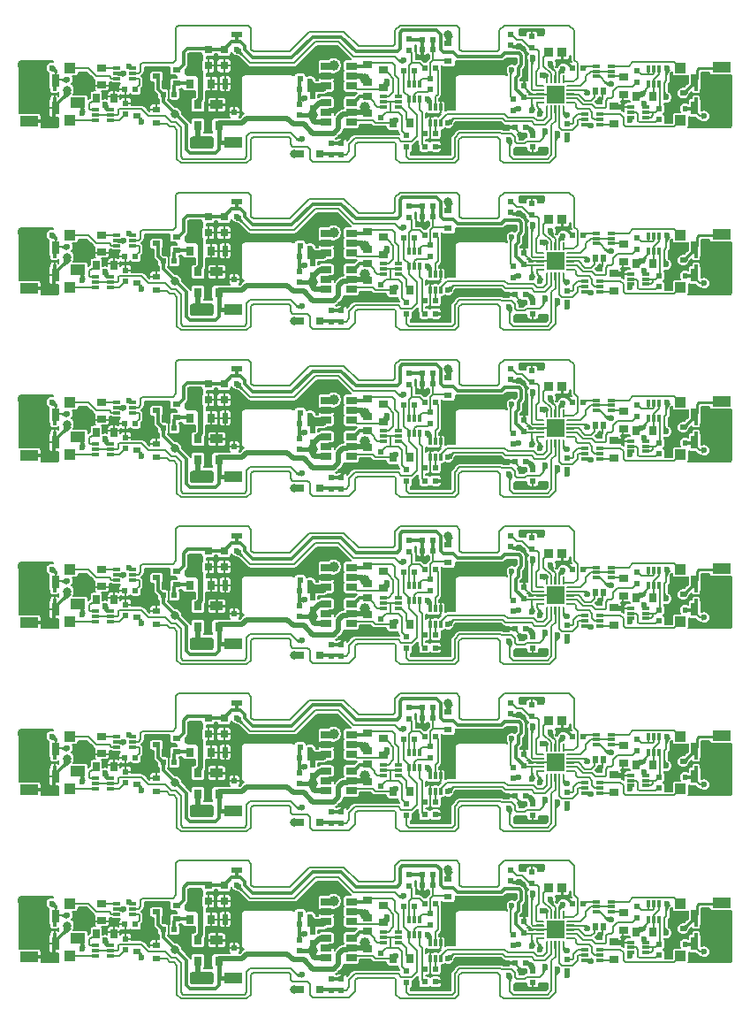
<source format=gtl>
%TF.GenerationSoftware,KiCad,Pcbnew,(5.1.9)-1*%
%TF.CreationDate,2021-05-10T22:53:09+09:00*%
%TF.ProjectId,motordecoder2-K3057,6d6f746f-7264-4656-936f-646572322d4b,rev?*%
%TF.SameCoordinates,Original*%
%TF.FileFunction,Copper,L1,Top*%
%TF.FilePolarity,Positive*%
%FSLAX46Y46*%
G04 Gerber Fmt 4.6, Leading zero omitted, Abs format (unit mm)*
G04 Created by KiCad (PCBNEW (5.1.9)-1) date 2021-05-10 22:53:09*
%MOMM*%
%LPD*%
G01*
G04 APERTURE LIST*
%TA.AperFunction,SMDPad,CuDef*%
%ADD10R,0.650000X0.900000*%
%TD*%
%TA.AperFunction,SMDPad,CuDef*%
%ADD11R,0.600000X0.550000*%
%TD*%
%TA.AperFunction,SMDPad,CuDef*%
%ADD12R,0.550000X0.600000*%
%TD*%
%TA.AperFunction,SMDPad,CuDef*%
%ADD13R,0.900000X0.650000*%
%TD*%
%TA.AperFunction,SMDPad,CuDef*%
%ADD14R,0.800000X0.500000*%
%TD*%
%TA.AperFunction,SMDPad,CuDef*%
%ADD15R,0.700000X0.300000*%
%TD*%
%TA.AperFunction,SMDPad,CuDef*%
%ADD16R,1.000000X0.700000*%
%TD*%
%TA.AperFunction,SMDPad,CuDef*%
%ADD17R,0.300000X0.700000*%
%TD*%
%TA.AperFunction,ComponentPad*%
%ADD18R,1.000000X1.000000*%
%TD*%
%TA.AperFunction,SMDPad,CuDef*%
%ADD19R,0.500000X1.200000*%
%TD*%
%TA.AperFunction,SMDPad,CuDef*%
%ADD20R,1.000000X0.600000*%
%TD*%
%TA.AperFunction,SMDPad,CuDef*%
%ADD21R,0.700000X0.800000*%
%TD*%
%TA.AperFunction,SMDPad,CuDef*%
%ADD22R,0.600000X1.000000*%
%TD*%
%TA.AperFunction,SMDPad,CuDef*%
%ADD23R,0.800000X0.900000*%
%TD*%
%TA.AperFunction,SMDPad,CuDef*%
%ADD24R,1.800000X1.000000*%
%TD*%
%TA.AperFunction,SMDPad,CuDef*%
%ADD25R,0.750000X1.300000*%
%TD*%
%TA.AperFunction,SMDPad,CuDef*%
%ADD26R,0.300000X0.500000*%
%TD*%
%TA.AperFunction,ComponentPad*%
%ADD27R,0.950000X0.950000*%
%TD*%
%TA.AperFunction,SMDPad,CuDef*%
%ADD28R,0.800000X0.600000*%
%TD*%
%TA.AperFunction,SMDPad,CuDef*%
%ADD29R,1.400000X1.000000*%
%TD*%
%TA.AperFunction,SMDPad,CuDef*%
%ADD30R,0.500000X0.500000*%
%TD*%
%TA.AperFunction,SMDPad,CuDef*%
%ADD31R,0.550000X0.500000*%
%TD*%
%TA.AperFunction,SMDPad,CuDef*%
%ADD32R,0.500000X0.550000*%
%TD*%
%TA.AperFunction,SMDPad,CuDef*%
%ADD33R,0.800000X0.800000*%
%TD*%
%TA.AperFunction,SMDPad,CuDef*%
%ADD34R,0.600000X0.700000*%
%TD*%
%TA.AperFunction,SMDPad,CuDef*%
%ADD35R,1.700000X1.700000*%
%TD*%
%TA.AperFunction,SMDPad,CuDef*%
%ADD36C,0.100000*%
%TD*%
%TA.AperFunction,SMDPad,CuDef*%
%ADD37R,1.200000X0.900000*%
%TD*%
%TA.AperFunction,ViaPad*%
%ADD38C,0.600000*%
%TD*%
%TA.AperFunction,ViaPad*%
%ADD39C,1.000000*%
%TD*%
%TA.AperFunction,ViaPad*%
%ADD40C,0.800000*%
%TD*%
%TA.AperFunction,Conductor*%
%ADD41C,0.500000*%
%TD*%
%TA.AperFunction,Conductor*%
%ADD42C,0.300000*%
%TD*%
%TA.AperFunction,Conductor*%
%ADD43C,0.400000*%
%TD*%
%TA.AperFunction,Conductor*%
%ADD44C,0.180000*%
%TD*%
%TA.AperFunction,Conductor*%
%ADD45C,0.200000*%
%TD*%
%TA.AperFunction,Conductor*%
%ADD46C,0.250000*%
%TD*%
%TA.AperFunction,Conductor*%
%ADD47C,0.100000*%
%TD*%
%TA.AperFunction,Conductor*%
%ADD48C,0.025400*%
%TD*%
G04 APERTURE END LIST*
D10*
%TO.P,R6,1*%
%TO.N,Net-(Q3-Pad4)*%
X145825000Y-123250000D03*
%TO.P,R6,2*%
%TO.N,FWD*%
X144175000Y-123250000D03*
%TD*%
%TO.P,R6,1*%
%TO.N,Net-(Q3-Pad4)*%
X145825000Y-107250000D03*
%TO.P,R6,2*%
%TO.N,FWD*%
X144175000Y-107250000D03*
%TD*%
%TO.P,R6,1*%
%TO.N,Net-(Q3-Pad4)*%
X145825000Y-91250000D03*
%TO.P,R6,2*%
%TO.N,FWD*%
X144175000Y-91250000D03*
%TD*%
%TO.P,R6,1*%
%TO.N,Net-(Q3-Pad4)*%
X145825000Y-75250000D03*
%TO.P,R6,2*%
%TO.N,FWD*%
X144175000Y-75250000D03*
%TD*%
%TO.P,R6,1*%
%TO.N,Net-(Q3-Pad4)*%
X145825000Y-59250000D03*
%TO.P,R6,2*%
%TO.N,FWD*%
X144175000Y-59250000D03*
%TD*%
D11*
%TO.P,R13,2*%
%TO.N,TXD*%
X167600000Y-119325000D03*
%TO.P,R13,1*%
%TO.N,Net-(Q6-Pad5)*%
X167600000Y-118275000D03*
%TD*%
%TO.P,R13,2*%
%TO.N,TXD*%
X167600000Y-103325000D03*
%TO.P,R13,1*%
%TO.N,Net-(Q6-Pad5)*%
X167600000Y-102275000D03*
%TD*%
%TO.P,R13,2*%
%TO.N,TXD*%
X167600000Y-87325000D03*
%TO.P,R13,1*%
%TO.N,Net-(Q6-Pad5)*%
X167600000Y-86275000D03*
%TD*%
%TO.P,R13,2*%
%TO.N,TXD*%
X167600000Y-71325000D03*
%TO.P,R13,1*%
%TO.N,Net-(Q6-Pad5)*%
X167600000Y-70275000D03*
%TD*%
%TO.P,R13,2*%
%TO.N,TXD*%
X167600000Y-55325000D03*
%TO.P,R13,1*%
%TO.N,Net-(Q6-Pad5)*%
X167600000Y-54275000D03*
%TD*%
%TO.P,R1,1*%
%TO.N,RAIL+*%
X157500000Y-114975000D03*
%TO.P,R1,2*%
%TO.N,Net-(R1-Pad2)*%
X157500000Y-116025000D03*
%TD*%
%TO.P,R1,1*%
%TO.N,RAIL+*%
X157500000Y-98975000D03*
%TO.P,R1,2*%
%TO.N,Net-(R1-Pad2)*%
X157500000Y-100025000D03*
%TD*%
%TO.P,R1,1*%
%TO.N,RAIL+*%
X157500000Y-82975000D03*
%TO.P,R1,2*%
%TO.N,Net-(R1-Pad2)*%
X157500000Y-84025000D03*
%TD*%
%TO.P,R1,1*%
%TO.N,RAIL+*%
X157500000Y-66975000D03*
%TO.P,R1,2*%
%TO.N,Net-(R1-Pad2)*%
X157500000Y-68025000D03*
%TD*%
%TO.P,R1,1*%
%TO.N,RAIL+*%
X157500000Y-50975000D03*
%TO.P,R1,2*%
%TO.N,Net-(R1-Pad2)*%
X157500000Y-52025000D03*
%TD*%
%TO.P,R8,1*%
%TO.N,Net-(Q3-Pad2)*%
X143000000Y-122725000D03*
%TO.P,R8,2*%
%TO.N,GND*%
X143000000Y-123775000D03*
%TD*%
%TO.P,R8,1*%
%TO.N,Net-(Q3-Pad2)*%
X143000000Y-106725000D03*
%TO.P,R8,2*%
%TO.N,GND*%
X143000000Y-107775000D03*
%TD*%
%TO.P,R8,1*%
%TO.N,Net-(Q3-Pad2)*%
X143000000Y-90725000D03*
%TO.P,R8,2*%
%TO.N,GND*%
X143000000Y-91775000D03*
%TD*%
%TO.P,R8,1*%
%TO.N,Net-(Q3-Pad2)*%
X143000000Y-74725000D03*
%TO.P,R8,2*%
%TO.N,GND*%
X143000000Y-75775000D03*
%TD*%
%TO.P,R8,1*%
%TO.N,Net-(Q3-Pad2)*%
X143000000Y-58725000D03*
%TO.P,R8,2*%
%TO.N,GND*%
X143000000Y-59775000D03*
%TD*%
D12*
%TO.P,R26,2*%
%TO.N,GND*%
X118475000Y-120000000D03*
%TO.P,R26,1*%
%TO.N,Net-(Q11-Pad4)*%
X119525000Y-120000000D03*
%TD*%
%TO.P,R26,2*%
%TO.N,GND*%
X118475000Y-104000000D03*
%TO.P,R26,1*%
%TO.N,Net-(Q11-Pad4)*%
X119525000Y-104000000D03*
%TD*%
%TO.P,R26,2*%
%TO.N,GND*%
X118475000Y-88000000D03*
%TO.P,R26,1*%
%TO.N,Net-(Q11-Pad4)*%
X119525000Y-88000000D03*
%TD*%
%TO.P,R26,2*%
%TO.N,GND*%
X118475000Y-72000000D03*
%TO.P,R26,1*%
%TO.N,Net-(Q11-Pad4)*%
X119525000Y-72000000D03*
%TD*%
%TO.P,R26,2*%
%TO.N,GND*%
X118475000Y-56000000D03*
%TO.P,R26,1*%
%TO.N,Net-(Q11-Pad4)*%
X119525000Y-56000000D03*
%TD*%
%TO.P,R25,1*%
%TO.N,Net-(Q14-Pad1)*%
X162425000Y-118000000D03*
%TO.P,R25,2*%
%TO.N,GND*%
X161375000Y-118000000D03*
%TD*%
%TO.P,R25,1*%
%TO.N,Net-(Q14-Pad1)*%
X162425000Y-102000000D03*
%TO.P,R25,2*%
%TO.N,GND*%
X161375000Y-102000000D03*
%TD*%
%TO.P,R25,1*%
%TO.N,Net-(Q14-Pad1)*%
X162425000Y-86000000D03*
%TO.P,R25,2*%
%TO.N,GND*%
X161375000Y-86000000D03*
%TD*%
%TO.P,R25,1*%
%TO.N,Net-(Q14-Pad1)*%
X162425000Y-70000000D03*
%TO.P,R25,2*%
%TO.N,GND*%
X161375000Y-70000000D03*
%TD*%
%TO.P,R25,1*%
%TO.N,Net-(Q14-Pad1)*%
X162425000Y-54000000D03*
%TO.P,R25,2*%
%TO.N,GND*%
X161375000Y-54000000D03*
%TD*%
D11*
%TO.P,R7,2*%
%TO.N,Net-(Q3-Pad2)*%
X145500000Y-124475000D03*
%TO.P,R7,1*%
%TO.N,PWM*%
X145500000Y-125525000D03*
%TD*%
%TO.P,R7,2*%
%TO.N,Net-(Q3-Pad2)*%
X145500000Y-108475000D03*
%TO.P,R7,1*%
%TO.N,PWM*%
X145500000Y-109525000D03*
%TD*%
%TO.P,R7,2*%
%TO.N,Net-(Q3-Pad2)*%
X145500000Y-92475000D03*
%TO.P,R7,1*%
%TO.N,PWM*%
X145500000Y-93525000D03*
%TD*%
%TO.P,R7,2*%
%TO.N,Net-(Q3-Pad2)*%
X145500000Y-76475000D03*
%TO.P,R7,1*%
%TO.N,PWM*%
X145500000Y-77525000D03*
%TD*%
%TO.P,R7,2*%
%TO.N,Net-(Q3-Pad2)*%
X145500000Y-60475000D03*
%TO.P,R7,1*%
%TO.N,PWM*%
X145500000Y-61525000D03*
%TD*%
%TO.P,R23,1*%
%TO.N,Net-(Q12-Pad4)*%
X160900000Y-123375000D03*
%TO.P,R23,2*%
%TO.N,GND*%
X160900000Y-124425000D03*
%TD*%
%TO.P,R23,1*%
%TO.N,Net-(Q12-Pad4)*%
X160900000Y-107375000D03*
%TO.P,R23,2*%
%TO.N,GND*%
X160900000Y-108425000D03*
%TD*%
%TO.P,R23,1*%
%TO.N,Net-(Q12-Pad4)*%
X160900000Y-91375000D03*
%TO.P,R23,2*%
%TO.N,GND*%
X160900000Y-92425000D03*
%TD*%
%TO.P,R23,1*%
%TO.N,Net-(Q12-Pad4)*%
X160900000Y-75375000D03*
%TO.P,R23,2*%
%TO.N,GND*%
X160900000Y-76425000D03*
%TD*%
%TO.P,R23,1*%
%TO.N,Net-(Q12-Pad4)*%
X160900000Y-59375000D03*
%TO.P,R23,2*%
%TO.N,GND*%
X160900000Y-60425000D03*
%TD*%
D13*
%TO.P,R3,2*%
%TO.N,Net-(Q1-Pad3)*%
X141750000Y-117675000D03*
%TO.P,R3,1*%
%TO.N,+12V*%
X141750000Y-119325000D03*
%TD*%
%TO.P,R3,2*%
%TO.N,Net-(Q1-Pad3)*%
X141750000Y-101675000D03*
%TO.P,R3,1*%
%TO.N,+12V*%
X141750000Y-103325000D03*
%TD*%
%TO.P,R3,2*%
%TO.N,Net-(Q1-Pad3)*%
X141750000Y-85675000D03*
%TO.P,R3,1*%
%TO.N,+12V*%
X141750000Y-87325000D03*
%TD*%
%TO.P,R3,2*%
%TO.N,Net-(Q1-Pad3)*%
X141750000Y-69675000D03*
%TO.P,R3,1*%
%TO.N,+12V*%
X141750000Y-71325000D03*
%TD*%
%TO.P,R3,2*%
%TO.N,Net-(Q1-Pad3)*%
X141750000Y-53675000D03*
%TO.P,R3,1*%
%TO.N,+12V*%
X141750000Y-55325000D03*
%TD*%
D11*
%TO.P,R24,2*%
%TO.N,GND*%
X118600000Y-121375000D03*
%TO.P,R24,1*%
%TO.N,Net-(Q13-Pad1)*%
X118600000Y-122425000D03*
%TD*%
%TO.P,R24,2*%
%TO.N,GND*%
X118600000Y-105375000D03*
%TO.P,R24,1*%
%TO.N,Net-(Q13-Pad1)*%
X118600000Y-106425000D03*
%TD*%
%TO.P,R24,2*%
%TO.N,GND*%
X118600000Y-89375000D03*
%TO.P,R24,1*%
%TO.N,Net-(Q13-Pad1)*%
X118600000Y-90425000D03*
%TD*%
%TO.P,R24,2*%
%TO.N,GND*%
X118600000Y-73375000D03*
%TO.P,R24,1*%
%TO.N,Net-(Q13-Pad1)*%
X118600000Y-74425000D03*
%TD*%
%TO.P,R24,2*%
%TO.N,GND*%
X118600000Y-57375000D03*
%TO.P,R24,1*%
%TO.N,Net-(Q13-Pad1)*%
X118600000Y-58425000D03*
%TD*%
D13*
%TO.P,R22,1*%
%TO.N,Net-(Q12-Pad1)*%
X165400000Y-123325000D03*
%TO.P,R22,2*%
%TO.N,GND*%
X165400000Y-121675000D03*
%TD*%
%TO.P,R22,1*%
%TO.N,Net-(Q12-Pad1)*%
X165400000Y-107325000D03*
%TO.P,R22,2*%
%TO.N,GND*%
X165400000Y-105675000D03*
%TD*%
%TO.P,R22,1*%
%TO.N,Net-(Q12-Pad1)*%
X165400000Y-91325000D03*
%TO.P,R22,2*%
%TO.N,GND*%
X165400000Y-89675000D03*
%TD*%
%TO.P,R22,1*%
%TO.N,Net-(Q12-Pad1)*%
X165400000Y-75325000D03*
%TO.P,R22,2*%
%TO.N,GND*%
X165400000Y-73675000D03*
%TD*%
%TO.P,R22,1*%
%TO.N,Net-(Q12-Pad1)*%
X165400000Y-59325000D03*
%TO.P,R22,2*%
%TO.N,GND*%
X165400000Y-57675000D03*
%TD*%
%TO.P,R21,2*%
%TO.N,GND*%
X116300000Y-119625000D03*
%TO.P,R21,1*%
%TO.N,Net-(Q11-Pad1)*%
X116300000Y-117975000D03*
%TD*%
%TO.P,R21,2*%
%TO.N,GND*%
X116300000Y-103625000D03*
%TO.P,R21,1*%
%TO.N,Net-(Q11-Pad1)*%
X116300000Y-101975000D03*
%TD*%
%TO.P,R21,2*%
%TO.N,GND*%
X116300000Y-87625000D03*
%TO.P,R21,1*%
%TO.N,Net-(Q11-Pad1)*%
X116300000Y-85975000D03*
%TD*%
%TO.P,R21,2*%
%TO.N,GND*%
X116300000Y-71625000D03*
%TO.P,R21,1*%
%TO.N,Net-(Q11-Pad1)*%
X116300000Y-69975000D03*
%TD*%
%TO.P,R21,2*%
%TO.N,GND*%
X116300000Y-55625000D03*
%TO.P,R21,1*%
%TO.N,Net-(Q11-Pad1)*%
X116300000Y-53975000D03*
%TD*%
%TO.P,R5,1*%
%TO.N,Net-(Q3-Pad1)*%
X143300000Y-118175000D03*
%TO.P,R5,2*%
%TO.N,REV*%
X143300000Y-119825000D03*
%TD*%
%TO.P,R5,1*%
%TO.N,Net-(Q3-Pad1)*%
X143300000Y-102175000D03*
%TO.P,R5,2*%
%TO.N,REV*%
X143300000Y-103825000D03*
%TD*%
%TO.P,R5,1*%
%TO.N,Net-(Q3-Pad1)*%
X143300000Y-86175000D03*
%TO.P,R5,2*%
%TO.N,REV*%
X143300000Y-87825000D03*
%TD*%
%TO.P,R5,1*%
%TO.N,Net-(Q3-Pad1)*%
X143300000Y-70175000D03*
%TO.P,R5,2*%
%TO.N,REV*%
X143300000Y-71825000D03*
%TD*%
%TO.P,R5,1*%
%TO.N,Net-(Q3-Pad1)*%
X143300000Y-54175000D03*
%TO.P,R5,2*%
%TO.N,REV*%
X143300000Y-55825000D03*
%TD*%
D12*
%TO.P,R12,2*%
%TO.N,Net-(D3-Pad1)*%
X123225000Y-120500000D03*
%TO.P,R12,1*%
%TO.N,+12V*%
X122175000Y-120500000D03*
%TD*%
%TO.P,R12,2*%
%TO.N,Net-(D3-Pad1)*%
X123225000Y-104500000D03*
%TO.P,R12,1*%
%TO.N,+12V*%
X122175000Y-104500000D03*
%TD*%
%TO.P,R12,2*%
%TO.N,Net-(D3-Pad1)*%
X123225000Y-88500000D03*
%TO.P,R12,1*%
%TO.N,+12V*%
X122175000Y-88500000D03*
%TD*%
%TO.P,R12,2*%
%TO.N,Net-(D3-Pad1)*%
X123225000Y-72500000D03*
%TO.P,R12,1*%
%TO.N,+12V*%
X122175000Y-72500000D03*
%TD*%
%TO.P,R12,2*%
%TO.N,Net-(D3-Pad1)*%
X123225000Y-56500000D03*
%TO.P,R12,1*%
%TO.N,+12V*%
X122175000Y-56500000D03*
%TD*%
D11*
%TO.P,R15,1*%
%TO.N,Net-(Q6-Pad3)*%
X169700000Y-121875000D03*
%TO.P,R15,2*%
%TO.N,Net-(Q8-Pad2)*%
X169700000Y-122925000D03*
%TD*%
%TO.P,R15,1*%
%TO.N,Net-(Q6-Pad3)*%
X169700000Y-105875000D03*
%TO.P,R15,2*%
%TO.N,Net-(Q8-Pad2)*%
X169700000Y-106925000D03*
%TD*%
%TO.P,R15,1*%
%TO.N,Net-(Q6-Pad3)*%
X169700000Y-89875000D03*
%TO.P,R15,2*%
%TO.N,Net-(Q8-Pad2)*%
X169700000Y-90925000D03*
%TD*%
%TO.P,R15,1*%
%TO.N,Net-(Q6-Pad3)*%
X169700000Y-73875000D03*
%TO.P,R15,2*%
%TO.N,Net-(Q8-Pad2)*%
X169700000Y-74925000D03*
%TD*%
%TO.P,R15,1*%
%TO.N,Net-(Q6-Pad3)*%
X169700000Y-57875000D03*
%TO.P,R15,2*%
%TO.N,Net-(Q8-Pad2)*%
X169700000Y-58925000D03*
%TD*%
%TO.P,R11,1*%
%TO.N,BEMF*%
X155750000Y-120975000D03*
%TO.P,R11,2*%
%TO.N,Net-(R10-Pad1)*%
X155750000Y-122025000D03*
%TD*%
%TO.P,R11,1*%
%TO.N,BEMF*%
X155750000Y-104975000D03*
%TO.P,R11,2*%
%TO.N,Net-(R10-Pad1)*%
X155750000Y-106025000D03*
%TD*%
%TO.P,R11,1*%
%TO.N,BEMF*%
X155750000Y-88975000D03*
%TO.P,R11,2*%
%TO.N,Net-(R10-Pad1)*%
X155750000Y-90025000D03*
%TD*%
%TO.P,R11,1*%
%TO.N,BEMF*%
X155750000Y-72975000D03*
%TO.P,R11,2*%
%TO.N,Net-(R10-Pad1)*%
X155750000Y-74025000D03*
%TD*%
%TO.P,R11,1*%
%TO.N,BEMF*%
X155750000Y-56975000D03*
%TO.P,R11,2*%
%TO.N,Net-(R10-Pad1)*%
X155750000Y-58025000D03*
%TD*%
D13*
%TO.P,R4,2*%
%TO.N,Net-(Q2-Pad3)*%
X141750000Y-120675000D03*
%TO.P,R4,1*%
%TO.N,+12V*%
X141750000Y-122325000D03*
%TD*%
%TO.P,R4,2*%
%TO.N,Net-(Q2-Pad3)*%
X141750000Y-104675000D03*
%TO.P,R4,1*%
%TO.N,+12V*%
X141750000Y-106325000D03*
%TD*%
%TO.P,R4,2*%
%TO.N,Net-(Q2-Pad3)*%
X141750000Y-88675000D03*
%TO.P,R4,1*%
%TO.N,+12V*%
X141750000Y-90325000D03*
%TD*%
%TO.P,R4,2*%
%TO.N,Net-(Q2-Pad3)*%
X141750000Y-72675000D03*
%TO.P,R4,1*%
%TO.N,+12V*%
X141750000Y-74325000D03*
%TD*%
%TO.P,R4,2*%
%TO.N,Net-(Q2-Pad3)*%
X141750000Y-56675000D03*
%TO.P,R4,1*%
%TO.N,+12V*%
X141750000Y-58325000D03*
%TD*%
D11*
%TO.P,R2,2*%
%TO.N,Net-(R18-Pad1)*%
X157600000Y-124475000D03*
%TO.P,R2,1*%
%TO.N,RAIL-*%
X157600000Y-125525000D03*
%TD*%
%TO.P,R2,2*%
%TO.N,Net-(R18-Pad1)*%
X157600000Y-108475000D03*
%TO.P,R2,1*%
%TO.N,RAIL-*%
X157600000Y-109525000D03*
%TD*%
%TO.P,R2,2*%
%TO.N,Net-(R18-Pad1)*%
X157600000Y-92475000D03*
%TO.P,R2,1*%
%TO.N,RAIL-*%
X157600000Y-93525000D03*
%TD*%
%TO.P,R2,2*%
%TO.N,Net-(R18-Pad1)*%
X157600000Y-76475000D03*
%TO.P,R2,1*%
%TO.N,RAIL-*%
X157600000Y-77525000D03*
%TD*%
%TO.P,R2,2*%
%TO.N,Net-(R18-Pad1)*%
X157600000Y-60475000D03*
%TO.P,R2,1*%
%TO.N,RAIL-*%
X157600000Y-61525000D03*
%TD*%
D14*
%TO.P,Q5,1*%
%TO.N,Net-(D3-Pad1)*%
X123450000Y-119450000D03*
%TO.P,Q5,2*%
%TO.N,+5V*%
X123450000Y-118150000D03*
%TO.P,Q5,3*%
%TO.N,+12V*%
X121550000Y-118800000D03*
%TD*%
%TO.P,Q5,1*%
%TO.N,Net-(D3-Pad1)*%
X123450000Y-103450000D03*
%TO.P,Q5,2*%
%TO.N,+5V*%
X123450000Y-102150000D03*
%TO.P,Q5,3*%
%TO.N,+12V*%
X121550000Y-102800000D03*
%TD*%
%TO.P,Q5,1*%
%TO.N,Net-(D3-Pad1)*%
X123450000Y-87450000D03*
%TO.P,Q5,2*%
%TO.N,+5V*%
X123450000Y-86150000D03*
%TO.P,Q5,3*%
%TO.N,+12V*%
X121550000Y-86800000D03*
%TD*%
%TO.P,Q5,1*%
%TO.N,Net-(D3-Pad1)*%
X123450000Y-71450000D03*
%TO.P,Q5,2*%
%TO.N,+5V*%
X123450000Y-70150000D03*
%TO.P,Q5,3*%
%TO.N,+12V*%
X121550000Y-70800000D03*
%TD*%
%TO.P,Q5,1*%
%TO.N,Net-(D3-Pad1)*%
X123450000Y-55450000D03*
%TO.P,Q5,2*%
%TO.N,+5V*%
X123450000Y-54150000D03*
%TO.P,Q5,3*%
%TO.N,+12V*%
X121550000Y-54800000D03*
%TD*%
D15*
%TO.P,Q3,6*%
%TO.N,Net-(Q1-Pad3)*%
X144750000Y-120750000D03*
%TO.P,Q3,5*%
%TO.N,Net-(Q3-Pad2)*%
X144750000Y-121250000D03*
%TO.P,Q3,4*%
%TO.N,Net-(Q3-Pad4)*%
X144750000Y-121750000D03*
%TO.P,Q3,3*%
%TO.N,Net-(Q2-Pad3)*%
X143250000Y-121750000D03*
%TO.P,Q3,2*%
%TO.N,Net-(Q3-Pad2)*%
X143250000Y-121250000D03*
%TO.P,Q3,1*%
%TO.N,Net-(Q3-Pad1)*%
X143250000Y-120750000D03*
%TD*%
%TO.P,Q3,6*%
%TO.N,Net-(Q1-Pad3)*%
X144750000Y-104750000D03*
%TO.P,Q3,5*%
%TO.N,Net-(Q3-Pad2)*%
X144750000Y-105250000D03*
%TO.P,Q3,4*%
%TO.N,Net-(Q3-Pad4)*%
X144750000Y-105750000D03*
%TO.P,Q3,3*%
%TO.N,Net-(Q2-Pad3)*%
X143250000Y-105750000D03*
%TO.P,Q3,2*%
%TO.N,Net-(Q3-Pad2)*%
X143250000Y-105250000D03*
%TO.P,Q3,1*%
%TO.N,Net-(Q3-Pad1)*%
X143250000Y-104750000D03*
%TD*%
%TO.P,Q3,6*%
%TO.N,Net-(Q1-Pad3)*%
X144750000Y-88750000D03*
%TO.P,Q3,5*%
%TO.N,Net-(Q3-Pad2)*%
X144750000Y-89250000D03*
%TO.P,Q3,4*%
%TO.N,Net-(Q3-Pad4)*%
X144750000Y-89750000D03*
%TO.P,Q3,3*%
%TO.N,Net-(Q2-Pad3)*%
X143250000Y-89750000D03*
%TO.P,Q3,2*%
%TO.N,Net-(Q3-Pad2)*%
X143250000Y-89250000D03*
%TO.P,Q3,1*%
%TO.N,Net-(Q3-Pad1)*%
X143250000Y-88750000D03*
%TD*%
%TO.P,Q3,6*%
%TO.N,Net-(Q1-Pad3)*%
X144750000Y-72750000D03*
%TO.P,Q3,5*%
%TO.N,Net-(Q3-Pad2)*%
X144750000Y-73250000D03*
%TO.P,Q3,4*%
%TO.N,Net-(Q3-Pad4)*%
X144750000Y-73750000D03*
%TO.P,Q3,3*%
%TO.N,Net-(Q2-Pad3)*%
X143250000Y-73750000D03*
%TO.P,Q3,2*%
%TO.N,Net-(Q3-Pad2)*%
X143250000Y-73250000D03*
%TO.P,Q3,1*%
%TO.N,Net-(Q3-Pad1)*%
X143250000Y-72750000D03*
%TD*%
%TO.P,Q3,6*%
%TO.N,Net-(Q1-Pad3)*%
X144750000Y-56750000D03*
%TO.P,Q3,5*%
%TO.N,Net-(Q3-Pad2)*%
X144750000Y-57250000D03*
%TO.P,Q3,4*%
%TO.N,Net-(Q3-Pad4)*%
X144750000Y-57750000D03*
%TO.P,Q3,3*%
%TO.N,Net-(Q2-Pad3)*%
X143250000Y-57750000D03*
%TO.P,Q3,2*%
%TO.N,Net-(Q3-Pad2)*%
X143250000Y-57250000D03*
%TO.P,Q3,1*%
%TO.N,Net-(Q3-Pad1)*%
X143250000Y-56750000D03*
%TD*%
%TO.P,Q8,1*%
%TO.N,GND*%
X166950000Y-121700000D03*
%TO.P,Q8,2*%
%TO.N,Net-(Q8-Pad2)*%
X166950000Y-122200000D03*
%TO.P,Q8,3*%
%TO.N,RAIL-*%
X166950000Y-122700000D03*
%TO.P,Q8,4*%
%TO.N,Net-(Q6-Pad3)*%
X168450000Y-122700000D03*
%TO.P,Q8,5*%
X168450000Y-122200000D03*
%TO.P,Q8,6*%
%TO.N,RAIL+*%
X168450000Y-121700000D03*
%TD*%
%TO.P,Q8,1*%
%TO.N,GND*%
X166950000Y-105700000D03*
%TO.P,Q8,2*%
%TO.N,Net-(Q8-Pad2)*%
X166950000Y-106200000D03*
%TO.P,Q8,3*%
%TO.N,RAIL-*%
X166950000Y-106700000D03*
%TO.P,Q8,4*%
%TO.N,Net-(Q6-Pad3)*%
X168450000Y-106700000D03*
%TO.P,Q8,5*%
X168450000Y-106200000D03*
%TO.P,Q8,6*%
%TO.N,RAIL+*%
X168450000Y-105700000D03*
%TD*%
%TO.P,Q8,1*%
%TO.N,GND*%
X166950000Y-89700000D03*
%TO.P,Q8,2*%
%TO.N,Net-(Q8-Pad2)*%
X166950000Y-90200000D03*
%TO.P,Q8,3*%
%TO.N,RAIL-*%
X166950000Y-90700000D03*
%TO.P,Q8,4*%
%TO.N,Net-(Q6-Pad3)*%
X168450000Y-90700000D03*
%TO.P,Q8,5*%
X168450000Y-90200000D03*
%TO.P,Q8,6*%
%TO.N,RAIL+*%
X168450000Y-89700000D03*
%TD*%
%TO.P,Q8,1*%
%TO.N,GND*%
X166950000Y-73700000D03*
%TO.P,Q8,2*%
%TO.N,Net-(Q8-Pad2)*%
X166950000Y-74200000D03*
%TO.P,Q8,3*%
%TO.N,RAIL-*%
X166950000Y-74700000D03*
%TO.P,Q8,4*%
%TO.N,Net-(Q6-Pad3)*%
X168450000Y-74700000D03*
%TO.P,Q8,5*%
X168450000Y-74200000D03*
%TO.P,Q8,6*%
%TO.N,RAIL+*%
X168450000Y-73700000D03*
%TD*%
%TO.P,Q8,1*%
%TO.N,GND*%
X166950000Y-57700000D03*
%TO.P,Q8,2*%
%TO.N,Net-(Q8-Pad2)*%
X166950000Y-58200000D03*
%TO.P,Q8,3*%
%TO.N,RAIL-*%
X166950000Y-58700000D03*
%TO.P,Q8,4*%
%TO.N,Net-(Q6-Pad3)*%
X168450000Y-58700000D03*
%TO.P,Q8,5*%
X168450000Y-58200000D03*
%TO.P,Q8,6*%
%TO.N,RAIL+*%
X168450000Y-57700000D03*
%TD*%
D14*
%TO.P,Q15,3*%
%TO.N,Net-(J19-Pad1)*%
X119650000Y-122600000D03*
%TO.P,Q15,2*%
%TO.N,GND*%
X121550000Y-121950000D03*
%TO.P,Q15,1*%
%TO.N,Func7*%
X121550000Y-123250000D03*
%TD*%
%TO.P,Q15,3*%
%TO.N,Net-(J19-Pad1)*%
X119650000Y-106600000D03*
%TO.P,Q15,2*%
%TO.N,GND*%
X121550000Y-105950000D03*
%TO.P,Q15,1*%
%TO.N,Func7*%
X121550000Y-107250000D03*
%TD*%
%TO.P,Q15,3*%
%TO.N,Net-(J19-Pad1)*%
X119650000Y-90600000D03*
%TO.P,Q15,2*%
%TO.N,GND*%
X121550000Y-89950000D03*
%TO.P,Q15,1*%
%TO.N,Func7*%
X121550000Y-91250000D03*
%TD*%
%TO.P,Q15,3*%
%TO.N,Net-(J19-Pad1)*%
X119650000Y-74600000D03*
%TO.P,Q15,2*%
%TO.N,GND*%
X121550000Y-73950000D03*
%TO.P,Q15,1*%
%TO.N,Func7*%
X121550000Y-75250000D03*
%TD*%
%TO.P,Q15,3*%
%TO.N,Net-(J19-Pad1)*%
X119650000Y-58600000D03*
%TO.P,Q15,2*%
%TO.N,GND*%
X121550000Y-57950000D03*
%TO.P,Q15,1*%
%TO.N,Func7*%
X121550000Y-59250000D03*
%TD*%
D16*
%TO.P,Q2,1*%
%TO.N,FWD*%
X140200000Y-123200000D03*
%TO.P,Q2,2*%
%TO.N,+12V*%
X140200000Y-122250000D03*
%TO.P,Q2,3*%
%TO.N,Net-(Q2-Pad3)*%
X140200000Y-121300000D03*
%TO.P,Q2,4*%
%TO.N,MOTOR-*%
X137800000Y-121300000D03*
%TO.P,Q2,5*%
%TO.N,GND*%
X137800000Y-122250000D03*
%TO.P,Q2,6*%
%TO.N,MOTOR-*%
X137800000Y-123200000D03*
%TD*%
%TO.P,Q2,1*%
%TO.N,FWD*%
X140200000Y-107200000D03*
%TO.P,Q2,2*%
%TO.N,+12V*%
X140200000Y-106250000D03*
%TO.P,Q2,3*%
%TO.N,Net-(Q2-Pad3)*%
X140200000Y-105300000D03*
%TO.P,Q2,4*%
%TO.N,MOTOR-*%
X137800000Y-105300000D03*
%TO.P,Q2,5*%
%TO.N,GND*%
X137800000Y-106250000D03*
%TO.P,Q2,6*%
%TO.N,MOTOR-*%
X137800000Y-107200000D03*
%TD*%
%TO.P,Q2,1*%
%TO.N,FWD*%
X140200000Y-91200000D03*
%TO.P,Q2,2*%
%TO.N,+12V*%
X140200000Y-90250000D03*
%TO.P,Q2,3*%
%TO.N,Net-(Q2-Pad3)*%
X140200000Y-89300000D03*
%TO.P,Q2,4*%
%TO.N,MOTOR-*%
X137800000Y-89300000D03*
%TO.P,Q2,5*%
%TO.N,GND*%
X137800000Y-90250000D03*
%TO.P,Q2,6*%
%TO.N,MOTOR-*%
X137800000Y-91200000D03*
%TD*%
%TO.P,Q2,1*%
%TO.N,FWD*%
X140200000Y-75200000D03*
%TO.P,Q2,2*%
%TO.N,+12V*%
X140200000Y-74250000D03*
%TO.P,Q2,3*%
%TO.N,Net-(Q2-Pad3)*%
X140200000Y-73300000D03*
%TO.P,Q2,4*%
%TO.N,MOTOR-*%
X137800000Y-73300000D03*
%TO.P,Q2,5*%
%TO.N,GND*%
X137800000Y-74250000D03*
%TO.P,Q2,6*%
%TO.N,MOTOR-*%
X137800000Y-75200000D03*
%TD*%
%TO.P,Q2,1*%
%TO.N,FWD*%
X140200000Y-59200000D03*
%TO.P,Q2,2*%
%TO.N,+12V*%
X140200000Y-58250000D03*
%TO.P,Q2,3*%
%TO.N,Net-(Q2-Pad3)*%
X140200000Y-57300000D03*
%TO.P,Q2,4*%
%TO.N,MOTOR-*%
X137800000Y-57300000D03*
%TO.P,Q2,5*%
%TO.N,GND*%
X137800000Y-58250000D03*
%TO.P,Q2,6*%
%TO.N,MOTOR-*%
X137800000Y-59200000D03*
%TD*%
D17*
%TO.P,Q22,6*%
%TO.N,ABC+*%
X148750000Y-123250000D03*
%TO.P,Q22,5*%
%TO.N,Net-(Q22-Pad5)*%
X148250000Y-123250000D03*
%TO.P,Q22,4*%
%TO.N,GND*%
X147750000Y-123250000D03*
%TO.P,Q22,3*%
%TO.N,ABC-*%
X147750000Y-121750000D03*
%TO.P,Q22,2*%
%TO.N,Net-(Q22-Pad2)*%
X148250000Y-121750000D03*
%TO.P,Q22,1*%
%TO.N,GND*%
X148750000Y-121750000D03*
%TD*%
%TO.P,Q22,6*%
%TO.N,ABC+*%
X148750000Y-107250000D03*
%TO.P,Q22,5*%
%TO.N,Net-(Q22-Pad5)*%
X148250000Y-107250000D03*
%TO.P,Q22,4*%
%TO.N,GND*%
X147750000Y-107250000D03*
%TO.P,Q22,3*%
%TO.N,ABC-*%
X147750000Y-105750000D03*
%TO.P,Q22,2*%
%TO.N,Net-(Q22-Pad2)*%
X148250000Y-105750000D03*
%TO.P,Q22,1*%
%TO.N,GND*%
X148750000Y-105750000D03*
%TD*%
%TO.P,Q22,6*%
%TO.N,ABC+*%
X148750000Y-91250000D03*
%TO.P,Q22,5*%
%TO.N,Net-(Q22-Pad5)*%
X148250000Y-91250000D03*
%TO.P,Q22,4*%
%TO.N,GND*%
X147750000Y-91250000D03*
%TO.P,Q22,3*%
%TO.N,ABC-*%
X147750000Y-89750000D03*
%TO.P,Q22,2*%
%TO.N,Net-(Q22-Pad2)*%
X148250000Y-89750000D03*
%TO.P,Q22,1*%
%TO.N,GND*%
X148750000Y-89750000D03*
%TD*%
%TO.P,Q22,6*%
%TO.N,ABC+*%
X148750000Y-75250000D03*
%TO.P,Q22,5*%
%TO.N,Net-(Q22-Pad5)*%
X148250000Y-75250000D03*
%TO.P,Q22,4*%
%TO.N,GND*%
X147750000Y-75250000D03*
%TO.P,Q22,3*%
%TO.N,ABC-*%
X147750000Y-73750000D03*
%TO.P,Q22,2*%
%TO.N,Net-(Q22-Pad2)*%
X148250000Y-73750000D03*
%TO.P,Q22,1*%
%TO.N,GND*%
X148750000Y-73750000D03*
%TD*%
%TO.P,Q22,6*%
%TO.N,ABC+*%
X148750000Y-59250000D03*
%TO.P,Q22,5*%
%TO.N,Net-(Q22-Pad5)*%
X148250000Y-59250000D03*
%TO.P,Q22,4*%
%TO.N,GND*%
X147750000Y-59250000D03*
%TO.P,Q22,3*%
%TO.N,ABC-*%
X147750000Y-57750000D03*
%TO.P,Q22,2*%
%TO.N,Net-(Q22-Pad2)*%
X148250000Y-57750000D03*
%TO.P,Q22,1*%
%TO.N,GND*%
X148750000Y-57750000D03*
%TD*%
D15*
%TO.P,Q14,1*%
%TO.N,Net-(Q14-Pad1)*%
X163650000Y-117800000D03*
%TO.P,Q14,2*%
%TO.N,Func6*%
X163650000Y-118300000D03*
%TO.P,Q14,3*%
%TO.N,Net-(D15-Pad1)*%
X163650000Y-118800000D03*
%TO.P,Q14,4*%
%TO.N,Net-(Q14-Pad4)*%
X165150000Y-118800000D03*
%TO.P,Q14,5*%
%TO.N,Func6*%
X165150000Y-118300000D03*
%TO.P,Q14,6*%
%TO.N,Net-(J16-Pad1)*%
X165150000Y-117800000D03*
%TD*%
%TO.P,Q14,1*%
%TO.N,Net-(Q14-Pad1)*%
X163650000Y-101800000D03*
%TO.P,Q14,2*%
%TO.N,Func6*%
X163650000Y-102300000D03*
%TO.P,Q14,3*%
%TO.N,Net-(D15-Pad1)*%
X163650000Y-102800000D03*
%TO.P,Q14,4*%
%TO.N,Net-(Q14-Pad4)*%
X165150000Y-102800000D03*
%TO.P,Q14,5*%
%TO.N,Func6*%
X165150000Y-102300000D03*
%TO.P,Q14,6*%
%TO.N,Net-(J16-Pad1)*%
X165150000Y-101800000D03*
%TD*%
%TO.P,Q14,1*%
%TO.N,Net-(Q14-Pad1)*%
X163650000Y-85800000D03*
%TO.P,Q14,2*%
%TO.N,Func6*%
X163650000Y-86300000D03*
%TO.P,Q14,3*%
%TO.N,Net-(D15-Pad1)*%
X163650000Y-86800000D03*
%TO.P,Q14,4*%
%TO.N,Net-(Q14-Pad4)*%
X165150000Y-86800000D03*
%TO.P,Q14,5*%
%TO.N,Func6*%
X165150000Y-86300000D03*
%TO.P,Q14,6*%
%TO.N,Net-(J16-Pad1)*%
X165150000Y-85800000D03*
%TD*%
%TO.P,Q14,1*%
%TO.N,Net-(Q14-Pad1)*%
X163650000Y-69800000D03*
%TO.P,Q14,2*%
%TO.N,Func6*%
X163650000Y-70300000D03*
%TO.P,Q14,3*%
%TO.N,Net-(D15-Pad1)*%
X163650000Y-70800000D03*
%TO.P,Q14,4*%
%TO.N,Net-(Q14-Pad4)*%
X165150000Y-70800000D03*
%TO.P,Q14,5*%
%TO.N,Func6*%
X165150000Y-70300000D03*
%TO.P,Q14,6*%
%TO.N,Net-(J16-Pad1)*%
X165150000Y-69800000D03*
%TD*%
%TO.P,Q14,1*%
%TO.N,Net-(Q14-Pad1)*%
X163650000Y-53800000D03*
%TO.P,Q14,2*%
%TO.N,Func6*%
X163650000Y-54300000D03*
%TO.P,Q14,3*%
%TO.N,Net-(D15-Pad1)*%
X163650000Y-54800000D03*
%TO.P,Q14,4*%
%TO.N,Net-(Q14-Pad4)*%
X165150000Y-54800000D03*
%TO.P,Q14,5*%
%TO.N,Func6*%
X165150000Y-54300000D03*
%TO.P,Q14,6*%
%TO.N,Net-(J16-Pad1)*%
X165150000Y-53800000D03*
%TD*%
%TO.P,Q13,6*%
%TO.N,Net-(J14-Pad1)*%
X115650000Y-123000000D03*
%TO.P,Q13,5*%
%TO.N,Func3*%
X115650000Y-122500000D03*
%TO.P,Q13,4*%
%TO.N,Net-(Q13-Pad4)*%
X115650000Y-122000000D03*
%TO.P,Q13,3*%
%TO.N,Net-(D16-Pad1)*%
X117150000Y-122000000D03*
%TO.P,Q13,2*%
%TO.N,Func3*%
X117150000Y-122500000D03*
%TO.P,Q13,1*%
%TO.N,Net-(Q13-Pad1)*%
X117150000Y-123000000D03*
%TD*%
%TO.P,Q13,6*%
%TO.N,Net-(J14-Pad1)*%
X115650000Y-107000000D03*
%TO.P,Q13,5*%
%TO.N,Func3*%
X115650000Y-106500000D03*
%TO.P,Q13,4*%
%TO.N,Net-(Q13-Pad4)*%
X115650000Y-106000000D03*
%TO.P,Q13,3*%
%TO.N,Net-(D16-Pad1)*%
X117150000Y-106000000D03*
%TO.P,Q13,2*%
%TO.N,Func3*%
X117150000Y-106500000D03*
%TO.P,Q13,1*%
%TO.N,Net-(Q13-Pad1)*%
X117150000Y-107000000D03*
%TD*%
%TO.P,Q13,6*%
%TO.N,Net-(J14-Pad1)*%
X115650000Y-91000000D03*
%TO.P,Q13,5*%
%TO.N,Func3*%
X115650000Y-90500000D03*
%TO.P,Q13,4*%
%TO.N,Net-(Q13-Pad4)*%
X115650000Y-90000000D03*
%TO.P,Q13,3*%
%TO.N,Net-(D16-Pad1)*%
X117150000Y-90000000D03*
%TO.P,Q13,2*%
%TO.N,Func3*%
X117150000Y-90500000D03*
%TO.P,Q13,1*%
%TO.N,Net-(Q13-Pad1)*%
X117150000Y-91000000D03*
%TD*%
%TO.P,Q13,6*%
%TO.N,Net-(J14-Pad1)*%
X115650000Y-75000000D03*
%TO.P,Q13,5*%
%TO.N,Func3*%
X115650000Y-74500000D03*
%TO.P,Q13,4*%
%TO.N,Net-(Q13-Pad4)*%
X115650000Y-74000000D03*
%TO.P,Q13,3*%
%TO.N,Net-(D16-Pad1)*%
X117150000Y-74000000D03*
%TO.P,Q13,2*%
%TO.N,Func3*%
X117150000Y-74500000D03*
%TO.P,Q13,1*%
%TO.N,Net-(Q13-Pad1)*%
X117150000Y-75000000D03*
%TD*%
%TO.P,Q13,6*%
%TO.N,Net-(J14-Pad1)*%
X115650000Y-59000000D03*
%TO.P,Q13,5*%
%TO.N,Func3*%
X115650000Y-58500000D03*
%TO.P,Q13,4*%
%TO.N,Net-(Q13-Pad4)*%
X115650000Y-58000000D03*
%TO.P,Q13,3*%
%TO.N,Net-(D16-Pad1)*%
X117150000Y-58000000D03*
%TO.P,Q13,2*%
%TO.N,Func3*%
X117150000Y-58500000D03*
%TO.P,Q13,1*%
%TO.N,Net-(Q13-Pad1)*%
X117150000Y-59000000D03*
%TD*%
%TO.P,Q11,1*%
%TO.N,Net-(Q11-Pad1)*%
X117750000Y-118000000D03*
%TO.P,Q11,2*%
%TO.N,Func1*%
X117750000Y-118500000D03*
%TO.P,Q11,3*%
%TO.N,Net-(J18-Pad1)*%
X117750000Y-119000000D03*
%TO.P,Q11,4*%
%TO.N,Net-(Q11-Pad4)*%
X119250000Y-119000000D03*
%TO.P,Q11,5*%
%TO.N,Func2*%
X119250000Y-118500000D03*
%TO.P,Q11,6*%
%TO.N,Net-(D11-Pad1)*%
X119250000Y-118000000D03*
%TD*%
%TO.P,Q11,1*%
%TO.N,Net-(Q11-Pad1)*%
X117750000Y-102000000D03*
%TO.P,Q11,2*%
%TO.N,Func1*%
X117750000Y-102500000D03*
%TO.P,Q11,3*%
%TO.N,Net-(J18-Pad1)*%
X117750000Y-103000000D03*
%TO.P,Q11,4*%
%TO.N,Net-(Q11-Pad4)*%
X119250000Y-103000000D03*
%TO.P,Q11,5*%
%TO.N,Func2*%
X119250000Y-102500000D03*
%TO.P,Q11,6*%
%TO.N,Net-(D11-Pad1)*%
X119250000Y-102000000D03*
%TD*%
%TO.P,Q11,1*%
%TO.N,Net-(Q11-Pad1)*%
X117750000Y-86000000D03*
%TO.P,Q11,2*%
%TO.N,Func1*%
X117750000Y-86500000D03*
%TO.P,Q11,3*%
%TO.N,Net-(J18-Pad1)*%
X117750000Y-87000000D03*
%TO.P,Q11,4*%
%TO.N,Net-(Q11-Pad4)*%
X119250000Y-87000000D03*
%TO.P,Q11,5*%
%TO.N,Func2*%
X119250000Y-86500000D03*
%TO.P,Q11,6*%
%TO.N,Net-(D11-Pad1)*%
X119250000Y-86000000D03*
%TD*%
%TO.P,Q11,1*%
%TO.N,Net-(Q11-Pad1)*%
X117750000Y-70000000D03*
%TO.P,Q11,2*%
%TO.N,Func1*%
X117750000Y-70500000D03*
%TO.P,Q11,3*%
%TO.N,Net-(J18-Pad1)*%
X117750000Y-71000000D03*
%TO.P,Q11,4*%
%TO.N,Net-(Q11-Pad4)*%
X119250000Y-71000000D03*
%TO.P,Q11,5*%
%TO.N,Func2*%
X119250000Y-70500000D03*
%TO.P,Q11,6*%
%TO.N,Net-(D11-Pad1)*%
X119250000Y-70000000D03*
%TD*%
%TO.P,Q11,1*%
%TO.N,Net-(Q11-Pad1)*%
X117750000Y-54000000D03*
%TO.P,Q11,2*%
%TO.N,Func1*%
X117750000Y-54500000D03*
%TO.P,Q11,3*%
%TO.N,Net-(J18-Pad1)*%
X117750000Y-55000000D03*
%TO.P,Q11,4*%
%TO.N,Net-(Q11-Pad4)*%
X119250000Y-55000000D03*
%TO.P,Q11,5*%
%TO.N,Func2*%
X119250000Y-54500000D03*
%TO.P,Q11,6*%
%TO.N,Net-(D11-Pad1)*%
X119250000Y-54000000D03*
%TD*%
D16*
%TO.P,Q1,6*%
%TO.N,MOTOR+*%
X137800000Y-119700000D03*
%TO.P,Q1,5*%
%TO.N,GND*%
X137800000Y-118750000D03*
%TO.P,Q1,4*%
%TO.N,MOTOR+*%
X137800000Y-117800000D03*
%TO.P,Q1,3*%
%TO.N,Net-(Q1-Pad3)*%
X140200000Y-117800000D03*
%TO.P,Q1,2*%
%TO.N,+12V*%
X140200000Y-118750000D03*
%TO.P,Q1,1*%
%TO.N,REV*%
X140200000Y-119700000D03*
%TD*%
%TO.P,Q1,6*%
%TO.N,MOTOR+*%
X137800000Y-103700000D03*
%TO.P,Q1,5*%
%TO.N,GND*%
X137800000Y-102750000D03*
%TO.P,Q1,4*%
%TO.N,MOTOR+*%
X137800000Y-101800000D03*
%TO.P,Q1,3*%
%TO.N,Net-(Q1-Pad3)*%
X140200000Y-101800000D03*
%TO.P,Q1,2*%
%TO.N,+12V*%
X140200000Y-102750000D03*
%TO.P,Q1,1*%
%TO.N,REV*%
X140200000Y-103700000D03*
%TD*%
%TO.P,Q1,6*%
%TO.N,MOTOR+*%
X137800000Y-87700000D03*
%TO.P,Q1,5*%
%TO.N,GND*%
X137800000Y-86750000D03*
%TO.P,Q1,4*%
%TO.N,MOTOR+*%
X137800000Y-85800000D03*
%TO.P,Q1,3*%
%TO.N,Net-(Q1-Pad3)*%
X140200000Y-85800000D03*
%TO.P,Q1,2*%
%TO.N,+12V*%
X140200000Y-86750000D03*
%TO.P,Q1,1*%
%TO.N,REV*%
X140200000Y-87700000D03*
%TD*%
%TO.P,Q1,6*%
%TO.N,MOTOR+*%
X137800000Y-71700000D03*
%TO.P,Q1,5*%
%TO.N,GND*%
X137800000Y-70750000D03*
%TO.P,Q1,4*%
%TO.N,MOTOR+*%
X137800000Y-69800000D03*
%TO.P,Q1,3*%
%TO.N,Net-(Q1-Pad3)*%
X140200000Y-69800000D03*
%TO.P,Q1,2*%
%TO.N,+12V*%
X140200000Y-70750000D03*
%TO.P,Q1,1*%
%TO.N,REV*%
X140200000Y-71700000D03*
%TD*%
%TO.P,Q1,6*%
%TO.N,MOTOR+*%
X137800000Y-55700000D03*
%TO.P,Q1,5*%
%TO.N,GND*%
X137800000Y-54750000D03*
%TO.P,Q1,4*%
%TO.N,MOTOR+*%
X137800000Y-53800000D03*
%TO.P,Q1,3*%
%TO.N,Net-(Q1-Pad3)*%
X140200000Y-53800000D03*
%TO.P,Q1,2*%
%TO.N,+12V*%
X140200000Y-54750000D03*
%TO.P,Q1,1*%
%TO.N,REV*%
X140200000Y-55700000D03*
%TD*%
D17*
%TO.P,Q6,6*%
%TO.N,Net-(Q6-Pad5)*%
X168700000Y-118050000D03*
%TO.P,Q6,5*%
X169200000Y-118050000D03*
%TO.P,Q6,4*%
%TO.N,Net-(Q6-Pad2)*%
X169700000Y-118050000D03*
%TO.P,Q6,3*%
%TO.N,Net-(Q6-Pad3)*%
X169700000Y-119550000D03*
%TO.P,Q6,2*%
%TO.N,Net-(Q6-Pad2)*%
X169200000Y-119550000D03*
%TO.P,Q6,1*%
%TO.N,+5V*%
X168700000Y-119550000D03*
%TD*%
%TO.P,Q6,6*%
%TO.N,Net-(Q6-Pad5)*%
X168700000Y-102050000D03*
%TO.P,Q6,5*%
X169200000Y-102050000D03*
%TO.P,Q6,4*%
%TO.N,Net-(Q6-Pad2)*%
X169700000Y-102050000D03*
%TO.P,Q6,3*%
%TO.N,Net-(Q6-Pad3)*%
X169700000Y-103550000D03*
%TO.P,Q6,2*%
%TO.N,Net-(Q6-Pad2)*%
X169200000Y-103550000D03*
%TO.P,Q6,1*%
%TO.N,+5V*%
X168700000Y-103550000D03*
%TD*%
%TO.P,Q6,6*%
%TO.N,Net-(Q6-Pad5)*%
X168700000Y-86050000D03*
%TO.P,Q6,5*%
X169200000Y-86050000D03*
%TO.P,Q6,4*%
%TO.N,Net-(Q6-Pad2)*%
X169700000Y-86050000D03*
%TO.P,Q6,3*%
%TO.N,Net-(Q6-Pad3)*%
X169700000Y-87550000D03*
%TO.P,Q6,2*%
%TO.N,Net-(Q6-Pad2)*%
X169200000Y-87550000D03*
%TO.P,Q6,1*%
%TO.N,+5V*%
X168700000Y-87550000D03*
%TD*%
%TO.P,Q6,6*%
%TO.N,Net-(Q6-Pad5)*%
X168700000Y-70050000D03*
%TO.P,Q6,5*%
X169200000Y-70050000D03*
%TO.P,Q6,4*%
%TO.N,Net-(Q6-Pad2)*%
X169700000Y-70050000D03*
%TO.P,Q6,3*%
%TO.N,Net-(Q6-Pad3)*%
X169700000Y-71550000D03*
%TO.P,Q6,2*%
%TO.N,Net-(Q6-Pad2)*%
X169200000Y-71550000D03*
%TO.P,Q6,1*%
%TO.N,+5V*%
X168700000Y-71550000D03*
%TD*%
%TO.P,Q6,6*%
%TO.N,Net-(Q6-Pad5)*%
X168700000Y-54050000D03*
%TO.P,Q6,5*%
X169200000Y-54050000D03*
%TO.P,Q6,4*%
%TO.N,Net-(Q6-Pad2)*%
X169700000Y-54050000D03*
%TO.P,Q6,3*%
%TO.N,Net-(Q6-Pad3)*%
X169700000Y-55550000D03*
%TO.P,Q6,2*%
%TO.N,Net-(Q6-Pad2)*%
X169200000Y-55550000D03*
%TO.P,Q6,1*%
%TO.N,+5V*%
X168700000Y-55550000D03*
%TD*%
D12*
%TO.P,R35,1*%
%TO.N,Net-(Q21-Pad5)*%
X146275000Y-118250000D03*
%TO.P,R35,2*%
%TO.N,VRAIL-*%
X145225000Y-118250000D03*
%TD*%
%TO.P,R35,1*%
%TO.N,Net-(Q21-Pad5)*%
X146275000Y-102250000D03*
%TO.P,R35,2*%
%TO.N,VRAIL-*%
X145225000Y-102250000D03*
%TD*%
%TO.P,R35,1*%
%TO.N,Net-(Q21-Pad5)*%
X146275000Y-86250000D03*
%TO.P,R35,2*%
%TO.N,VRAIL-*%
X145225000Y-86250000D03*
%TD*%
%TO.P,R35,1*%
%TO.N,Net-(Q21-Pad5)*%
X146275000Y-70250000D03*
%TO.P,R35,2*%
%TO.N,VRAIL-*%
X145225000Y-70250000D03*
%TD*%
%TO.P,R35,1*%
%TO.N,Net-(Q21-Pad5)*%
X146275000Y-54250000D03*
%TO.P,R35,2*%
%TO.N,VRAIL-*%
X145225000Y-54250000D03*
%TD*%
%TO.P,R34,1*%
%TO.N,Net-(Q22-Pad2)*%
X148275000Y-118000000D03*
%TO.P,R34,2*%
%TO.N,Net-(Q21-Pad6)*%
X147225000Y-118000000D03*
%TD*%
%TO.P,R34,1*%
%TO.N,Net-(Q22-Pad2)*%
X148275000Y-102000000D03*
%TO.P,R34,2*%
%TO.N,Net-(Q21-Pad6)*%
X147225000Y-102000000D03*
%TD*%
%TO.P,R34,1*%
%TO.N,Net-(Q22-Pad2)*%
X148275000Y-86000000D03*
%TO.P,R34,2*%
%TO.N,Net-(Q21-Pad6)*%
X147225000Y-86000000D03*
%TD*%
%TO.P,R34,1*%
%TO.N,Net-(Q22-Pad2)*%
X148275000Y-70000000D03*
%TO.P,R34,2*%
%TO.N,Net-(Q21-Pad6)*%
X147225000Y-70000000D03*
%TD*%
%TO.P,R34,1*%
%TO.N,Net-(Q22-Pad2)*%
X148275000Y-54000000D03*
%TO.P,R34,2*%
%TO.N,Net-(Q21-Pad6)*%
X147225000Y-54000000D03*
%TD*%
D11*
%TO.P,R33,2*%
%TO.N,GND*%
X145750000Y-115225000D03*
%TO.P,R33,1*%
%TO.N,Net-(Q21-Pad6)*%
X145750000Y-116275000D03*
%TD*%
%TO.P,R33,2*%
%TO.N,GND*%
X145750000Y-99225000D03*
%TO.P,R33,1*%
%TO.N,Net-(Q21-Pad6)*%
X145750000Y-100275000D03*
%TD*%
%TO.P,R33,2*%
%TO.N,GND*%
X145750000Y-83225000D03*
%TO.P,R33,1*%
%TO.N,Net-(Q21-Pad6)*%
X145750000Y-84275000D03*
%TD*%
%TO.P,R33,2*%
%TO.N,GND*%
X145750000Y-67225000D03*
%TO.P,R33,1*%
%TO.N,Net-(Q21-Pad6)*%
X145750000Y-68275000D03*
%TD*%
%TO.P,R33,2*%
%TO.N,GND*%
X145750000Y-51225000D03*
%TO.P,R33,1*%
%TO.N,Net-(Q21-Pad6)*%
X145750000Y-52275000D03*
%TD*%
%TO.P,R16,2*%
%TO.N,GND*%
X135300000Y-117975000D03*
%TO.P,R16,1*%
%TO.N,Net-(R10-Pad1)*%
X135300000Y-119025000D03*
%TD*%
%TO.P,R16,2*%
%TO.N,GND*%
X135300000Y-101975000D03*
%TO.P,R16,1*%
%TO.N,Net-(R10-Pad1)*%
X135300000Y-103025000D03*
%TD*%
%TO.P,R16,2*%
%TO.N,GND*%
X135300000Y-85975000D03*
%TO.P,R16,1*%
%TO.N,Net-(R10-Pad1)*%
X135300000Y-87025000D03*
%TD*%
%TO.P,R16,2*%
%TO.N,GND*%
X135300000Y-69975000D03*
%TO.P,R16,1*%
%TO.N,Net-(R10-Pad1)*%
X135300000Y-71025000D03*
%TD*%
%TO.P,R16,2*%
%TO.N,GND*%
X135300000Y-53975000D03*
%TO.P,R16,1*%
%TO.N,Net-(R10-Pad1)*%
X135300000Y-55025000D03*
%TD*%
D12*
%TO.P,R37,1*%
%TO.N,Net-(Q21-Pad3)*%
X147225000Y-125500000D03*
%TO.P,R37,2*%
%TO.N,GND*%
X148275000Y-125500000D03*
%TD*%
%TO.P,R37,1*%
%TO.N,Net-(Q21-Pad3)*%
X147225000Y-109500000D03*
%TO.P,R37,2*%
%TO.N,GND*%
X148275000Y-109500000D03*
%TD*%
%TO.P,R37,1*%
%TO.N,Net-(Q21-Pad3)*%
X147225000Y-93500000D03*
%TO.P,R37,2*%
%TO.N,GND*%
X148275000Y-93500000D03*
%TD*%
%TO.P,R37,1*%
%TO.N,Net-(Q21-Pad3)*%
X147225000Y-77500000D03*
%TO.P,R37,2*%
%TO.N,GND*%
X148275000Y-77500000D03*
%TD*%
%TO.P,R37,1*%
%TO.N,Net-(Q21-Pad3)*%
X147225000Y-61500000D03*
%TO.P,R37,2*%
%TO.N,GND*%
X148275000Y-61500000D03*
%TD*%
D10*
%TO.P,R27,2*%
%TO.N,GND*%
X117425000Y-120900000D03*
%TO.P,R27,1*%
%TO.N,Net-(Q13-Pad4)*%
X115775000Y-120900000D03*
%TD*%
%TO.P,R27,2*%
%TO.N,GND*%
X117425000Y-104900000D03*
%TO.P,R27,1*%
%TO.N,Net-(Q13-Pad4)*%
X115775000Y-104900000D03*
%TD*%
%TO.P,R27,2*%
%TO.N,GND*%
X117425000Y-88900000D03*
%TO.P,R27,1*%
%TO.N,Net-(Q13-Pad4)*%
X115775000Y-88900000D03*
%TD*%
%TO.P,R27,2*%
%TO.N,GND*%
X117425000Y-72900000D03*
%TO.P,R27,1*%
%TO.N,Net-(Q13-Pad4)*%
X115775000Y-72900000D03*
%TD*%
%TO.P,R27,2*%
%TO.N,GND*%
X117425000Y-56900000D03*
%TO.P,R27,1*%
%TO.N,Net-(Q13-Pad4)*%
X115775000Y-56900000D03*
%TD*%
D11*
%TO.P,R31,2*%
%TO.N,VRAIL+*%
X147750000Y-118975000D03*
%TO.P,R31,1*%
%TO.N,Net-(Q21-Pad2)*%
X147750000Y-120025000D03*
%TD*%
%TO.P,R31,2*%
%TO.N,VRAIL+*%
X147750000Y-102975000D03*
%TO.P,R31,1*%
%TO.N,Net-(Q21-Pad2)*%
X147750000Y-104025000D03*
%TD*%
%TO.P,R31,2*%
%TO.N,VRAIL+*%
X147750000Y-86975000D03*
%TO.P,R31,1*%
%TO.N,Net-(Q21-Pad2)*%
X147750000Y-88025000D03*
%TD*%
%TO.P,R31,2*%
%TO.N,VRAIL+*%
X147750000Y-70975000D03*
%TO.P,R31,1*%
%TO.N,Net-(Q21-Pad2)*%
X147750000Y-72025000D03*
%TD*%
%TO.P,R31,2*%
%TO.N,VRAIL+*%
X147750000Y-54975000D03*
%TO.P,R31,1*%
%TO.N,Net-(Q21-Pad2)*%
X147750000Y-56025000D03*
%TD*%
D13*
%TO.P,R28,2*%
%TO.N,GND*%
X166300000Y-120525000D03*
%TO.P,R28,1*%
%TO.N,Net-(Q14-Pad4)*%
X166300000Y-118875000D03*
%TD*%
%TO.P,R28,2*%
%TO.N,GND*%
X166300000Y-104525000D03*
%TO.P,R28,1*%
%TO.N,Net-(Q14-Pad4)*%
X166300000Y-102875000D03*
%TD*%
%TO.P,R28,2*%
%TO.N,GND*%
X166300000Y-88525000D03*
%TO.P,R28,1*%
%TO.N,Net-(Q14-Pad4)*%
X166300000Y-86875000D03*
%TD*%
%TO.P,R28,2*%
%TO.N,GND*%
X166300000Y-72525000D03*
%TO.P,R28,1*%
%TO.N,Net-(Q14-Pad4)*%
X166300000Y-70875000D03*
%TD*%
%TO.P,R28,2*%
%TO.N,GND*%
X166300000Y-56525000D03*
%TO.P,R28,1*%
%TO.N,Net-(Q14-Pad4)*%
X166300000Y-54875000D03*
%TD*%
D15*
%TO.P,Q12,6*%
%TO.N,Net-(D12-Pad1)*%
X162550000Y-123400000D03*
%TO.P,Q12,5*%
%TO.N,Func5*%
X162550000Y-122900000D03*
%TO.P,Q12,4*%
%TO.N,Net-(Q12-Pad4)*%
X162550000Y-122400000D03*
%TO.P,Q12,3*%
%TO.N,Net-(J12-Pad1)*%
X164050000Y-122400000D03*
%TO.P,Q12,2*%
%TO.N,Func4*%
X164050000Y-122900000D03*
%TO.P,Q12,1*%
%TO.N,Net-(Q12-Pad1)*%
X164050000Y-123400000D03*
%TD*%
%TO.P,Q12,6*%
%TO.N,Net-(D12-Pad1)*%
X162550000Y-107400000D03*
%TO.P,Q12,5*%
%TO.N,Func5*%
X162550000Y-106900000D03*
%TO.P,Q12,4*%
%TO.N,Net-(Q12-Pad4)*%
X162550000Y-106400000D03*
%TO.P,Q12,3*%
%TO.N,Net-(J12-Pad1)*%
X164050000Y-106400000D03*
%TO.P,Q12,2*%
%TO.N,Func4*%
X164050000Y-106900000D03*
%TO.P,Q12,1*%
%TO.N,Net-(Q12-Pad1)*%
X164050000Y-107400000D03*
%TD*%
%TO.P,Q12,6*%
%TO.N,Net-(D12-Pad1)*%
X162550000Y-91400000D03*
%TO.P,Q12,5*%
%TO.N,Func5*%
X162550000Y-90900000D03*
%TO.P,Q12,4*%
%TO.N,Net-(Q12-Pad4)*%
X162550000Y-90400000D03*
%TO.P,Q12,3*%
%TO.N,Net-(J12-Pad1)*%
X164050000Y-90400000D03*
%TO.P,Q12,2*%
%TO.N,Func4*%
X164050000Y-90900000D03*
%TO.P,Q12,1*%
%TO.N,Net-(Q12-Pad1)*%
X164050000Y-91400000D03*
%TD*%
%TO.P,Q12,6*%
%TO.N,Net-(D12-Pad1)*%
X162550000Y-75400000D03*
%TO.P,Q12,5*%
%TO.N,Func5*%
X162550000Y-74900000D03*
%TO.P,Q12,4*%
%TO.N,Net-(Q12-Pad4)*%
X162550000Y-74400000D03*
%TO.P,Q12,3*%
%TO.N,Net-(J12-Pad1)*%
X164050000Y-74400000D03*
%TO.P,Q12,2*%
%TO.N,Func4*%
X164050000Y-74900000D03*
%TO.P,Q12,1*%
%TO.N,Net-(Q12-Pad1)*%
X164050000Y-75400000D03*
%TD*%
%TO.P,Q12,6*%
%TO.N,Net-(D12-Pad1)*%
X162550000Y-59400000D03*
%TO.P,Q12,5*%
%TO.N,Func5*%
X162550000Y-58900000D03*
%TO.P,Q12,4*%
%TO.N,Net-(Q12-Pad4)*%
X162550000Y-58400000D03*
%TO.P,Q12,3*%
%TO.N,Net-(J12-Pad1)*%
X164050000Y-58400000D03*
%TO.P,Q12,2*%
%TO.N,Func4*%
X164050000Y-58900000D03*
%TO.P,Q12,1*%
%TO.N,Net-(Q12-Pad1)*%
X164050000Y-59400000D03*
%TD*%
D11*
%TO.P,R10,1*%
%TO.N,Net-(R10-Pad1)*%
X135250000Y-121475000D03*
%TO.P,R10,2*%
%TO.N,MOTOR-*%
X135250000Y-122525000D03*
%TD*%
%TO.P,R10,1*%
%TO.N,Net-(R10-Pad1)*%
X135250000Y-105475000D03*
%TO.P,R10,2*%
%TO.N,MOTOR-*%
X135250000Y-106525000D03*
%TD*%
%TO.P,R10,1*%
%TO.N,Net-(R10-Pad1)*%
X135250000Y-89475000D03*
%TO.P,R10,2*%
%TO.N,MOTOR-*%
X135250000Y-90525000D03*
%TD*%
%TO.P,R10,1*%
%TO.N,Net-(R10-Pad1)*%
X135250000Y-73475000D03*
%TO.P,R10,2*%
%TO.N,MOTOR-*%
X135250000Y-74525000D03*
%TD*%
%TO.P,R10,1*%
%TO.N,Net-(R10-Pad1)*%
X135250000Y-57475000D03*
%TO.P,R10,2*%
%TO.N,MOTOR-*%
X135250000Y-58525000D03*
%TD*%
D12*
%TO.P,R32,1*%
%TO.N,VRAIL+*%
X148025000Y-115250000D03*
%TO.P,R32,2*%
%TO.N,GND*%
X146975000Y-115250000D03*
%TD*%
%TO.P,R32,1*%
%TO.N,VRAIL+*%
X148025000Y-99250000D03*
%TO.P,R32,2*%
%TO.N,GND*%
X146975000Y-99250000D03*
%TD*%
%TO.P,R32,1*%
%TO.N,VRAIL+*%
X148025000Y-83250000D03*
%TO.P,R32,2*%
%TO.N,GND*%
X146975000Y-83250000D03*
%TD*%
%TO.P,R32,1*%
%TO.N,VRAIL+*%
X148025000Y-67250000D03*
%TO.P,R32,2*%
%TO.N,GND*%
X146975000Y-67250000D03*
%TD*%
%TO.P,R32,1*%
%TO.N,VRAIL+*%
X148025000Y-51250000D03*
%TO.P,R32,2*%
%TO.N,GND*%
X146975000Y-51250000D03*
%TD*%
D11*
%TO.P,R36,2*%
%TO.N,GND*%
X138250000Y-125225000D03*
%TO.P,R36,1*%
%TO.N,VRAIL-*%
X138250000Y-126275000D03*
%TD*%
%TO.P,R36,2*%
%TO.N,GND*%
X138250000Y-109225000D03*
%TO.P,R36,1*%
%TO.N,VRAIL-*%
X138250000Y-110275000D03*
%TD*%
%TO.P,R36,2*%
%TO.N,GND*%
X138250000Y-93225000D03*
%TO.P,R36,1*%
%TO.N,VRAIL-*%
X138250000Y-94275000D03*
%TD*%
%TO.P,R36,2*%
%TO.N,GND*%
X138250000Y-77225000D03*
%TO.P,R36,1*%
%TO.N,VRAIL-*%
X138250000Y-78275000D03*
%TD*%
%TO.P,R36,2*%
%TO.N,GND*%
X138250000Y-61225000D03*
%TO.P,R36,1*%
%TO.N,VRAIL-*%
X138250000Y-62275000D03*
%TD*%
D12*
%TO.P,R9,2*%
%TO.N,MOTOR+*%
X136275000Y-120000000D03*
%TO.P,R9,1*%
%TO.N,Net-(R10-Pad1)*%
X135225000Y-120000000D03*
%TD*%
%TO.P,R9,2*%
%TO.N,MOTOR+*%
X136275000Y-104000000D03*
%TO.P,R9,1*%
%TO.N,Net-(R10-Pad1)*%
X135225000Y-104000000D03*
%TD*%
%TO.P,R9,2*%
%TO.N,MOTOR+*%
X136275000Y-88000000D03*
%TO.P,R9,1*%
%TO.N,Net-(R10-Pad1)*%
X135225000Y-88000000D03*
%TD*%
%TO.P,R9,2*%
%TO.N,MOTOR+*%
X136275000Y-72000000D03*
%TO.P,R9,1*%
%TO.N,Net-(R10-Pad1)*%
X135225000Y-72000000D03*
%TD*%
%TO.P,R9,2*%
%TO.N,MOTOR+*%
X136275000Y-56000000D03*
%TO.P,R9,1*%
%TO.N,Net-(R10-Pad1)*%
X135225000Y-56000000D03*
%TD*%
%TO.P,R38,2*%
%TO.N,Net-(Q21-Pad3)*%
X147225000Y-124250000D03*
%TO.P,R38,1*%
%TO.N,Net-(Q22-Pad5)*%
X148275000Y-124250000D03*
%TD*%
%TO.P,R38,2*%
%TO.N,Net-(Q21-Pad3)*%
X147225000Y-108250000D03*
%TO.P,R38,1*%
%TO.N,Net-(Q22-Pad5)*%
X148275000Y-108250000D03*
%TD*%
%TO.P,R38,2*%
%TO.N,Net-(Q21-Pad3)*%
X147225000Y-92250000D03*
%TO.P,R38,1*%
%TO.N,Net-(Q22-Pad5)*%
X148275000Y-92250000D03*
%TD*%
%TO.P,R38,2*%
%TO.N,Net-(Q21-Pad3)*%
X147225000Y-76250000D03*
%TO.P,R38,1*%
%TO.N,Net-(Q22-Pad5)*%
X148275000Y-76250000D03*
%TD*%
%TO.P,R38,2*%
%TO.N,Net-(Q21-Pad3)*%
X147225000Y-60250000D03*
%TO.P,R38,1*%
%TO.N,Net-(Q22-Pad5)*%
X148275000Y-60250000D03*
%TD*%
D18*
%TO.P,J14,1*%
%TO.N,Net-(J14-Pad1)*%
X113250000Y-123000000D03*
%TD*%
%TO.P,J14,1*%
%TO.N,Net-(J14-Pad1)*%
X113250000Y-107000000D03*
%TD*%
%TO.P,J14,1*%
%TO.N,Net-(J14-Pad1)*%
X113250000Y-91000000D03*
%TD*%
%TO.P,J14,1*%
%TO.N,Net-(J14-Pad1)*%
X113250000Y-75000000D03*
%TD*%
%TO.P,J14,1*%
%TO.N,Net-(J14-Pad1)*%
X113250000Y-59000000D03*
%TD*%
D19*
%TO.P,P11,1*%
%TO.N,GND*%
X129200000Y-118000000D03*
%TD*%
%TO.P,P11,1*%
%TO.N,GND*%
X129200000Y-102000000D03*
%TD*%
%TO.P,P11,1*%
%TO.N,GND*%
X129200000Y-86000000D03*
%TD*%
%TO.P,P11,1*%
%TO.N,GND*%
X129200000Y-70000000D03*
%TD*%
%TO.P,P11,1*%
%TO.N,GND*%
X129200000Y-54000000D03*
%TD*%
D20*
%TO.P,P10,1*%
%TO.N,+5V*%
X129200000Y-114800000D03*
%TD*%
%TO.P,P10,1*%
%TO.N,+5V*%
X129200000Y-98800000D03*
%TD*%
%TO.P,P10,1*%
%TO.N,+5V*%
X129200000Y-82800000D03*
%TD*%
%TO.P,P10,1*%
%TO.N,+5V*%
X129200000Y-66800000D03*
%TD*%
%TO.P,P10,1*%
%TO.N,+5V*%
X129200000Y-50800000D03*
%TD*%
D21*
%TO.P,D22,1*%
%TO.N,VRAIL-*%
X137150000Y-126250000D03*
%TO.P,D22,2*%
%TO.N,RAIL-*%
X135350000Y-126250000D03*
%TD*%
%TO.P,D22,1*%
%TO.N,VRAIL-*%
X137150000Y-110250000D03*
%TO.P,D22,2*%
%TO.N,RAIL-*%
X135350000Y-110250000D03*
%TD*%
%TO.P,D22,1*%
%TO.N,VRAIL-*%
X137150000Y-94250000D03*
%TO.P,D22,2*%
%TO.N,RAIL-*%
X135350000Y-94250000D03*
%TD*%
%TO.P,D22,1*%
%TO.N,VRAIL-*%
X137150000Y-78250000D03*
%TO.P,D22,2*%
%TO.N,RAIL-*%
X135350000Y-78250000D03*
%TD*%
%TO.P,D22,1*%
%TO.N,VRAIL-*%
X137150000Y-62250000D03*
%TO.P,D22,2*%
%TO.N,RAIL-*%
X135350000Y-62250000D03*
%TD*%
D22*
%TO.P,P8,1*%
%TO.N,GND*%
X128100000Y-119500000D03*
%TD*%
%TO.P,P8,1*%
%TO.N,GND*%
X128100000Y-103500000D03*
%TD*%
%TO.P,P8,1*%
%TO.N,GND*%
X128100000Y-87500000D03*
%TD*%
%TO.P,P8,1*%
%TO.N,GND*%
X128100000Y-71500000D03*
%TD*%
%TO.P,P8,1*%
%TO.N,GND*%
X128100000Y-55500000D03*
%TD*%
D18*
%TO.P,J18,1*%
%TO.N,Net-(J18-Pad1)*%
X113250000Y-118000000D03*
%TD*%
%TO.P,J18,1*%
%TO.N,Net-(J18-Pad1)*%
X113250000Y-102000000D03*
%TD*%
%TO.P,J18,1*%
%TO.N,Net-(J18-Pad1)*%
X113250000Y-86000000D03*
%TD*%
%TO.P,J18,1*%
%TO.N,Net-(J18-Pad1)*%
X113250000Y-70000000D03*
%TD*%
%TO.P,J18,1*%
%TO.N,Net-(J18-Pad1)*%
X113250000Y-54000000D03*
%TD*%
%TO.P,J16,1*%
%TO.N,Net-(J16-Pad1)*%
X171750000Y-118000000D03*
%TD*%
%TO.P,J16,1*%
%TO.N,Net-(J16-Pad1)*%
X171750000Y-102000000D03*
%TD*%
%TO.P,J16,1*%
%TO.N,Net-(J16-Pad1)*%
X171750000Y-86000000D03*
%TD*%
%TO.P,J16,1*%
%TO.N,Net-(J16-Pad1)*%
X171750000Y-70000000D03*
%TD*%
%TO.P,J16,1*%
%TO.N,Net-(J16-Pad1)*%
X171750000Y-54000000D03*
%TD*%
D23*
%TO.P,D3,1*%
%TO.N,Net-(D3-Pad1)*%
X124700000Y-119500000D03*
%TO.P,D3,2*%
%TO.N,GND*%
X126800000Y-119500000D03*
%TD*%
%TO.P,D3,1*%
%TO.N,Net-(D3-Pad1)*%
X124700000Y-103500000D03*
%TO.P,D3,2*%
%TO.N,GND*%
X126800000Y-103500000D03*
%TD*%
%TO.P,D3,1*%
%TO.N,Net-(D3-Pad1)*%
X124700000Y-87500000D03*
%TO.P,D3,2*%
%TO.N,GND*%
X126800000Y-87500000D03*
%TD*%
%TO.P,D3,1*%
%TO.N,Net-(D3-Pad1)*%
X124700000Y-71500000D03*
%TO.P,D3,2*%
%TO.N,GND*%
X126800000Y-71500000D03*
%TD*%
%TO.P,D3,1*%
%TO.N,Net-(D3-Pad1)*%
X124700000Y-55500000D03*
%TO.P,D3,2*%
%TO.N,GND*%
X126800000Y-55500000D03*
%TD*%
D24*
%TO.P,J11,1*%
%TO.N,+12V*%
X175700000Y-117900000D03*
%TD*%
%TO.P,J11,1*%
%TO.N,+12V*%
X175700000Y-101900000D03*
%TD*%
%TO.P,J11,1*%
%TO.N,+12V*%
X175700000Y-85900000D03*
%TD*%
%TO.P,J11,1*%
%TO.N,+12V*%
X175700000Y-69900000D03*
%TD*%
%TO.P,J11,1*%
%TO.N,+12V*%
X175700000Y-53900000D03*
%TD*%
D25*
%TO.P,D12,1*%
%TO.N,Net-(D12-Pad1)*%
X173125000Y-121800000D03*
%TO.P,D12,2*%
%TO.N,+12V*%
X173125000Y-119200000D03*
D26*
%TO.P,D12,1*%
%TO.N,Net-(D12-Pad1)*%
X173250000Y-121050000D03*
%TO.P,D12,2*%
%TO.N,+12V*%
X173250000Y-119950000D03*
%TD*%
D25*
%TO.P,D12,1*%
%TO.N,Net-(D12-Pad1)*%
X173125000Y-105800000D03*
%TO.P,D12,2*%
%TO.N,+12V*%
X173125000Y-103200000D03*
D26*
%TO.P,D12,1*%
%TO.N,Net-(D12-Pad1)*%
X173250000Y-105050000D03*
%TO.P,D12,2*%
%TO.N,+12V*%
X173250000Y-103950000D03*
%TD*%
D25*
%TO.P,D12,1*%
%TO.N,Net-(D12-Pad1)*%
X173125000Y-89800000D03*
%TO.P,D12,2*%
%TO.N,+12V*%
X173125000Y-87200000D03*
D26*
%TO.P,D12,1*%
%TO.N,Net-(D12-Pad1)*%
X173250000Y-89050000D03*
%TO.P,D12,2*%
%TO.N,+12V*%
X173250000Y-87950000D03*
%TD*%
D25*
%TO.P,D12,1*%
%TO.N,Net-(D12-Pad1)*%
X173125000Y-73800000D03*
%TO.P,D12,2*%
%TO.N,+12V*%
X173125000Y-71200000D03*
D26*
%TO.P,D12,1*%
%TO.N,Net-(D12-Pad1)*%
X173250000Y-73050000D03*
%TO.P,D12,2*%
%TO.N,+12V*%
X173250000Y-71950000D03*
%TD*%
D25*
%TO.P,D12,1*%
%TO.N,Net-(D12-Pad1)*%
X173125000Y-57800000D03*
%TO.P,D12,2*%
%TO.N,+12V*%
X173125000Y-55200000D03*
D26*
%TO.P,D12,1*%
%TO.N,Net-(D12-Pad1)*%
X173250000Y-57050000D03*
%TO.P,D12,2*%
%TO.N,+12V*%
X173250000Y-55950000D03*
%TD*%
D18*
%TO.P,J12,1*%
%TO.N,Net-(J12-Pad1)*%
X171750000Y-123000000D03*
%TD*%
%TO.P,J12,1*%
%TO.N,Net-(J12-Pad1)*%
X171750000Y-107000000D03*
%TD*%
%TO.P,J12,1*%
%TO.N,Net-(J12-Pad1)*%
X171750000Y-91000000D03*
%TD*%
%TO.P,J12,1*%
%TO.N,Net-(J12-Pad1)*%
X171750000Y-75000000D03*
%TD*%
%TO.P,J12,1*%
%TO.N,Net-(J12-Pad1)*%
X171750000Y-59000000D03*
%TD*%
D27*
%TO.P,P9,2*%
%TO.N,GND*%
X160385000Y-116500000D03*
%TO.P,P9,1*%
%TO.N,UPDI*%
X159115000Y-116500000D03*
%TD*%
%TO.P,P9,2*%
%TO.N,GND*%
X160385000Y-100500000D03*
%TO.P,P9,1*%
%TO.N,UPDI*%
X159115000Y-100500000D03*
%TD*%
%TO.P,P9,2*%
%TO.N,GND*%
X160385000Y-84500000D03*
%TO.P,P9,1*%
%TO.N,UPDI*%
X159115000Y-84500000D03*
%TD*%
%TO.P,P9,2*%
%TO.N,GND*%
X160385000Y-68500000D03*
%TO.P,P9,1*%
%TO.N,UPDI*%
X159115000Y-68500000D03*
%TD*%
%TO.P,P9,2*%
%TO.N,GND*%
X160385000Y-52500000D03*
%TO.P,P9,1*%
%TO.N,UPDI*%
X159115000Y-52500000D03*
%TD*%
D28*
%TO.P,D21,1*%
%TO.N,VRAIL+*%
X149500000Y-117350000D03*
%TO.P,D21,2*%
%TO.N,RAIL+*%
X149500000Y-115650000D03*
%TD*%
%TO.P,D21,1*%
%TO.N,VRAIL+*%
X149500000Y-101350000D03*
%TO.P,D21,2*%
%TO.N,RAIL+*%
X149500000Y-99650000D03*
%TD*%
%TO.P,D21,1*%
%TO.N,VRAIL+*%
X149500000Y-85350000D03*
%TO.P,D21,2*%
%TO.N,RAIL+*%
X149500000Y-83650000D03*
%TD*%
%TO.P,D21,1*%
%TO.N,VRAIL+*%
X149500000Y-69350000D03*
%TO.P,D21,2*%
%TO.N,RAIL+*%
X149500000Y-67650000D03*
%TD*%
%TO.P,D21,1*%
%TO.N,VRAIL+*%
X149500000Y-53350000D03*
%TO.P,D21,2*%
%TO.N,RAIL+*%
X149500000Y-51650000D03*
%TD*%
D26*
%TO.P,D11,2*%
%TO.N,+12V*%
X111750000Y-121050000D03*
%TO.P,D11,1*%
%TO.N,Net-(D11-Pad1)*%
X111750000Y-119950000D03*
D25*
%TO.P,D11,2*%
%TO.N,+12V*%
X111875000Y-121800000D03*
%TO.P,D11,1*%
%TO.N,Net-(D11-Pad1)*%
X111875000Y-119200000D03*
%TD*%
D26*
%TO.P,D11,2*%
%TO.N,+12V*%
X111750000Y-105050000D03*
%TO.P,D11,1*%
%TO.N,Net-(D11-Pad1)*%
X111750000Y-103950000D03*
D25*
%TO.P,D11,2*%
%TO.N,+12V*%
X111875000Y-105800000D03*
%TO.P,D11,1*%
%TO.N,Net-(D11-Pad1)*%
X111875000Y-103200000D03*
%TD*%
D26*
%TO.P,D11,2*%
%TO.N,+12V*%
X111750000Y-89050000D03*
%TO.P,D11,1*%
%TO.N,Net-(D11-Pad1)*%
X111750000Y-87950000D03*
D25*
%TO.P,D11,2*%
%TO.N,+12V*%
X111875000Y-89800000D03*
%TO.P,D11,1*%
%TO.N,Net-(D11-Pad1)*%
X111875000Y-87200000D03*
%TD*%
D26*
%TO.P,D11,2*%
%TO.N,+12V*%
X111750000Y-73050000D03*
%TO.P,D11,1*%
%TO.N,Net-(D11-Pad1)*%
X111750000Y-71950000D03*
D25*
%TO.P,D11,2*%
%TO.N,+12V*%
X111875000Y-73800000D03*
%TO.P,D11,1*%
%TO.N,Net-(D11-Pad1)*%
X111875000Y-71200000D03*
%TD*%
D26*
%TO.P,D11,2*%
%TO.N,+12V*%
X111750000Y-57050000D03*
%TO.P,D11,1*%
%TO.N,Net-(D11-Pad1)*%
X111750000Y-55950000D03*
D25*
%TO.P,D11,2*%
%TO.N,+12V*%
X111875000Y-57800000D03*
%TO.P,D11,1*%
%TO.N,Net-(D11-Pad1)*%
X111875000Y-55200000D03*
%TD*%
D24*
%TO.P,P7,1*%
%TO.N,+12V*%
X109300000Y-123100000D03*
%TD*%
%TO.P,P7,1*%
%TO.N,+12V*%
X109300000Y-107100000D03*
%TD*%
%TO.P,P7,1*%
%TO.N,+12V*%
X109300000Y-91100000D03*
%TD*%
%TO.P,P7,1*%
%TO.N,+12V*%
X109300000Y-75100000D03*
%TD*%
%TO.P,P7,1*%
%TO.N,+12V*%
X109300000Y-59100000D03*
%TD*%
D29*
%TO.P,P12,1*%
%TO.N,GND*%
X153500000Y-118000000D03*
%TD*%
%TO.P,P12,1*%
%TO.N,GND*%
X153500000Y-102000000D03*
%TD*%
%TO.P,P12,1*%
%TO.N,GND*%
X153500000Y-86000000D03*
%TD*%
%TO.P,P12,1*%
%TO.N,GND*%
X153500000Y-70000000D03*
%TD*%
%TO.P,P12,1*%
%TO.N,GND*%
X153500000Y-54000000D03*
%TD*%
D12*
%TO.P,R18,1*%
%TO.N,Net-(R18-Pad1)*%
X156925000Y-123700000D03*
%TO.P,R18,2*%
%TO.N,GND*%
X155875000Y-123700000D03*
%TD*%
%TO.P,R18,1*%
%TO.N,Net-(R18-Pad1)*%
X156925000Y-107700000D03*
%TO.P,R18,2*%
%TO.N,GND*%
X155875000Y-107700000D03*
%TD*%
%TO.P,R18,1*%
%TO.N,Net-(R18-Pad1)*%
X156925000Y-91700000D03*
%TO.P,R18,2*%
%TO.N,GND*%
X155875000Y-91700000D03*
%TD*%
%TO.P,R18,1*%
%TO.N,Net-(R18-Pad1)*%
X156925000Y-75700000D03*
%TO.P,R18,2*%
%TO.N,GND*%
X155875000Y-75700000D03*
%TD*%
%TO.P,R18,1*%
%TO.N,Net-(R18-Pad1)*%
X156925000Y-59700000D03*
%TO.P,R18,2*%
%TO.N,GND*%
X155875000Y-59700000D03*
%TD*%
D29*
%TO.P,J19,1*%
%TO.N,Net-(J19-Pad1)*%
X114000000Y-121300000D03*
%TD*%
%TO.P,J19,1*%
%TO.N,Net-(J19-Pad1)*%
X114000000Y-105300000D03*
%TD*%
%TO.P,J19,1*%
%TO.N,Net-(J19-Pad1)*%
X114000000Y-89300000D03*
%TD*%
%TO.P,J19,1*%
%TO.N,Net-(J19-Pad1)*%
X114000000Y-73300000D03*
%TD*%
%TO.P,J19,1*%
%TO.N,Net-(J19-Pad1)*%
X114000000Y-57300000D03*
%TD*%
D11*
%TO.P,R17,2*%
%TO.N,GND*%
X155500000Y-115825000D03*
%TO.P,R17,1*%
%TO.N,Net-(R1-Pad2)*%
X155500000Y-114775000D03*
%TD*%
%TO.P,R17,2*%
%TO.N,GND*%
X155500000Y-99825000D03*
%TO.P,R17,1*%
%TO.N,Net-(R1-Pad2)*%
X155500000Y-98775000D03*
%TD*%
%TO.P,R17,2*%
%TO.N,GND*%
X155500000Y-83825000D03*
%TO.P,R17,1*%
%TO.N,Net-(R1-Pad2)*%
X155500000Y-82775000D03*
%TD*%
%TO.P,R17,2*%
%TO.N,GND*%
X155500000Y-67825000D03*
%TO.P,R17,1*%
%TO.N,Net-(R1-Pad2)*%
X155500000Y-66775000D03*
%TD*%
%TO.P,R17,2*%
%TO.N,GND*%
X155500000Y-51825000D03*
%TO.P,R17,1*%
%TO.N,Net-(R1-Pad2)*%
X155500000Y-50775000D03*
%TD*%
D24*
%TO.P,J13,1*%
%TO.N,+12V*%
X128900000Y-125100000D03*
%TD*%
%TO.P,J13,1*%
%TO.N,+12V*%
X128900000Y-109100000D03*
%TD*%
%TO.P,J13,1*%
%TO.N,+12V*%
X128900000Y-93100000D03*
%TD*%
%TO.P,J13,1*%
%TO.N,+12V*%
X128900000Y-77100000D03*
%TD*%
%TO.P,J13,1*%
%TO.N,+12V*%
X128900000Y-61100000D03*
%TD*%
D30*
%TO.P,C11,1*%
%TO.N,VRAIL+*%
X148025000Y-116250000D03*
D31*
%TO.P,C11,2*%
%TO.N,GND*%
X146975000Y-116250000D03*
%TD*%
D30*
%TO.P,C11,1*%
%TO.N,VRAIL+*%
X148025000Y-100250000D03*
D31*
%TO.P,C11,2*%
%TO.N,GND*%
X146975000Y-100250000D03*
%TD*%
D30*
%TO.P,C11,1*%
%TO.N,VRAIL+*%
X148025000Y-84250000D03*
D31*
%TO.P,C11,2*%
%TO.N,GND*%
X146975000Y-84250000D03*
%TD*%
D30*
%TO.P,C11,1*%
%TO.N,VRAIL+*%
X148025000Y-68250000D03*
D31*
%TO.P,C11,2*%
%TO.N,GND*%
X146975000Y-68250000D03*
%TD*%
D30*
%TO.P,C11,1*%
%TO.N,VRAIL+*%
X148025000Y-52250000D03*
D31*
%TO.P,C11,2*%
%TO.N,GND*%
X146975000Y-52250000D03*
%TD*%
D32*
%TO.P,C7,2*%
%TO.N,MOTOR-*%
X136500000Y-121775000D03*
D30*
%TO.P,C7,1*%
%TO.N,MOTOR+*%
X136500000Y-120725000D03*
%TD*%
D32*
%TO.P,C7,2*%
%TO.N,MOTOR-*%
X136500000Y-105775000D03*
D30*
%TO.P,C7,1*%
%TO.N,MOTOR+*%
X136500000Y-104725000D03*
%TD*%
D32*
%TO.P,C7,2*%
%TO.N,MOTOR-*%
X136500000Y-89775000D03*
D30*
%TO.P,C7,1*%
%TO.N,MOTOR+*%
X136500000Y-88725000D03*
%TD*%
D32*
%TO.P,C7,2*%
%TO.N,MOTOR-*%
X136500000Y-73775000D03*
D30*
%TO.P,C7,1*%
%TO.N,MOTOR+*%
X136500000Y-72725000D03*
%TD*%
D32*
%TO.P,C7,2*%
%TO.N,MOTOR-*%
X136500000Y-57775000D03*
D30*
%TO.P,C7,1*%
%TO.N,MOTOR+*%
X136500000Y-56725000D03*
%TD*%
D32*
%TO.P,C5,2*%
%TO.N,GND*%
X156750000Y-119725000D03*
D30*
%TO.P,C5,1*%
%TO.N,+5V*%
X156750000Y-120775000D03*
%TD*%
D32*
%TO.P,C5,2*%
%TO.N,GND*%
X156750000Y-103725000D03*
D30*
%TO.P,C5,1*%
%TO.N,+5V*%
X156750000Y-104775000D03*
%TD*%
D32*
%TO.P,C5,2*%
%TO.N,GND*%
X156750000Y-87725000D03*
D30*
%TO.P,C5,1*%
%TO.N,+5V*%
X156750000Y-88775000D03*
%TD*%
D32*
%TO.P,C5,2*%
%TO.N,GND*%
X156750000Y-71725000D03*
D30*
%TO.P,C5,1*%
%TO.N,+5V*%
X156750000Y-72775000D03*
%TD*%
D32*
%TO.P,C5,2*%
%TO.N,GND*%
X156750000Y-55725000D03*
D30*
%TO.P,C5,1*%
%TO.N,+5V*%
X156750000Y-56775000D03*
%TD*%
D33*
%TO.P,C3,2*%
%TO.N,GND*%
X128000000Y-117775000D03*
%TO.P,C3,1*%
%TO.N,+5V*%
X128000000Y-116225000D03*
%TD*%
%TO.P,C3,2*%
%TO.N,GND*%
X128000000Y-101775000D03*
%TO.P,C3,1*%
%TO.N,+5V*%
X128000000Y-100225000D03*
%TD*%
%TO.P,C3,2*%
%TO.N,GND*%
X128000000Y-85775000D03*
%TO.P,C3,1*%
%TO.N,+5V*%
X128000000Y-84225000D03*
%TD*%
%TO.P,C3,2*%
%TO.N,GND*%
X128000000Y-69775000D03*
%TO.P,C3,1*%
%TO.N,+5V*%
X128000000Y-68225000D03*
%TD*%
%TO.P,C3,2*%
%TO.N,GND*%
X128000000Y-53775000D03*
%TO.P,C3,1*%
%TO.N,+5V*%
X128000000Y-52225000D03*
%TD*%
D32*
%TO.P,C1,2*%
%TO.N,GND*%
X129000000Y-122225000D03*
D30*
%TO.P,C1,1*%
%TO.N,+12V*%
X129000000Y-123275000D03*
%TD*%
D32*
%TO.P,C1,2*%
%TO.N,GND*%
X129000000Y-106225000D03*
D30*
%TO.P,C1,1*%
%TO.N,+12V*%
X129000000Y-107275000D03*
%TD*%
D32*
%TO.P,C1,2*%
%TO.N,GND*%
X129000000Y-90225000D03*
D30*
%TO.P,C1,1*%
%TO.N,+12V*%
X129000000Y-91275000D03*
%TD*%
D32*
%TO.P,C1,2*%
%TO.N,GND*%
X129000000Y-74225000D03*
D30*
%TO.P,C1,1*%
%TO.N,+12V*%
X129000000Y-75275000D03*
%TD*%
D32*
%TO.P,C1,2*%
%TO.N,GND*%
X129000000Y-58225000D03*
D30*
%TO.P,C1,1*%
%TO.N,+12V*%
X129000000Y-59275000D03*
%TD*%
D10*
%TO.P,R14,2*%
%TO.N,+5V*%
X167475000Y-120700000D03*
%TO.P,R14,1*%
%TO.N,Net-(Q6-Pad2)*%
X169125000Y-120700000D03*
%TD*%
%TO.P,R14,2*%
%TO.N,+5V*%
X167475000Y-104700000D03*
%TO.P,R14,1*%
%TO.N,Net-(Q6-Pad2)*%
X169125000Y-104700000D03*
%TD*%
%TO.P,R14,2*%
%TO.N,+5V*%
X167475000Y-88700000D03*
%TO.P,R14,1*%
%TO.N,Net-(Q6-Pad2)*%
X169125000Y-88700000D03*
%TD*%
%TO.P,R14,2*%
%TO.N,+5V*%
X167475000Y-72700000D03*
%TO.P,R14,1*%
%TO.N,Net-(Q6-Pad2)*%
X169125000Y-72700000D03*
%TD*%
%TO.P,R14,2*%
%TO.N,+5V*%
X167475000Y-56700000D03*
%TO.P,R14,1*%
%TO.N,Net-(Q6-Pad2)*%
X169125000Y-56700000D03*
%TD*%
D21*
%TO.P,C4,2*%
%TO.N,GND*%
X126500000Y-117775000D03*
%TO.P,C4,1*%
%TO.N,+5V*%
X126500000Y-116225000D03*
%TD*%
%TO.P,C4,2*%
%TO.N,GND*%
X126500000Y-101775000D03*
%TO.P,C4,1*%
%TO.N,+5V*%
X126500000Y-100225000D03*
%TD*%
%TO.P,C4,2*%
%TO.N,GND*%
X126500000Y-85775000D03*
%TO.P,C4,1*%
%TO.N,+5V*%
X126500000Y-84225000D03*
%TD*%
%TO.P,C4,2*%
%TO.N,GND*%
X126500000Y-69775000D03*
%TO.P,C4,1*%
%TO.N,+5V*%
X126500000Y-68225000D03*
%TD*%
%TO.P,C4,2*%
%TO.N,GND*%
X126500000Y-53775000D03*
%TO.P,C4,1*%
%TO.N,+5V*%
X126500000Y-52225000D03*
%TD*%
D34*
%TO.P,JP1,1*%
%TO.N,DIR_JP*%
X163600000Y-120200000D03*
%TO.P,JP1,2*%
%TO.N,GND*%
X164400000Y-120200000D03*
%TD*%
%TO.P,JP1,1*%
%TO.N,DIR_JP*%
X163600000Y-104200000D03*
%TO.P,JP1,2*%
%TO.N,GND*%
X164400000Y-104200000D03*
%TD*%
%TO.P,JP1,1*%
%TO.N,DIR_JP*%
X163600000Y-88200000D03*
%TO.P,JP1,2*%
%TO.N,GND*%
X164400000Y-88200000D03*
%TD*%
%TO.P,JP1,1*%
%TO.N,DIR_JP*%
X163600000Y-72200000D03*
%TO.P,JP1,2*%
%TO.N,GND*%
X164400000Y-72200000D03*
%TD*%
%TO.P,JP1,1*%
%TO.N,DIR_JP*%
X163600000Y-56200000D03*
%TO.P,JP1,2*%
%TO.N,GND*%
X164400000Y-56200000D03*
%TD*%
D17*
%TO.P,Q21,1*%
%TO.N,VRAIL-*%
X145750000Y-121000000D03*
%TO.P,Q21,2*%
%TO.N,Net-(Q21-Pad2)*%
X146250000Y-121000000D03*
%TO.P,Q21,3*%
%TO.N,Net-(Q21-Pad3)*%
X146750000Y-121000000D03*
%TO.P,Q21,4*%
%TO.N,VRAIL+*%
X146750000Y-119500000D03*
%TO.P,Q21,5*%
%TO.N,Net-(Q21-Pad5)*%
X146250000Y-119500000D03*
%TO.P,Q21,6*%
%TO.N,Net-(Q21-Pad6)*%
X145750000Y-119500000D03*
%TD*%
%TO.P,Q21,1*%
%TO.N,VRAIL-*%
X145750000Y-105000000D03*
%TO.P,Q21,2*%
%TO.N,Net-(Q21-Pad2)*%
X146250000Y-105000000D03*
%TO.P,Q21,3*%
%TO.N,Net-(Q21-Pad3)*%
X146750000Y-105000000D03*
%TO.P,Q21,4*%
%TO.N,VRAIL+*%
X146750000Y-103500000D03*
%TO.P,Q21,5*%
%TO.N,Net-(Q21-Pad5)*%
X146250000Y-103500000D03*
%TO.P,Q21,6*%
%TO.N,Net-(Q21-Pad6)*%
X145750000Y-103500000D03*
%TD*%
%TO.P,Q21,1*%
%TO.N,VRAIL-*%
X145750000Y-89000000D03*
%TO.P,Q21,2*%
%TO.N,Net-(Q21-Pad2)*%
X146250000Y-89000000D03*
%TO.P,Q21,3*%
%TO.N,Net-(Q21-Pad3)*%
X146750000Y-89000000D03*
%TO.P,Q21,4*%
%TO.N,VRAIL+*%
X146750000Y-87500000D03*
%TO.P,Q21,5*%
%TO.N,Net-(Q21-Pad5)*%
X146250000Y-87500000D03*
%TO.P,Q21,6*%
%TO.N,Net-(Q21-Pad6)*%
X145750000Y-87500000D03*
%TD*%
%TO.P,Q21,1*%
%TO.N,VRAIL-*%
X145750000Y-73000000D03*
%TO.P,Q21,2*%
%TO.N,Net-(Q21-Pad2)*%
X146250000Y-73000000D03*
%TO.P,Q21,3*%
%TO.N,Net-(Q21-Pad3)*%
X146750000Y-73000000D03*
%TO.P,Q21,4*%
%TO.N,VRAIL+*%
X146750000Y-71500000D03*
%TO.P,Q21,5*%
%TO.N,Net-(Q21-Pad5)*%
X146250000Y-71500000D03*
%TO.P,Q21,6*%
%TO.N,Net-(Q21-Pad6)*%
X145750000Y-71500000D03*
%TD*%
%TO.P,Q21,1*%
%TO.N,VRAIL-*%
X145750000Y-57000000D03*
%TO.P,Q21,2*%
%TO.N,Net-(Q21-Pad2)*%
X146250000Y-57000000D03*
%TO.P,Q21,3*%
%TO.N,Net-(Q21-Pad3)*%
X146750000Y-57000000D03*
%TO.P,Q21,4*%
%TO.N,VRAIL+*%
X146750000Y-55500000D03*
%TO.P,Q21,5*%
%TO.N,Net-(Q21-Pad5)*%
X146250000Y-55500000D03*
%TO.P,Q21,6*%
%TO.N,Net-(Q21-Pad6)*%
X145750000Y-55500000D03*
%TD*%
D35*
%TO.P,U2,21*%
%TO.N,GND*%
X159750000Y-120500000D03*
%TA.AperFunction,SMDPad,CuDef*%
D36*
%TO.P,U2,20*%
%TO.N,BEMF*%
G36*
X159009755Y-118650961D02*
G01*
X159019134Y-118653806D01*
X159027779Y-118658427D01*
X159035355Y-118664645D01*
X159041573Y-118672221D01*
X159046194Y-118680866D01*
X159049039Y-118690245D01*
X159050000Y-118700000D01*
X159050000Y-119400000D01*
X159049039Y-119409755D01*
X159046194Y-119419134D01*
X159041573Y-119427779D01*
X159035355Y-119435355D01*
X159027779Y-119441573D01*
X159019134Y-119446194D01*
X159009755Y-119449039D01*
X159000000Y-119450000D01*
X158950711Y-119450000D01*
X158940956Y-119449039D01*
X158931577Y-119446194D01*
X158922932Y-119441573D01*
X158915356Y-119435355D01*
X158864645Y-119384644D01*
X158858427Y-119377068D01*
X158853806Y-119368423D01*
X158850961Y-119359044D01*
X158850000Y-119349289D01*
X158850000Y-118700000D01*
X158850961Y-118690245D01*
X158853806Y-118680866D01*
X158858427Y-118672221D01*
X158864645Y-118664645D01*
X158872221Y-118658427D01*
X158880866Y-118653806D01*
X158890245Y-118650961D01*
X158900000Y-118650000D01*
X159000000Y-118650000D01*
X159009755Y-118650961D01*
G37*
%TD.AperFunction*%
%TO.P,U2,19*%
%TO.N,UPDI*%
%TA.AperFunction,SMDPad,CuDef*%
G36*
G01*
X159250000Y-119400000D02*
X159250000Y-118700000D01*
G75*
G02*
X159300000Y-118650000I50000J0D01*
G01*
X159400000Y-118650000D01*
G75*
G02*
X159450000Y-118700000I0J-50000D01*
G01*
X159450000Y-119400000D01*
G75*
G02*
X159400000Y-119450000I-50000J0D01*
G01*
X159300000Y-119450000D01*
G75*
G02*
X159250000Y-119400000I0J50000D01*
G01*
G37*
%TD.AperFunction*%
%TO.P,U2,18*%
%TO.N,REV*%
%TA.AperFunction,SMDPad,CuDef*%
G36*
G01*
X159650000Y-119400000D02*
X159650000Y-118700000D01*
G75*
G02*
X159700000Y-118650000I50000J0D01*
G01*
X159800000Y-118650000D01*
G75*
G02*
X159850000Y-118700000I0J-50000D01*
G01*
X159850000Y-119400000D01*
G75*
G02*
X159800000Y-119450000I-50000J0D01*
G01*
X159700000Y-119450000D01*
G75*
G02*
X159650000Y-119400000I0J50000D01*
G01*
G37*
%TD.AperFunction*%
%TO.P,U2,17*%
%TO.N,ABC-*%
%TA.AperFunction,SMDPad,CuDef*%
G36*
G01*
X160050000Y-119400000D02*
X160050000Y-118700000D01*
G75*
G02*
X160100000Y-118650000I50000J0D01*
G01*
X160200000Y-118650000D01*
G75*
G02*
X160250000Y-118700000I0J-50000D01*
G01*
X160250000Y-119400000D01*
G75*
G02*
X160200000Y-119450000I-50000J0D01*
G01*
X160100000Y-119450000D01*
G75*
G02*
X160050000Y-119400000I0J50000D01*
G01*
G37*
%TD.AperFunction*%
%TA.AperFunction,SMDPad,CuDef*%
%TO.P,U2,16*%
%TO.N,Func2*%
G36*
X160609755Y-118650961D02*
G01*
X160619134Y-118653806D01*
X160627779Y-118658427D01*
X160635355Y-118664645D01*
X160641573Y-118672221D01*
X160646194Y-118680866D01*
X160649039Y-118690245D01*
X160650000Y-118700000D01*
X160650000Y-119349289D01*
X160649039Y-119359044D01*
X160646194Y-119368423D01*
X160641573Y-119377068D01*
X160635355Y-119384644D01*
X160584644Y-119435355D01*
X160577068Y-119441573D01*
X160568423Y-119446194D01*
X160559044Y-119449039D01*
X160549289Y-119450000D01*
X160500000Y-119450000D01*
X160490245Y-119449039D01*
X160480866Y-119446194D01*
X160472221Y-119441573D01*
X160464645Y-119435355D01*
X160458427Y-119427779D01*
X160453806Y-119419134D01*
X160450961Y-119409755D01*
X160450000Y-119400000D01*
X160450000Y-118700000D01*
X160450961Y-118690245D01*
X160453806Y-118680866D01*
X160458427Y-118672221D01*
X160464645Y-118664645D01*
X160472221Y-118658427D01*
X160480866Y-118653806D01*
X160490245Y-118650961D01*
X160500000Y-118650000D01*
X160600000Y-118650000D01*
X160609755Y-118650961D01*
G37*
%TD.AperFunction*%
%TA.AperFunction,SMDPad,CuDef*%
%TO.P,U2,15*%
%TO.N,Func6*%
G36*
X161559755Y-119600961D02*
G01*
X161569134Y-119603806D01*
X161577779Y-119608427D01*
X161585355Y-119614645D01*
X161591573Y-119622221D01*
X161596194Y-119630866D01*
X161599039Y-119640245D01*
X161600000Y-119650000D01*
X161600000Y-119750000D01*
X161599039Y-119759755D01*
X161596194Y-119769134D01*
X161591573Y-119777779D01*
X161585355Y-119785355D01*
X161577779Y-119791573D01*
X161569134Y-119796194D01*
X161559755Y-119799039D01*
X161550000Y-119800000D01*
X160850000Y-119800000D01*
X160840245Y-119799039D01*
X160830866Y-119796194D01*
X160822221Y-119791573D01*
X160814645Y-119785355D01*
X160808427Y-119777779D01*
X160803806Y-119769134D01*
X160800961Y-119759755D01*
X160800000Y-119750000D01*
X160800000Y-119700711D01*
X160800961Y-119690956D01*
X160803806Y-119681577D01*
X160808427Y-119672932D01*
X160814645Y-119665356D01*
X160865356Y-119614645D01*
X160872932Y-119608427D01*
X160881577Y-119603806D01*
X160890956Y-119600961D01*
X160900711Y-119600000D01*
X161550000Y-119600000D01*
X161559755Y-119600961D01*
G37*
%TD.AperFunction*%
%TO.P,U2,14*%
%TO.N,PWM*%
%TA.AperFunction,SMDPad,CuDef*%
G36*
G01*
X160800000Y-120150000D02*
X160800000Y-120050000D01*
G75*
G02*
X160850000Y-120000000I50000J0D01*
G01*
X161550000Y-120000000D01*
G75*
G02*
X161600000Y-120050000I0J-50000D01*
G01*
X161600000Y-120150000D01*
G75*
G02*
X161550000Y-120200000I-50000J0D01*
G01*
X160850000Y-120200000D01*
G75*
G02*
X160800000Y-120150000I0J50000D01*
G01*
G37*
%TD.AperFunction*%
%TO.P,U2,13*%
%TO.N,DIR_JP*%
%TA.AperFunction,SMDPad,CuDef*%
G36*
G01*
X160800000Y-120550000D02*
X160800000Y-120450000D01*
G75*
G02*
X160850000Y-120400000I50000J0D01*
G01*
X161550000Y-120400000D01*
G75*
G02*
X161600000Y-120450000I0J-50000D01*
G01*
X161600000Y-120550000D01*
G75*
G02*
X161550000Y-120600000I-50000J0D01*
G01*
X160850000Y-120600000D01*
G75*
G02*
X160800000Y-120550000I0J50000D01*
G01*
G37*
%TD.AperFunction*%
%TO.P,U2,12*%
%TO.N,TXD*%
%TA.AperFunction,SMDPad,CuDef*%
G36*
G01*
X160800000Y-120950000D02*
X160800000Y-120850000D01*
G75*
G02*
X160850000Y-120800000I50000J0D01*
G01*
X161550000Y-120800000D01*
G75*
G02*
X161600000Y-120850000I0J-50000D01*
G01*
X161600000Y-120950000D01*
G75*
G02*
X161550000Y-121000000I-50000J0D01*
G01*
X160850000Y-121000000D01*
G75*
G02*
X160800000Y-120950000I0J50000D01*
G01*
G37*
%TD.AperFunction*%
%TA.AperFunction,SMDPad,CuDef*%
%TO.P,U2,11*%
%TO.N,Func4*%
G36*
X161559755Y-121200961D02*
G01*
X161569134Y-121203806D01*
X161577779Y-121208427D01*
X161585355Y-121214645D01*
X161591573Y-121222221D01*
X161596194Y-121230866D01*
X161599039Y-121240245D01*
X161600000Y-121250000D01*
X161600000Y-121350000D01*
X161599039Y-121359755D01*
X161596194Y-121369134D01*
X161591573Y-121377779D01*
X161585355Y-121385355D01*
X161577779Y-121391573D01*
X161569134Y-121396194D01*
X161559755Y-121399039D01*
X161550000Y-121400000D01*
X160900711Y-121400000D01*
X160890956Y-121399039D01*
X160881577Y-121396194D01*
X160872932Y-121391573D01*
X160865356Y-121385355D01*
X160814645Y-121334644D01*
X160808427Y-121327068D01*
X160803806Y-121318423D01*
X160800961Y-121309044D01*
X160800000Y-121299289D01*
X160800000Y-121250000D01*
X160800961Y-121240245D01*
X160803806Y-121230866D01*
X160808427Y-121222221D01*
X160814645Y-121214645D01*
X160822221Y-121208427D01*
X160830866Y-121203806D01*
X160840245Y-121200961D01*
X160850000Y-121200000D01*
X161550000Y-121200000D01*
X161559755Y-121200961D01*
G37*
%TD.AperFunction*%
%TA.AperFunction,SMDPad,CuDef*%
%TO.P,U2,10*%
%TO.N,Func7*%
G36*
X160559044Y-121550961D02*
G01*
X160568423Y-121553806D01*
X160577068Y-121558427D01*
X160584644Y-121564645D01*
X160635355Y-121615356D01*
X160641573Y-121622932D01*
X160646194Y-121631577D01*
X160649039Y-121640956D01*
X160650000Y-121650711D01*
X160650000Y-122300000D01*
X160649039Y-122309755D01*
X160646194Y-122319134D01*
X160641573Y-122327779D01*
X160635355Y-122335355D01*
X160627779Y-122341573D01*
X160619134Y-122346194D01*
X160609755Y-122349039D01*
X160600000Y-122350000D01*
X160500000Y-122350000D01*
X160490245Y-122349039D01*
X160480866Y-122346194D01*
X160472221Y-122341573D01*
X160464645Y-122335355D01*
X160458427Y-122327779D01*
X160453806Y-122319134D01*
X160450961Y-122309755D01*
X160450000Y-122300000D01*
X160450000Y-121600000D01*
X160450961Y-121590245D01*
X160453806Y-121580866D01*
X160458427Y-121572221D01*
X160464645Y-121564645D01*
X160472221Y-121558427D01*
X160480866Y-121553806D01*
X160490245Y-121550961D01*
X160500000Y-121550000D01*
X160549289Y-121550000D01*
X160559044Y-121550961D01*
G37*
%TD.AperFunction*%
%TO.P,U2,9*%
%TO.N,Func5*%
%TA.AperFunction,SMDPad,CuDef*%
G36*
G01*
X160050000Y-122300000D02*
X160050000Y-121600000D01*
G75*
G02*
X160100000Y-121550000I50000J0D01*
G01*
X160200000Y-121550000D01*
G75*
G02*
X160250000Y-121600000I0J-50000D01*
G01*
X160250000Y-122300000D01*
G75*
G02*
X160200000Y-122350000I-50000J0D01*
G01*
X160100000Y-122350000D01*
G75*
G02*
X160050000Y-122300000I0J50000D01*
G01*
G37*
%TD.AperFunction*%
%TO.P,U2,8*%
%TO.N,Func3*%
%TA.AperFunction,SMDPad,CuDef*%
G36*
G01*
X159650000Y-122300000D02*
X159650000Y-121600000D01*
G75*
G02*
X159700000Y-121550000I50000J0D01*
G01*
X159800000Y-121550000D01*
G75*
G02*
X159850000Y-121600000I0J-50000D01*
G01*
X159850000Y-122300000D01*
G75*
G02*
X159800000Y-122350000I-50000J0D01*
G01*
X159700000Y-122350000D01*
G75*
G02*
X159650000Y-122300000I0J50000D01*
G01*
G37*
%TD.AperFunction*%
%TO.P,U2,7*%
%TO.N,FWD*%
%TA.AperFunction,SMDPad,CuDef*%
G36*
G01*
X159250000Y-122300000D02*
X159250000Y-121600000D01*
G75*
G02*
X159300000Y-121550000I50000J0D01*
G01*
X159400000Y-121550000D01*
G75*
G02*
X159450000Y-121600000I0J-50000D01*
G01*
X159450000Y-122300000D01*
G75*
G02*
X159400000Y-122350000I-50000J0D01*
G01*
X159300000Y-122350000D01*
G75*
G02*
X159250000Y-122300000I0J50000D01*
G01*
G37*
%TD.AperFunction*%
%TA.AperFunction,SMDPad,CuDef*%
%TO.P,U2,6*%
%TO.N,ABC+*%
G36*
X159009755Y-121550961D02*
G01*
X159019134Y-121553806D01*
X159027779Y-121558427D01*
X159035355Y-121564645D01*
X159041573Y-121572221D01*
X159046194Y-121580866D01*
X159049039Y-121590245D01*
X159050000Y-121600000D01*
X159050000Y-122300000D01*
X159049039Y-122309755D01*
X159046194Y-122319134D01*
X159041573Y-122327779D01*
X159035355Y-122335355D01*
X159027779Y-122341573D01*
X159019134Y-122346194D01*
X159009755Y-122349039D01*
X159000000Y-122350000D01*
X158900000Y-122350000D01*
X158890245Y-122349039D01*
X158880866Y-122346194D01*
X158872221Y-122341573D01*
X158864645Y-122335355D01*
X158858427Y-122327779D01*
X158853806Y-122319134D01*
X158850961Y-122309755D01*
X158850000Y-122300000D01*
X158850000Y-121650711D01*
X158850961Y-121640956D01*
X158853806Y-121631577D01*
X158858427Y-121622932D01*
X158864645Y-121615356D01*
X158915356Y-121564645D01*
X158922932Y-121558427D01*
X158931577Y-121553806D01*
X158940956Y-121550961D01*
X158950711Y-121550000D01*
X159000000Y-121550000D01*
X159009755Y-121550961D01*
G37*
%TD.AperFunction*%
%TA.AperFunction,SMDPad,CuDef*%
%TO.P,U2,5*%
%TO.N,Net-(R18-Pad1)*%
G36*
X158659755Y-121200961D02*
G01*
X158669134Y-121203806D01*
X158677779Y-121208427D01*
X158685355Y-121214645D01*
X158691573Y-121222221D01*
X158696194Y-121230866D01*
X158699039Y-121240245D01*
X158700000Y-121250000D01*
X158700000Y-121299289D01*
X158699039Y-121309044D01*
X158696194Y-121318423D01*
X158691573Y-121327068D01*
X158685355Y-121334644D01*
X158634644Y-121385355D01*
X158627068Y-121391573D01*
X158618423Y-121396194D01*
X158609044Y-121399039D01*
X158599289Y-121400000D01*
X157950000Y-121400000D01*
X157940245Y-121399039D01*
X157930866Y-121396194D01*
X157922221Y-121391573D01*
X157914645Y-121385355D01*
X157908427Y-121377779D01*
X157903806Y-121369134D01*
X157900961Y-121359755D01*
X157900000Y-121350000D01*
X157900000Y-121250000D01*
X157900961Y-121240245D01*
X157903806Y-121230866D01*
X157908427Y-121222221D01*
X157914645Y-121214645D01*
X157922221Y-121208427D01*
X157930866Y-121203806D01*
X157940245Y-121200961D01*
X157950000Y-121200000D01*
X158650000Y-121200000D01*
X158659755Y-121200961D01*
G37*
%TD.AperFunction*%
%TO.P,U2,4*%
%TO.N,+5V*%
%TA.AperFunction,SMDPad,CuDef*%
G36*
G01*
X157900000Y-120950000D02*
X157900000Y-120850000D01*
G75*
G02*
X157950000Y-120800000I50000J0D01*
G01*
X158650000Y-120800000D01*
G75*
G02*
X158700000Y-120850000I0J-50000D01*
G01*
X158700000Y-120950000D01*
G75*
G02*
X158650000Y-121000000I-50000J0D01*
G01*
X157950000Y-121000000D01*
G75*
G02*
X157900000Y-120950000I0J50000D01*
G01*
G37*
%TD.AperFunction*%
%TO.P,U2,3*%
%TO.N,GND*%
%TA.AperFunction,SMDPad,CuDef*%
G36*
G01*
X157900000Y-120550000D02*
X157900000Y-120450000D01*
G75*
G02*
X157950000Y-120400000I50000J0D01*
G01*
X158650000Y-120400000D01*
G75*
G02*
X158700000Y-120450000I0J-50000D01*
G01*
X158700000Y-120550000D01*
G75*
G02*
X158650000Y-120600000I-50000J0D01*
G01*
X157950000Y-120600000D01*
G75*
G02*
X157900000Y-120550000I0J50000D01*
G01*
G37*
%TD.AperFunction*%
%TO.P,U2,2*%
%TO.N,Func1*%
%TA.AperFunction,SMDPad,CuDef*%
G36*
G01*
X157900000Y-120150000D02*
X157900000Y-120050000D01*
G75*
G02*
X157950000Y-120000000I50000J0D01*
G01*
X158650000Y-120000000D01*
G75*
G02*
X158700000Y-120050000I0J-50000D01*
G01*
X158700000Y-120150000D01*
G75*
G02*
X158650000Y-120200000I-50000J0D01*
G01*
X157950000Y-120200000D01*
G75*
G02*
X157900000Y-120150000I0J50000D01*
G01*
G37*
%TD.AperFunction*%
%TA.AperFunction,SMDPad,CuDef*%
%TO.P,U2,1*%
%TO.N,Net-(R1-Pad2)*%
G36*
X158609044Y-119600961D02*
G01*
X158618423Y-119603806D01*
X158627068Y-119608427D01*
X158634644Y-119614645D01*
X158685355Y-119665356D01*
X158691573Y-119672932D01*
X158696194Y-119681577D01*
X158699039Y-119690956D01*
X158700000Y-119700711D01*
X158700000Y-119750000D01*
X158699039Y-119759755D01*
X158696194Y-119769134D01*
X158691573Y-119777779D01*
X158685355Y-119785355D01*
X158677779Y-119791573D01*
X158669134Y-119796194D01*
X158659755Y-119799039D01*
X158650000Y-119800000D01*
X157950000Y-119800000D01*
X157940245Y-119799039D01*
X157930866Y-119796194D01*
X157922221Y-119791573D01*
X157914645Y-119785355D01*
X157908427Y-119777779D01*
X157903806Y-119769134D01*
X157900961Y-119759755D01*
X157900000Y-119750000D01*
X157900000Y-119650000D01*
X157900961Y-119640245D01*
X157903806Y-119630866D01*
X157908427Y-119622221D01*
X157914645Y-119614645D01*
X157922221Y-119608427D01*
X157930866Y-119603806D01*
X157940245Y-119600961D01*
X157950000Y-119600000D01*
X158599289Y-119600000D01*
X158609044Y-119600961D01*
G37*
%TD.AperFunction*%
%TD*%
D35*
%TO.P,U2,21*%
%TO.N,GND*%
X159750000Y-104500000D03*
%TA.AperFunction,SMDPad,CuDef*%
D36*
%TO.P,U2,20*%
%TO.N,BEMF*%
G36*
X159009755Y-102650961D02*
G01*
X159019134Y-102653806D01*
X159027779Y-102658427D01*
X159035355Y-102664645D01*
X159041573Y-102672221D01*
X159046194Y-102680866D01*
X159049039Y-102690245D01*
X159050000Y-102700000D01*
X159050000Y-103400000D01*
X159049039Y-103409755D01*
X159046194Y-103419134D01*
X159041573Y-103427779D01*
X159035355Y-103435355D01*
X159027779Y-103441573D01*
X159019134Y-103446194D01*
X159009755Y-103449039D01*
X159000000Y-103450000D01*
X158950711Y-103450000D01*
X158940956Y-103449039D01*
X158931577Y-103446194D01*
X158922932Y-103441573D01*
X158915356Y-103435355D01*
X158864645Y-103384644D01*
X158858427Y-103377068D01*
X158853806Y-103368423D01*
X158850961Y-103359044D01*
X158850000Y-103349289D01*
X158850000Y-102700000D01*
X158850961Y-102690245D01*
X158853806Y-102680866D01*
X158858427Y-102672221D01*
X158864645Y-102664645D01*
X158872221Y-102658427D01*
X158880866Y-102653806D01*
X158890245Y-102650961D01*
X158900000Y-102650000D01*
X159000000Y-102650000D01*
X159009755Y-102650961D01*
G37*
%TD.AperFunction*%
%TO.P,U2,19*%
%TO.N,UPDI*%
%TA.AperFunction,SMDPad,CuDef*%
G36*
G01*
X159250000Y-103400000D02*
X159250000Y-102700000D01*
G75*
G02*
X159300000Y-102650000I50000J0D01*
G01*
X159400000Y-102650000D01*
G75*
G02*
X159450000Y-102700000I0J-50000D01*
G01*
X159450000Y-103400000D01*
G75*
G02*
X159400000Y-103450000I-50000J0D01*
G01*
X159300000Y-103450000D01*
G75*
G02*
X159250000Y-103400000I0J50000D01*
G01*
G37*
%TD.AperFunction*%
%TO.P,U2,18*%
%TO.N,REV*%
%TA.AperFunction,SMDPad,CuDef*%
G36*
G01*
X159650000Y-103400000D02*
X159650000Y-102700000D01*
G75*
G02*
X159700000Y-102650000I50000J0D01*
G01*
X159800000Y-102650000D01*
G75*
G02*
X159850000Y-102700000I0J-50000D01*
G01*
X159850000Y-103400000D01*
G75*
G02*
X159800000Y-103450000I-50000J0D01*
G01*
X159700000Y-103450000D01*
G75*
G02*
X159650000Y-103400000I0J50000D01*
G01*
G37*
%TD.AperFunction*%
%TO.P,U2,17*%
%TO.N,ABC-*%
%TA.AperFunction,SMDPad,CuDef*%
G36*
G01*
X160050000Y-103400000D02*
X160050000Y-102700000D01*
G75*
G02*
X160100000Y-102650000I50000J0D01*
G01*
X160200000Y-102650000D01*
G75*
G02*
X160250000Y-102700000I0J-50000D01*
G01*
X160250000Y-103400000D01*
G75*
G02*
X160200000Y-103450000I-50000J0D01*
G01*
X160100000Y-103450000D01*
G75*
G02*
X160050000Y-103400000I0J50000D01*
G01*
G37*
%TD.AperFunction*%
%TA.AperFunction,SMDPad,CuDef*%
%TO.P,U2,16*%
%TO.N,Func2*%
G36*
X160609755Y-102650961D02*
G01*
X160619134Y-102653806D01*
X160627779Y-102658427D01*
X160635355Y-102664645D01*
X160641573Y-102672221D01*
X160646194Y-102680866D01*
X160649039Y-102690245D01*
X160650000Y-102700000D01*
X160650000Y-103349289D01*
X160649039Y-103359044D01*
X160646194Y-103368423D01*
X160641573Y-103377068D01*
X160635355Y-103384644D01*
X160584644Y-103435355D01*
X160577068Y-103441573D01*
X160568423Y-103446194D01*
X160559044Y-103449039D01*
X160549289Y-103450000D01*
X160500000Y-103450000D01*
X160490245Y-103449039D01*
X160480866Y-103446194D01*
X160472221Y-103441573D01*
X160464645Y-103435355D01*
X160458427Y-103427779D01*
X160453806Y-103419134D01*
X160450961Y-103409755D01*
X160450000Y-103400000D01*
X160450000Y-102700000D01*
X160450961Y-102690245D01*
X160453806Y-102680866D01*
X160458427Y-102672221D01*
X160464645Y-102664645D01*
X160472221Y-102658427D01*
X160480866Y-102653806D01*
X160490245Y-102650961D01*
X160500000Y-102650000D01*
X160600000Y-102650000D01*
X160609755Y-102650961D01*
G37*
%TD.AperFunction*%
%TA.AperFunction,SMDPad,CuDef*%
%TO.P,U2,15*%
%TO.N,Func6*%
G36*
X161559755Y-103600961D02*
G01*
X161569134Y-103603806D01*
X161577779Y-103608427D01*
X161585355Y-103614645D01*
X161591573Y-103622221D01*
X161596194Y-103630866D01*
X161599039Y-103640245D01*
X161600000Y-103650000D01*
X161600000Y-103750000D01*
X161599039Y-103759755D01*
X161596194Y-103769134D01*
X161591573Y-103777779D01*
X161585355Y-103785355D01*
X161577779Y-103791573D01*
X161569134Y-103796194D01*
X161559755Y-103799039D01*
X161550000Y-103800000D01*
X160850000Y-103800000D01*
X160840245Y-103799039D01*
X160830866Y-103796194D01*
X160822221Y-103791573D01*
X160814645Y-103785355D01*
X160808427Y-103777779D01*
X160803806Y-103769134D01*
X160800961Y-103759755D01*
X160800000Y-103750000D01*
X160800000Y-103700711D01*
X160800961Y-103690956D01*
X160803806Y-103681577D01*
X160808427Y-103672932D01*
X160814645Y-103665356D01*
X160865356Y-103614645D01*
X160872932Y-103608427D01*
X160881577Y-103603806D01*
X160890956Y-103600961D01*
X160900711Y-103600000D01*
X161550000Y-103600000D01*
X161559755Y-103600961D01*
G37*
%TD.AperFunction*%
%TO.P,U2,14*%
%TO.N,PWM*%
%TA.AperFunction,SMDPad,CuDef*%
G36*
G01*
X160800000Y-104150000D02*
X160800000Y-104050000D01*
G75*
G02*
X160850000Y-104000000I50000J0D01*
G01*
X161550000Y-104000000D01*
G75*
G02*
X161600000Y-104050000I0J-50000D01*
G01*
X161600000Y-104150000D01*
G75*
G02*
X161550000Y-104200000I-50000J0D01*
G01*
X160850000Y-104200000D01*
G75*
G02*
X160800000Y-104150000I0J50000D01*
G01*
G37*
%TD.AperFunction*%
%TO.P,U2,13*%
%TO.N,DIR_JP*%
%TA.AperFunction,SMDPad,CuDef*%
G36*
G01*
X160800000Y-104550000D02*
X160800000Y-104450000D01*
G75*
G02*
X160850000Y-104400000I50000J0D01*
G01*
X161550000Y-104400000D01*
G75*
G02*
X161600000Y-104450000I0J-50000D01*
G01*
X161600000Y-104550000D01*
G75*
G02*
X161550000Y-104600000I-50000J0D01*
G01*
X160850000Y-104600000D01*
G75*
G02*
X160800000Y-104550000I0J50000D01*
G01*
G37*
%TD.AperFunction*%
%TO.P,U2,12*%
%TO.N,TXD*%
%TA.AperFunction,SMDPad,CuDef*%
G36*
G01*
X160800000Y-104950000D02*
X160800000Y-104850000D01*
G75*
G02*
X160850000Y-104800000I50000J0D01*
G01*
X161550000Y-104800000D01*
G75*
G02*
X161600000Y-104850000I0J-50000D01*
G01*
X161600000Y-104950000D01*
G75*
G02*
X161550000Y-105000000I-50000J0D01*
G01*
X160850000Y-105000000D01*
G75*
G02*
X160800000Y-104950000I0J50000D01*
G01*
G37*
%TD.AperFunction*%
%TA.AperFunction,SMDPad,CuDef*%
%TO.P,U2,11*%
%TO.N,Func4*%
G36*
X161559755Y-105200961D02*
G01*
X161569134Y-105203806D01*
X161577779Y-105208427D01*
X161585355Y-105214645D01*
X161591573Y-105222221D01*
X161596194Y-105230866D01*
X161599039Y-105240245D01*
X161600000Y-105250000D01*
X161600000Y-105350000D01*
X161599039Y-105359755D01*
X161596194Y-105369134D01*
X161591573Y-105377779D01*
X161585355Y-105385355D01*
X161577779Y-105391573D01*
X161569134Y-105396194D01*
X161559755Y-105399039D01*
X161550000Y-105400000D01*
X160900711Y-105400000D01*
X160890956Y-105399039D01*
X160881577Y-105396194D01*
X160872932Y-105391573D01*
X160865356Y-105385355D01*
X160814645Y-105334644D01*
X160808427Y-105327068D01*
X160803806Y-105318423D01*
X160800961Y-105309044D01*
X160800000Y-105299289D01*
X160800000Y-105250000D01*
X160800961Y-105240245D01*
X160803806Y-105230866D01*
X160808427Y-105222221D01*
X160814645Y-105214645D01*
X160822221Y-105208427D01*
X160830866Y-105203806D01*
X160840245Y-105200961D01*
X160850000Y-105200000D01*
X161550000Y-105200000D01*
X161559755Y-105200961D01*
G37*
%TD.AperFunction*%
%TA.AperFunction,SMDPad,CuDef*%
%TO.P,U2,10*%
%TO.N,Func7*%
G36*
X160559044Y-105550961D02*
G01*
X160568423Y-105553806D01*
X160577068Y-105558427D01*
X160584644Y-105564645D01*
X160635355Y-105615356D01*
X160641573Y-105622932D01*
X160646194Y-105631577D01*
X160649039Y-105640956D01*
X160650000Y-105650711D01*
X160650000Y-106300000D01*
X160649039Y-106309755D01*
X160646194Y-106319134D01*
X160641573Y-106327779D01*
X160635355Y-106335355D01*
X160627779Y-106341573D01*
X160619134Y-106346194D01*
X160609755Y-106349039D01*
X160600000Y-106350000D01*
X160500000Y-106350000D01*
X160490245Y-106349039D01*
X160480866Y-106346194D01*
X160472221Y-106341573D01*
X160464645Y-106335355D01*
X160458427Y-106327779D01*
X160453806Y-106319134D01*
X160450961Y-106309755D01*
X160450000Y-106300000D01*
X160450000Y-105600000D01*
X160450961Y-105590245D01*
X160453806Y-105580866D01*
X160458427Y-105572221D01*
X160464645Y-105564645D01*
X160472221Y-105558427D01*
X160480866Y-105553806D01*
X160490245Y-105550961D01*
X160500000Y-105550000D01*
X160549289Y-105550000D01*
X160559044Y-105550961D01*
G37*
%TD.AperFunction*%
%TO.P,U2,9*%
%TO.N,Func5*%
%TA.AperFunction,SMDPad,CuDef*%
G36*
G01*
X160050000Y-106300000D02*
X160050000Y-105600000D01*
G75*
G02*
X160100000Y-105550000I50000J0D01*
G01*
X160200000Y-105550000D01*
G75*
G02*
X160250000Y-105600000I0J-50000D01*
G01*
X160250000Y-106300000D01*
G75*
G02*
X160200000Y-106350000I-50000J0D01*
G01*
X160100000Y-106350000D01*
G75*
G02*
X160050000Y-106300000I0J50000D01*
G01*
G37*
%TD.AperFunction*%
%TO.P,U2,8*%
%TO.N,Func3*%
%TA.AperFunction,SMDPad,CuDef*%
G36*
G01*
X159650000Y-106300000D02*
X159650000Y-105600000D01*
G75*
G02*
X159700000Y-105550000I50000J0D01*
G01*
X159800000Y-105550000D01*
G75*
G02*
X159850000Y-105600000I0J-50000D01*
G01*
X159850000Y-106300000D01*
G75*
G02*
X159800000Y-106350000I-50000J0D01*
G01*
X159700000Y-106350000D01*
G75*
G02*
X159650000Y-106300000I0J50000D01*
G01*
G37*
%TD.AperFunction*%
%TO.P,U2,7*%
%TO.N,FWD*%
%TA.AperFunction,SMDPad,CuDef*%
G36*
G01*
X159250000Y-106300000D02*
X159250000Y-105600000D01*
G75*
G02*
X159300000Y-105550000I50000J0D01*
G01*
X159400000Y-105550000D01*
G75*
G02*
X159450000Y-105600000I0J-50000D01*
G01*
X159450000Y-106300000D01*
G75*
G02*
X159400000Y-106350000I-50000J0D01*
G01*
X159300000Y-106350000D01*
G75*
G02*
X159250000Y-106300000I0J50000D01*
G01*
G37*
%TD.AperFunction*%
%TA.AperFunction,SMDPad,CuDef*%
%TO.P,U2,6*%
%TO.N,ABC+*%
G36*
X159009755Y-105550961D02*
G01*
X159019134Y-105553806D01*
X159027779Y-105558427D01*
X159035355Y-105564645D01*
X159041573Y-105572221D01*
X159046194Y-105580866D01*
X159049039Y-105590245D01*
X159050000Y-105600000D01*
X159050000Y-106300000D01*
X159049039Y-106309755D01*
X159046194Y-106319134D01*
X159041573Y-106327779D01*
X159035355Y-106335355D01*
X159027779Y-106341573D01*
X159019134Y-106346194D01*
X159009755Y-106349039D01*
X159000000Y-106350000D01*
X158900000Y-106350000D01*
X158890245Y-106349039D01*
X158880866Y-106346194D01*
X158872221Y-106341573D01*
X158864645Y-106335355D01*
X158858427Y-106327779D01*
X158853806Y-106319134D01*
X158850961Y-106309755D01*
X158850000Y-106300000D01*
X158850000Y-105650711D01*
X158850961Y-105640956D01*
X158853806Y-105631577D01*
X158858427Y-105622932D01*
X158864645Y-105615356D01*
X158915356Y-105564645D01*
X158922932Y-105558427D01*
X158931577Y-105553806D01*
X158940956Y-105550961D01*
X158950711Y-105550000D01*
X159000000Y-105550000D01*
X159009755Y-105550961D01*
G37*
%TD.AperFunction*%
%TA.AperFunction,SMDPad,CuDef*%
%TO.P,U2,5*%
%TO.N,Net-(R18-Pad1)*%
G36*
X158659755Y-105200961D02*
G01*
X158669134Y-105203806D01*
X158677779Y-105208427D01*
X158685355Y-105214645D01*
X158691573Y-105222221D01*
X158696194Y-105230866D01*
X158699039Y-105240245D01*
X158700000Y-105250000D01*
X158700000Y-105299289D01*
X158699039Y-105309044D01*
X158696194Y-105318423D01*
X158691573Y-105327068D01*
X158685355Y-105334644D01*
X158634644Y-105385355D01*
X158627068Y-105391573D01*
X158618423Y-105396194D01*
X158609044Y-105399039D01*
X158599289Y-105400000D01*
X157950000Y-105400000D01*
X157940245Y-105399039D01*
X157930866Y-105396194D01*
X157922221Y-105391573D01*
X157914645Y-105385355D01*
X157908427Y-105377779D01*
X157903806Y-105369134D01*
X157900961Y-105359755D01*
X157900000Y-105350000D01*
X157900000Y-105250000D01*
X157900961Y-105240245D01*
X157903806Y-105230866D01*
X157908427Y-105222221D01*
X157914645Y-105214645D01*
X157922221Y-105208427D01*
X157930866Y-105203806D01*
X157940245Y-105200961D01*
X157950000Y-105200000D01*
X158650000Y-105200000D01*
X158659755Y-105200961D01*
G37*
%TD.AperFunction*%
%TO.P,U2,4*%
%TO.N,+5V*%
%TA.AperFunction,SMDPad,CuDef*%
G36*
G01*
X157900000Y-104950000D02*
X157900000Y-104850000D01*
G75*
G02*
X157950000Y-104800000I50000J0D01*
G01*
X158650000Y-104800000D01*
G75*
G02*
X158700000Y-104850000I0J-50000D01*
G01*
X158700000Y-104950000D01*
G75*
G02*
X158650000Y-105000000I-50000J0D01*
G01*
X157950000Y-105000000D01*
G75*
G02*
X157900000Y-104950000I0J50000D01*
G01*
G37*
%TD.AperFunction*%
%TO.P,U2,3*%
%TO.N,GND*%
%TA.AperFunction,SMDPad,CuDef*%
G36*
G01*
X157900000Y-104550000D02*
X157900000Y-104450000D01*
G75*
G02*
X157950000Y-104400000I50000J0D01*
G01*
X158650000Y-104400000D01*
G75*
G02*
X158700000Y-104450000I0J-50000D01*
G01*
X158700000Y-104550000D01*
G75*
G02*
X158650000Y-104600000I-50000J0D01*
G01*
X157950000Y-104600000D01*
G75*
G02*
X157900000Y-104550000I0J50000D01*
G01*
G37*
%TD.AperFunction*%
%TO.P,U2,2*%
%TO.N,Func1*%
%TA.AperFunction,SMDPad,CuDef*%
G36*
G01*
X157900000Y-104150000D02*
X157900000Y-104050000D01*
G75*
G02*
X157950000Y-104000000I50000J0D01*
G01*
X158650000Y-104000000D01*
G75*
G02*
X158700000Y-104050000I0J-50000D01*
G01*
X158700000Y-104150000D01*
G75*
G02*
X158650000Y-104200000I-50000J0D01*
G01*
X157950000Y-104200000D01*
G75*
G02*
X157900000Y-104150000I0J50000D01*
G01*
G37*
%TD.AperFunction*%
%TA.AperFunction,SMDPad,CuDef*%
%TO.P,U2,1*%
%TO.N,Net-(R1-Pad2)*%
G36*
X158609044Y-103600961D02*
G01*
X158618423Y-103603806D01*
X158627068Y-103608427D01*
X158634644Y-103614645D01*
X158685355Y-103665356D01*
X158691573Y-103672932D01*
X158696194Y-103681577D01*
X158699039Y-103690956D01*
X158700000Y-103700711D01*
X158700000Y-103750000D01*
X158699039Y-103759755D01*
X158696194Y-103769134D01*
X158691573Y-103777779D01*
X158685355Y-103785355D01*
X158677779Y-103791573D01*
X158669134Y-103796194D01*
X158659755Y-103799039D01*
X158650000Y-103800000D01*
X157950000Y-103800000D01*
X157940245Y-103799039D01*
X157930866Y-103796194D01*
X157922221Y-103791573D01*
X157914645Y-103785355D01*
X157908427Y-103777779D01*
X157903806Y-103769134D01*
X157900961Y-103759755D01*
X157900000Y-103750000D01*
X157900000Y-103650000D01*
X157900961Y-103640245D01*
X157903806Y-103630866D01*
X157908427Y-103622221D01*
X157914645Y-103614645D01*
X157922221Y-103608427D01*
X157930866Y-103603806D01*
X157940245Y-103600961D01*
X157950000Y-103600000D01*
X158599289Y-103600000D01*
X158609044Y-103600961D01*
G37*
%TD.AperFunction*%
%TD*%
D35*
%TO.P,U2,21*%
%TO.N,GND*%
X159750000Y-88500000D03*
%TA.AperFunction,SMDPad,CuDef*%
D36*
%TO.P,U2,20*%
%TO.N,BEMF*%
G36*
X159009755Y-86650961D02*
G01*
X159019134Y-86653806D01*
X159027779Y-86658427D01*
X159035355Y-86664645D01*
X159041573Y-86672221D01*
X159046194Y-86680866D01*
X159049039Y-86690245D01*
X159050000Y-86700000D01*
X159050000Y-87400000D01*
X159049039Y-87409755D01*
X159046194Y-87419134D01*
X159041573Y-87427779D01*
X159035355Y-87435355D01*
X159027779Y-87441573D01*
X159019134Y-87446194D01*
X159009755Y-87449039D01*
X159000000Y-87450000D01*
X158950711Y-87450000D01*
X158940956Y-87449039D01*
X158931577Y-87446194D01*
X158922932Y-87441573D01*
X158915356Y-87435355D01*
X158864645Y-87384644D01*
X158858427Y-87377068D01*
X158853806Y-87368423D01*
X158850961Y-87359044D01*
X158850000Y-87349289D01*
X158850000Y-86700000D01*
X158850961Y-86690245D01*
X158853806Y-86680866D01*
X158858427Y-86672221D01*
X158864645Y-86664645D01*
X158872221Y-86658427D01*
X158880866Y-86653806D01*
X158890245Y-86650961D01*
X158900000Y-86650000D01*
X159000000Y-86650000D01*
X159009755Y-86650961D01*
G37*
%TD.AperFunction*%
%TO.P,U2,19*%
%TO.N,UPDI*%
%TA.AperFunction,SMDPad,CuDef*%
G36*
G01*
X159250000Y-87400000D02*
X159250000Y-86700000D01*
G75*
G02*
X159300000Y-86650000I50000J0D01*
G01*
X159400000Y-86650000D01*
G75*
G02*
X159450000Y-86700000I0J-50000D01*
G01*
X159450000Y-87400000D01*
G75*
G02*
X159400000Y-87450000I-50000J0D01*
G01*
X159300000Y-87450000D01*
G75*
G02*
X159250000Y-87400000I0J50000D01*
G01*
G37*
%TD.AperFunction*%
%TO.P,U2,18*%
%TO.N,REV*%
%TA.AperFunction,SMDPad,CuDef*%
G36*
G01*
X159650000Y-87400000D02*
X159650000Y-86700000D01*
G75*
G02*
X159700000Y-86650000I50000J0D01*
G01*
X159800000Y-86650000D01*
G75*
G02*
X159850000Y-86700000I0J-50000D01*
G01*
X159850000Y-87400000D01*
G75*
G02*
X159800000Y-87450000I-50000J0D01*
G01*
X159700000Y-87450000D01*
G75*
G02*
X159650000Y-87400000I0J50000D01*
G01*
G37*
%TD.AperFunction*%
%TO.P,U2,17*%
%TO.N,ABC-*%
%TA.AperFunction,SMDPad,CuDef*%
G36*
G01*
X160050000Y-87400000D02*
X160050000Y-86700000D01*
G75*
G02*
X160100000Y-86650000I50000J0D01*
G01*
X160200000Y-86650000D01*
G75*
G02*
X160250000Y-86700000I0J-50000D01*
G01*
X160250000Y-87400000D01*
G75*
G02*
X160200000Y-87450000I-50000J0D01*
G01*
X160100000Y-87450000D01*
G75*
G02*
X160050000Y-87400000I0J50000D01*
G01*
G37*
%TD.AperFunction*%
%TA.AperFunction,SMDPad,CuDef*%
%TO.P,U2,16*%
%TO.N,Func2*%
G36*
X160609755Y-86650961D02*
G01*
X160619134Y-86653806D01*
X160627779Y-86658427D01*
X160635355Y-86664645D01*
X160641573Y-86672221D01*
X160646194Y-86680866D01*
X160649039Y-86690245D01*
X160650000Y-86700000D01*
X160650000Y-87349289D01*
X160649039Y-87359044D01*
X160646194Y-87368423D01*
X160641573Y-87377068D01*
X160635355Y-87384644D01*
X160584644Y-87435355D01*
X160577068Y-87441573D01*
X160568423Y-87446194D01*
X160559044Y-87449039D01*
X160549289Y-87450000D01*
X160500000Y-87450000D01*
X160490245Y-87449039D01*
X160480866Y-87446194D01*
X160472221Y-87441573D01*
X160464645Y-87435355D01*
X160458427Y-87427779D01*
X160453806Y-87419134D01*
X160450961Y-87409755D01*
X160450000Y-87400000D01*
X160450000Y-86700000D01*
X160450961Y-86690245D01*
X160453806Y-86680866D01*
X160458427Y-86672221D01*
X160464645Y-86664645D01*
X160472221Y-86658427D01*
X160480866Y-86653806D01*
X160490245Y-86650961D01*
X160500000Y-86650000D01*
X160600000Y-86650000D01*
X160609755Y-86650961D01*
G37*
%TD.AperFunction*%
%TA.AperFunction,SMDPad,CuDef*%
%TO.P,U2,15*%
%TO.N,Func6*%
G36*
X161559755Y-87600961D02*
G01*
X161569134Y-87603806D01*
X161577779Y-87608427D01*
X161585355Y-87614645D01*
X161591573Y-87622221D01*
X161596194Y-87630866D01*
X161599039Y-87640245D01*
X161600000Y-87650000D01*
X161600000Y-87750000D01*
X161599039Y-87759755D01*
X161596194Y-87769134D01*
X161591573Y-87777779D01*
X161585355Y-87785355D01*
X161577779Y-87791573D01*
X161569134Y-87796194D01*
X161559755Y-87799039D01*
X161550000Y-87800000D01*
X160850000Y-87800000D01*
X160840245Y-87799039D01*
X160830866Y-87796194D01*
X160822221Y-87791573D01*
X160814645Y-87785355D01*
X160808427Y-87777779D01*
X160803806Y-87769134D01*
X160800961Y-87759755D01*
X160800000Y-87750000D01*
X160800000Y-87700711D01*
X160800961Y-87690956D01*
X160803806Y-87681577D01*
X160808427Y-87672932D01*
X160814645Y-87665356D01*
X160865356Y-87614645D01*
X160872932Y-87608427D01*
X160881577Y-87603806D01*
X160890956Y-87600961D01*
X160900711Y-87600000D01*
X161550000Y-87600000D01*
X161559755Y-87600961D01*
G37*
%TD.AperFunction*%
%TO.P,U2,14*%
%TO.N,PWM*%
%TA.AperFunction,SMDPad,CuDef*%
G36*
G01*
X160800000Y-88150000D02*
X160800000Y-88050000D01*
G75*
G02*
X160850000Y-88000000I50000J0D01*
G01*
X161550000Y-88000000D01*
G75*
G02*
X161600000Y-88050000I0J-50000D01*
G01*
X161600000Y-88150000D01*
G75*
G02*
X161550000Y-88200000I-50000J0D01*
G01*
X160850000Y-88200000D01*
G75*
G02*
X160800000Y-88150000I0J50000D01*
G01*
G37*
%TD.AperFunction*%
%TO.P,U2,13*%
%TO.N,DIR_JP*%
%TA.AperFunction,SMDPad,CuDef*%
G36*
G01*
X160800000Y-88550000D02*
X160800000Y-88450000D01*
G75*
G02*
X160850000Y-88400000I50000J0D01*
G01*
X161550000Y-88400000D01*
G75*
G02*
X161600000Y-88450000I0J-50000D01*
G01*
X161600000Y-88550000D01*
G75*
G02*
X161550000Y-88600000I-50000J0D01*
G01*
X160850000Y-88600000D01*
G75*
G02*
X160800000Y-88550000I0J50000D01*
G01*
G37*
%TD.AperFunction*%
%TO.P,U2,12*%
%TO.N,TXD*%
%TA.AperFunction,SMDPad,CuDef*%
G36*
G01*
X160800000Y-88950000D02*
X160800000Y-88850000D01*
G75*
G02*
X160850000Y-88800000I50000J0D01*
G01*
X161550000Y-88800000D01*
G75*
G02*
X161600000Y-88850000I0J-50000D01*
G01*
X161600000Y-88950000D01*
G75*
G02*
X161550000Y-89000000I-50000J0D01*
G01*
X160850000Y-89000000D01*
G75*
G02*
X160800000Y-88950000I0J50000D01*
G01*
G37*
%TD.AperFunction*%
%TA.AperFunction,SMDPad,CuDef*%
%TO.P,U2,11*%
%TO.N,Func4*%
G36*
X161559755Y-89200961D02*
G01*
X161569134Y-89203806D01*
X161577779Y-89208427D01*
X161585355Y-89214645D01*
X161591573Y-89222221D01*
X161596194Y-89230866D01*
X161599039Y-89240245D01*
X161600000Y-89250000D01*
X161600000Y-89350000D01*
X161599039Y-89359755D01*
X161596194Y-89369134D01*
X161591573Y-89377779D01*
X161585355Y-89385355D01*
X161577779Y-89391573D01*
X161569134Y-89396194D01*
X161559755Y-89399039D01*
X161550000Y-89400000D01*
X160900711Y-89400000D01*
X160890956Y-89399039D01*
X160881577Y-89396194D01*
X160872932Y-89391573D01*
X160865356Y-89385355D01*
X160814645Y-89334644D01*
X160808427Y-89327068D01*
X160803806Y-89318423D01*
X160800961Y-89309044D01*
X160800000Y-89299289D01*
X160800000Y-89250000D01*
X160800961Y-89240245D01*
X160803806Y-89230866D01*
X160808427Y-89222221D01*
X160814645Y-89214645D01*
X160822221Y-89208427D01*
X160830866Y-89203806D01*
X160840245Y-89200961D01*
X160850000Y-89200000D01*
X161550000Y-89200000D01*
X161559755Y-89200961D01*
G37*
%TD.AperFunction*%
%TA.AperFunction,SMDPad,CuDef*%
%TO.P,U2,10*%
%TO.N,Func7*%
G36*
X160559044Y-89550961D02*
G01*
X160568423Y-89553806D01*
X160577068Y-89558427D01*
X160584644Y-89564645D01*
X160635355Y-89615356D01*
X160641573Y-89622932D01*
X160646194Y-89631577D01*
X160649039Y-89640956D01*
X160650000Y-89650711D01*
X160650000Y-90300000D01*
X160649039Y-90309755D01*
X160646194Y-90319134D01*
X160641573Y-90327779D01*
X160635355Y-90335355D01*
X160627779Y-90341573D01*
X160619134Y-90346194D01*
X160609755Y-90349039D01*
X160600000Y-90350000D01*
X160500000Y-90350000D01*
X160490245Y-90349039D01*
X160480866Y-90346194D01*
X160472221Y-90341573D01*
X160464645Y-90335355D01*
X160458427Y-90327779D01*
X160453806Y-90319134D01*
X160450961Y-90309755D01*
X160450000Y-90300000D01*
X160450000Y-89600000D01*
X160450961Y-89590245D01*
X160453806Y-89580866D01*
X160458427Y-89572221D01*
X160464645Y-89564645D01*
X160472221Y-89558427D01*
X160480866Y-89553806D01*
X160490245Y-89550961D01*
X160500000Y-89550000D01*
X160549289Y-89550000D01*
X160559044Y-89550961D01*
G37*
%TD.AperFunction*%
%TO.P,U2,9*%
%TO.N,Func5*%
%TA.AperFunction,SMDPad,CuDef*%
G36*
G01*
X160050000Y-90300000D02*
X160050000Y-89600000D01*
G75*
G02*
X160100000Y-89550000I50000J0D01*
G01*
X160200000Y-89550000D01*
G75*
G02*
X160250000Y-89600000I0J-50000D01*
G01*
X160250000Y-90300000D01*
G75*
G02*
X160200000Y-90350000I-50000J0D01*
G01*
X160100000Y-90350000D01*
G75*
G02*
X160050000Y-90300000I0J50000D01*
G01*
G37*
%TD.AperFunction*%
%TO.P,U2,8*%
%TO.N,Func3*%
%TA.AperFunction,SMDPad,CuDef*%
G36*
G01*
X159650000Y-90300000D02*
X159650000Y-89600000D01*
G75*
G02*
X159700000Y-89550000I50000J0D01*
G01*
X159800000Y-89550000D01*
G75*
G02*
X159850000Y-89600000I0J-50000D01*
G01*
X159850000Y-90300000D01*
G75*
G02*
X159800000Y-90350000I-50000J0D01*
G01*
X159700000Y-90350000D01*
G75*
G02*
X159650000Y-90300000I0J50000D01*
G01*
G37*
%TD.AperFunction*%
%TO.P,U2,7*%
%TO.N,FWD*%
%TA.AperFunction,SMDPad,CuDef*%
G36*
G01*
X159250000Y-90300000D02*
X159250000Y-89600000D01*
G75*
G02*
X159300000Y-89550000I50000J0D01*
G01*
X159400000Y-89550000D01*
G75*
G02*
X159450000Y-89600000I0J-50000D01*
G01*
X159450000Y-90300000D01*
G75*
G02*
X159400000Y-90350000I-50000J0D01*
G01*
X159300000Y-90350000D01*
G75*
G02*
X159250000Y-90300000I0J50000D01*
G01*
G37*
%TD.AperFunction*%
%TA.AperFunction,SMDPad,CuDef*%
%TO.P,U2,6*%
%TO.N,ABC+*%
G36*
X159009755Y-89550961D02*
G01*
X159019134Y-89553806D01*
X159027779Y-89558427D01*
X159035355Y-89564645D01*
X159041573Y-89572221D01*
X159046194Y-89580866D01*
X159049039Y-89590245D01*
X159050000Y-89600000D01*
X159050000Y-90300000D01*
X159049039Y-90309755D01*
X159046194Y-90319134D01*
X159041573Y-90327779D01*
X159035355Y-90335355D01*
X159027779Y-90341573D01*
X159019134Y-90346194D01*
X159009755Y-90349039D01*
X159000000Y-90350000D01*
X158900000Y-90350000D01*
X158890245Y-90349039D01*
X158880866Y-90346194D01*
X158872221Y-90341573D01*
X158864645Y-90335355D01*
X158858427Y-90327779D01*
X158853806Y-90319134D01*
X158850961Y-90309755D01*
X158850000Y-90300000D01*
X158850000Y-89650711D01*
X158850961Y-89640956D01*
X158853806Y-89631577D01*
X158858427Y-89622932D01*
X158864645Y-89615356D01*
X158915356Y-89564645D01*
X158922932Y-89558427D01*
X158931577Y-89553806D01*
X158940956Y-89550961D01*
X158950711Y-89550000D01*
X159000000Y-89550000D01*
X159009755Y-89550961D01*
G37*
%TD.AperFunction*%
%TA.AperFunction,SMDPad,CuDef*%
%TO.P,U2,5*%
%TO.N,Net-(R18-Pad1)*%
G36*
X158659755Y-89200961D02*
G01*
X158669134Y-89203806D01*
X158677779Y-89208427D01*
X158685355Y-89214645D01*
X158691573Y-89222221D01*
X158696194Y-89230866D01*
X158699039Y-89240245D01*
X158700000Y-89250000D01*
X158700000Y-89299289D01*
X158699039Y-89309044D01*
X158696194Y-89318423D01*
X158691573Y-89327068D01*
X158685355Y-89334644D01*
X158634644Y-89385355D01*
X158627068Y-89391573D01*
X158618423Y-89396194D01*
X158609044Y-89399039D01*
X158599289Y-89400000D01*
X157950000Y-89400000D01*
X157940245Y-89399039D01*
X157930866Y-89396194D01*
X157922221Y-89391573D01*
X157914645Y-89385355D01*
X157908427Y-89377779D01*
X157903806Y-89369134D01*
X157900961Y-89359755D01*
X157900000Y-89350000D01*
X157900000Y-89250000D01*
X157900961Y-89240245D01*
X157903806Y-89230866D01*
X157908427Y-89222221D01*
X157914645Y-89214645D01*
X157922221Y-89208427D01*
X157930866Y-89203806D01*
X157940245Y-89200961D01*
X157950000Y-89200000D01*
X158650000Y-89200000D01*
X158659755Y-89200961D01*
G37*
%TD.AperFunction*%
%TO.P,U2,4*%
%TO.N,+5V*%
%TA.AperFunction,SMDPad,CuDef*%
G36*
G01*
X157900000Y-88950000D02*
X157900000Y-88850000D01*
G75*
G02*
X157950000Y-88800000I50000J0D01*
G01*
X158650000Y-88800000D01*
G75*
G02*
X158700000Y-88850000I0J-50000D01*
G01*
X158700000Y-88950000D01*
G75*
G02*
X158650000Y-89000000I-50000J0D01*
G01*
X157950000Y-89000000D01*
G75*
G02*
X157900000Y-88950000I0J50000D01*
G01*
G37*
%TD.AperFunction*%
%TO.P,U2,3*%
%TO.N,GND*%
%TA.AperFunction,SMDPad,CuDef*%
G36*
G01*
X157900000Y-88550000D02*
X157900000Y-88450000D01*
G75*
G02*
X157950000Y-88400000I50000J0D01*
G01*
X158650000Y-88400000D01*
G75*
G02*
X158700000Y-88450000I0J-50000D01*
G01*
X158700000Y-88550000D01*
G75*
G02*
X158650000Y-88600000I-50000J0D01*
G01*
X157950000Y-88600000D01*
G75*
G02*
X157900000Y-88550000I0J50000D01*
G01*
G37*
%TD.AperFunction*%
%TO.P,U2,2*%
%TO.N,Func1*%
%TA.AperFunction,SMDPad,CuDef*%
G36*
G01*
X157900000Y-88150000D02*
X157900000Y-88050000D01*
G75*
G02*
X157950000Y-88000000I50000J0D01*
G01*
X158650000Y-88000000D01*
G75*
G02*
X158700000Y-88050000I0J-50000D01*
G01*
X158700000Y-88150000D01*
G75*
G02*
X158650000Y-88200000I-50000J0D01*
G01*
X157950000Y-88200000D01*
G75*
G02*
X157900000Y-88150000I0J50000D01*
G01*
G37*
%TD.AperFunction*%
%TA.AperFunction,SMDPad,CuDef*%
%TO.P,U2,1*%
%TO.N,Net-(R1-Pad2)*%
G36*
X158609044Y-87600961D02*
G01*
X158618423Y-87603806D01*
X158627068Y-87608427D01*
X158634644Y-87614645D01*
X158685355Y-87665356D01*
X158691573Y-87672932D01*
X158696194Y-87681577D01*
X158699039Y-87690956D01*
X158700000Y-87700711D01*
X158700000Y-87750000D01*
X158699039Y-87759755D01*
X158696194Y-87769134D01*
X158691573Y-87777779D01*
X158685355Y-87785355D01*
X158677779Y-87791573D01*
X158669134Y-87796194D01*
X158659755Y-87799039D01*
X158650000Y-87800000D01*
X157950000Y-87800000D01*
X157940245Y-87799039D01*
X157930866Y-87796194D01*
X157922221Y-87791573D01*
X157914645Y-87785355D01*
X157908427Y-87777779D01*
X157903806Y-87769134D01*
X157900961Y-87759755D01*
X157900000Y-87750000D01*
X157900000Y-87650000D01*
X157900961Y-87640245D01*
X157903806Y-87630866D01*
X157908427Y-87622221D01*
X157914645Y-87614645D01*
X157922221Y-87608427D01*
X157930866Y-87603806D01*
X157940245Y-87600961D01*
X157950000Y-87600000D01*
X158599289Y-87600000D01*
X158609044Y-87600961D01*
G37*
%TD.AperFunction*%
%TD*%
D35*
%TO.P,U2,21*%
%TO.N,GND*%
X159750000Y-72500000D03*
%TA.AperFunction,SMDPad,CuDef*%
D36*
%TO.P,U2,20*%
%TO.N,BEMF*%
G36*
X159009755Y-70650961D02*
G01*
X159019134Y-70653806D01*
X159027779Y-70658427D01*
X159035355Y-70664645D01*
X159041573Y-70672221D01*
X159046194Y-70680866D01*
X159049039Y-70690245D01*
X159050000Y-70700000D01*
X159050000Y-71400000D01*
X159049039Y-71409755D01*
X159046194Y-71419134D01*
X159041573Y-71427779D01*
X159035355Y-71435355D01*
X159027779Y-71441573D01*
X159019134Y-71446194D01*
X159009755Y-71449039D01*
X159000000Y-71450000D01*
X158950711Y-71450000D01*
X158940956Y-71449039D01*
X158931577Y-71446194D01*
X158922932Y-71441573D01*
X158915356Y-71435355D01*
X158864645Y-71384644D01*
X158858427Y-71377068D01*
X158853806Y-71368423D01*
X158850961Y-71359044D01*
X158850000Y-71349289D01*
X158850000Y-70700000D01*
X158850961Y-70690245D01*
X158853806Y-70680866D01*
X158858427Y-70672221D01*
X158864645Y-70664645D01*
X158872221Y-70658427D01*
X158880866Y-70653806D01*
X158890245Y-70650961D01*
X158900000Y-70650000D01*
X159000000Y-70650000D01*
X159009755Y-70650961D01*
G37*
%TD.AperFunction*%
%TO.P,U2,19*%
%TO.N,UPDI*%
%TA.AperFunction,SMDPad,CuDef*%
G36*
G01*
X159250000Y-71400000D02*
X159250000Y-70700000D01*
G75*
G02*
X159300000Y-70650000I50000J0D01*
G01*
X159400000Y-70650000D01*
G75*
G02*
X159450000Y-70700000I0J-50000D01*
G01*
X159450000Y-71400000D01*
G75*
G02*
X159400000Y-71450000I-50000J0D01*
G01*
X159300000Y-71450000D01*
G75*
G02*
X159250000Y-71400000I0J50000D01*
G01*
G37*
%TD.AperFunction*%
%TO.P,U2,18*%
%TO.N,REV*%
%TA.AperFunction,SMDPad,CuDef*%
G36*
G01*
X159650000Y-71400000D02*
X159650000Y-70700000D01*
G75*
G02*
X159700000Y-70650000I50000J0D01*
G01*
X159800000Y-70650000D01*
G75*
G02*
X159850000Y-70700000I0J-50000D01*
G01*
X159850000Y-71400000D01*
G75*
G02*
X159800000Y-71450000I-50000J0D01*
G01*
X159700000Y-71450000D01*
G75*
G02*
X159650000Y-71400000I0J50000D01*
G01*
G37*
%TD.AperFunction*%
%TO.P,U2,17*%
%TO.N,ABC-*%
%TA.AperFunction,SMDPad,CuDef*%
G36*
G01*
X160050000Y-71400000D02*
X160050000Y-70700000D01*
G75*
G02*
X160100000Y-70650000I50000J0D01*
G01*
X160200000Y-70650000D01*
G75*
G02*
X160250000Y-70700000I0J-50000D01*
G01*
X160250000Y-71400000D01*
G75*
G02*
X160200000Y-71450000I-50000J0D01*
G01*
X160100000Y-71450000D01*
G75*
G02*
X160050000Y-71400000I0J50000D01*
G01*
G37*
%TD.AperFunction*%
%TA.AperFunction,SMDPad,CuDef*%
%TO.P,U2,16*%
%TO.N,Func2*%
G36*
X160609755Y-70650961D02*
G01*
X160619134Y-70653806D01*
X160627779Y-70658427D01*
X160635355Y-70664645D01*
X160641573Y-70672221D01*
X160646194Y-70680866D01*
X160649039Y-70690245D01*
X160650000Y-70700000D01*
X160650000Y-71349289D01*
X160649039Y-71359044D01*
X160646194Y-71368423D01*
X160641573Y-71377068D01*
X160635355Y-71384644D01*
X160584644Y-71435355D01*
X160577068Y-71441573D01*
X160568423Y-71446194D01*
X160559044Y-71449039D01*
X160549289Y-71450000D01*
X160500000Y-71450000D01*
X160490245Y-71449039D01*
X160480866Y-71446194D01*
X160472221Y-71441573D01*
X160464645Y-71435355D01*
X160458427Y-71427779D01*
X160453806Y-71419134D01*
X160450961Y-71409755D01*
X160450000Y-71400000D01*
X160450000Y-70700000D01*
X160450961Y-70690245D01*
X160453806Y-70680866D01*
X160458427Y-70672221D01*
X160464645Y-70664645D01*
X160472221Y-70658427D01*
X160480866Y-70653806D01*
X160490245Y-70650961D01*
X160500000Y-70650000D01*
X160600000Y-70650000D01*
X160609755Y-70650961D01*
G37*
%TD.AperFunction*%
%TA.AperFunction,SMDPad,CuDef*%
%TO.P,U2,15*%
%TO.N,Func6*%
G36*
X161559755Y-71600961D02*
G01*
X161569134Y-71603806D01*
X161577779Y-71608427D01*
X161585355Y-71614645D01*
X161591573Y-71622221D01*
X161596194Y-71630866D01*
X161599039Y-71640245D01*
X161600000Y-71650000D01*
X161600000Y-71750000D01*
X161599039Y-71759755D01*
X161596194Y-71769134D01*
X161591573Y-71777779D01*
X161585355Y-71785355D01*
X161577779Y-71791573D01*
X161569134Y-71796194D01*
X161559755Y-71799039D01*
X161550000Y-71800000D01*
X160850000Y-71800000D01*
X160840245Y-71799039D01*
X160830866Y-71796194D01*
X160822221Y-71791573D01*
X160814645Y-71785355D01*
X160808427Y-71777779D01*
X160803806Y-71769134D01*
X160800961Y-71759755D01*
X160800000Y-71750000D01*
X160800000Y-71700711D01*
X160800961Y-71690956D01*
X160803806Y-71681577D01*
X160808427Y-71672932D01*
X160814645Y-71665356D01*
X160865356Y-71614645D01*
X160872932Y-71608427D01*
X160881577Y-71603806D01*
X160890956Y-71600961D01*
X160900711Y-71600000D01*
X161550000Y-71600000D01*
X161559755Y-71600961D01*
G37*
%TD.AperFunction*%
%TO.P,U2,14*%
%TO.N,PWM*%
%TA.AperFunction,SMDPad,CuDef*%
G36*
G01*
X160800000Y-72150000D02*
X160800000Y-72050000D01*
G75*
G02*
X160850000Y-72000000I50000J0D01*
G01*
X161550000Y-72000000D01*
G75*
G02*
X161600000Y-72050000I0J-50000D01*
G01*
X161600000Y-72150000D01*
G75*
G02*
X161550000Y-72200000I-50000J0D01*
G01*
X160850000Y-72200000D01*
G75*
G02*
X160800000Y-72150000I0J50000D01*
G01*
G37*
%TD.AperFunction*%
%TO.P,U2,13*%
%TO.N,DIR_JP*%
%TA.AperFunction,SMDPad,CuDef*%
G36*
G01*
X160800000Y-72550000D02*
X160800000Y-72450000D01*
G75*
G02*
X160850000Y-72400000I50000J0D01*
G01*
X161550000Y-72400000D01*
G75*
G02*
X161600000Y-72450000I0J-50000D01*
G01*
X161600000Y-72550000D01*
G75*
G02*
X161550000Y-72600000I-50000J0D01*
G01*
X160850000Y-72600000D01*
G75*
G02*
X160800000Y-72550000I0J50000D01*
G01*
G37*
%TD.AperFunction*%
%TO.P,U2,12*%
%TO.N,TXD*%
%TA.AperFunction,SMDPad,CuDef*%
G36*
G01*
X160800000Y-72950000D02*
X160800000Y-72850000D01*
G75*
G02*
X160850000Y-72800000I50000J0D01*
G01*
X161550000Y-72800000D01*
G75*
G02*
X161600000Y-72850000I0J-50000D01*
G01*
X161600000Y-72950000D01*
G75*
G02*
X161550000Y-73000000I-50000J0D01*
G01*
X160850000Y-73000000D01*
G75*
G02*
X160800000Y-72950000I0J50000D01*
G01*
G37*
%TD.AperFunction*%
%TA.AperFunction,SMDPad,CuDef*%
%TO.P,U2,11*%
%TO.N,Func4*%
G36*
X161559755Y-73200961D02*
G01*
X161569134Y-73203806D01*
X161577779Y-73208427D01*
X161585355Y-73214645D01*
X161591573Y-73222221D01*
X161596194Y-73230866D01*
X161599039Y-73240245D01*
X161600000Y-73250000D01*
X161600000Y-73350000D01*
X161599039Y-73359755D01*
X161596194Y-73369134D01*
X161591573Y-73377779D01*
X161585355Y-73385355D01*
X161577779Y-73391573D01*
X161569134Y-73396194D01*
X161559755Y-73399039D01*
X161550000Y-73400000D01*
X160900711Y-73400000D01*
X160890956Y-73399039D01*
X160881577Y-73396194D01*
X160872932Y-73391573D01*
X160865356Y-73385355D01*
X160814645Y-73334644D01*
X160808427Y-73327068D01*
X160803806Y-73318423D01*
X160800961Y-73309044D01*
X160800000Y-73299289D01*
X160800000Y-73250000D01*
X160800961Y-73240245D01*
X160803806Y-73230866D01*
X160808427Y-73222221D01*
X160814645Y-73214645D01*
X160822221Y-73208427D01*
X160830866Y-73203806D01*
X160840245Y-73200961D01*
X160850000Y-73200000D01*
X161550000Y-73200000D01*
X161559755Y-73200961D01*
G37*
%TD.AperFunction*%
%TA.AperFunction,SMDPad,CuDef*%
%TO.P,U2,10*%
%TO.N,Func7*%
G36*
X160559044Y-73550961D02*
G01*
X160568423Y-73553806D01*
X160577068Y-73558427D01*
X160584644Y-73564645D01*
X160635355Y-73615356D01*
X160641573Y-73622932D01*
X160646194Y-73631577D01*
X160649039Y-73640956D01*
X160650000Y-73650711D01*
X160650000Y-74300000D01*
X160649039Y-74309755D01*
X160646194Y-74319134D01*
X160641573Y-74327779D01*
X160635355Y-74335355D01*
X160627779Y-74341573D01*
X160619134Y-74346194D01*
X160609755Y-74349039D01*
X160600000Y-74350000D01*
X160500000Y-74350000D01*
X160490245Y-74349039D01*
X160480866Y-74346194D01*
X160472221Y-74341573D01*
X160464645Y-74335355D01*
X160458427Y-74327779D01*
X160453806Y-74319134D01*
X160450961Y-74309755D01*
X160450000Y-74300000D01*
X160450000Y-73600000D01*
X160450961Y-73590245D01*
X160453806Y-73580866D01*
X160458427Y-73572221D01*
X160464645Y-73564645D01*
X160472221Y-73558427D01*
X160480866Y-73553806D01*
X160490245Y-73550961D01*
X160500000Y-73550000D01*
X160549289Y-73550000D01*
X160559044Y-73550961D01*
G37*
%TD.AperFunction*%
%TO.P,U2,9*%
%TO.N,Func5*%
%TA.AperFunction,SMDPad,CuDef*%
G36*
G01*
X160050000Y-74300000D02*
X160050000Y-73600000D01*
G75*
G02*
X160100000Y-73550000I50000J0D01*
G01*
X160200000Y-73550000D01*
G75*
G02*
X160250000Y-73600000I0J-50000D01*
G01*
X160250000Y-74300000D01*
G75*
G02*
X160200000Y-74350000I-50000J0D01*
G01*
X160100000Y-74350000D01*
G75*
G02*
X160050000Y-74300000I0J50000D01*
G01*
G37*
%TD.AperFunction*%
%TO.P,U2,8*%
%TO.N,Func3*%
%TA.AperFunction,SMDPad,CuDef*%
G36*
G01*
X159650000Y-74300000D02*
X159650000Y-73600000D01*
G75*
G02*
X159700000Y-73550000I50000J0D01*
G01*
X159800000Y-73550000D01*
G75*
G02*
X159850000Y-73600000I0J-50000D01*
G01*
X159850000Y-74300000D01*
G75*
G02*
X159800000Y-74350000I-50000J0D01*
G01*
X159700000Y-74350000D01*
G75*
G02*
X159650000Y-74300000I0J50000D01*
G01*
G37*
%TD.AperFunction*%
%TO.P,U2,7*%
%TO.N,FWD*%
%TA.AperFunction,SMDPad,CuDef*%
G36*
G01*
X159250000Y-74300000D02*
X159250000Y-73600000D01*
G75*
G02*
X159300000Y-73550000I50000J0D01*
G01*
X159400000Y-73550000D01*
G75*
G02*
X159450000Y-73600000I0J-50000D01*
G01*
X159450000Y-74300000D01*
G75*
G02*
X159400000Y-74350000I-50000J0D01*
G01*
X159300000Y-74350000D01*
G75*
G02*
X159250000Y-74300000I0J50000D01*
G01*
G37*
%TD.AperFunction*%
%TA.AperFunction,SMDPad,CuDef*%
%TO.P,U2,6*%
%TO.N,ABC+*%
G36*
X159009755Y-73550961D02*
G01*
X159019134Y-73553806D01*
X159027779Y-73558427D01*
X159035355Y-73564645D01*
X159041573Y-73572221D01*
X159046194Y-73580866D01*
X159049039Y-73590245D01*
X159050000Y-73600000D01*
X159050000Y-74300000D01*
X159049039Y-74309755D01*
X159046194Y-74319134D01*
X159041573Y-74327779D01*
X159035355Y-74335355D01*
X159027779Y-74341573D01*
X159019134Y-74346194D01*
X159009755Y-74349039D01*
X159000000Y-74350000D01*
X158900000Y-74350000D01*
X158890245Y-74349039D01*
X158880866Y-74346194D01*
X158872221Y-74341573D01*
X158864645Y-74335355D01*
X158858427Y-74327779D01*
X158853806Y-74319134D01*
X158850961Y-74309755D01*
X158850000Y-74300000D01*
X158850000Y-73650711D01*
X158850961Y-73640956D01*
X158853806Y-73631577D01*
X158858427Y-73622932D01*
X158864645Y-73615356D01*
X158915356Y-73564645D01*
X158922932Y-73558427D01*
X158931577Y-73553806D01*
X158940956Y-73550961D01*
X158950711Y-73550000D01*
X159000000Y-73550000D01*
X159009755Y-73550961D01*
G37*
%TD.AperFunction*%
%TA.AperFunction,SMDPad,CuDef*%
%TO.P,U2,5*%
%TO.N,Net-(R18-Pad1)*%
G36*
X158659755Y-73200961D02*
G01*
X158669134Y-73203806D01*
X158677779Y-73208427D01*
X158685355Y-73214645D01*
X158691573Y-73222221D01*
X158696194Y-73230866D01*
X158699039Y-73240245D01*
X158700000Y-73250000D01*
X158700000Y-73299289D01*
X158699039Y-73309044D01*
X158696194Y-73318423D01*
X158691573Y-73327068D01*
X158685355Y-73334644D01*
X158634644Y-73385355D01*
X158627068Y-73391573D01*
X158618423Y-73396194D01*
X158609044Y-73399039D01*
X158599289Y-73400000D01*
X157950000Y-73400000D01*
X157940245Y-73399039D01*
X157930866Y-73396194D01*
X157922221Y-73391573D01*
X157914645Y-73385355D01*
X157908427Y-73377779D01*
X157903806Y-73369134D01*
X157900961Y-73359755D01*
X157900000Y-73350000D01*
X157900000Y-73250000D01*
X157900961Y-73240245D01*
X157903806Y-73230866D01*
X157908427Y-73222221D01*
X157914645Y-73214645D01*
X157922221Y-73208427D01*
X157930866Y-73203806D01*
X157940245Y-73200961D01*
X157950000Y-73200000D01*
X158650000Y-73200000D01*
X158659755Y-73200961D01*
G37*
%TD.AperFunction*%
%TO.P,U2,4*%
%TO.N,+5V*%
%TA.AperFunction,SMDPad,CuDef*%
G36*
G01*
X157900000Y-72950000D02*
X157900000Y-72850000D01*
G75*
G02*
X157950000Y-72800000I50000J0D01*
G01*
X158650000Y-72800000D01*
G75*
G02*
X158700000Y-72850000I0J-50000D01*
G01*
X158700000Y-72950000D01*
G75*
G02*
X158650000Y-73000000I-50000J0D01*
G01*
X157950000Y-73000000D01*
G75*
G02*
X157900000Y-72950000I0J50000D01*
G01*
G37*
%TD.AperFunction*%
%TO.P,U2,3*%
%TO.N,GND*%
%TA.AperFunction,SMDPad,CuDef*%
G36*
G01*
X157900000Y-72550000D02*
X157900000Y-72450000D01*
G75*
G02*
X157950000Y-72400000I50000J0D01*
G01*
X158650000Y-72400000D01*
G75*
G02*
X158700000Y-72450000I0J-50000D01*
G01*
X158700000Y-72550000D01*
G75*
G02*
X158650000Y-72600000I-50000J0D01*
G01*
X157950000Y-72600000D01*
G75*
G02*
X157900000Y-72550000I0J50000D01*
G01*
G37*
%TD.AperFunction*%
%TO.P,U2,2*%
%TO.N,Func1*%
%TA.AperFunction,SMDPad,CuDef*%
G36*
G01*
X157900000Y-72150000D02*
X157900000Y-72050000D01*
G75*
G02*
X157950000Y-72000000I50000J0D01*
G01*
X158650000Y-72000000D01*
G75*
G02*
X158700000Y-72050000I0J-50000D01*
G01*
X158700000Y-72150000D01*
G75*
G02*
X158650000Y-72200000I-50000J0D01*
G01*
X157950000Y-72200000D01*
G75*
G02*
X157900000Y-72150000I0J50000D01*
G01*
G37*
%TD.AperFunction*%
%TA.AperFunction,SMDPad,CuDef*%
%TO.P,U2,1*%
%TO.N,Net-(R1-Pad2)*%
G36*
X158609044Y-71600961D02*
G01*
X158618423Y-71603806D01*
X158627068Y-71608427D01*
X158634644Y-71614645D01*
X158685355Y-71665356D01*
X158691573Y-71672932D01*
X158696194Y-71681577D01*
X158699039Y-71690956D01*
X158700000Y-71700711D01*
X158700000Y-71750000D01*
X158699039Y-71759755D01*
X158696194Y-71769134D01*
X158691573Y-71777779D01*
X158685355Y-71785355D01*
X158677779Y-71791573D01*
X158669134Y-71796194D01*
X158659755Y-71799039D01*
X158650000Y-71800000D01*
X157950000Y-71800000D01*
X157940245Y-71799039D01*
X157930866Y-71796194D01*
X157922221Y-71791573D01*
X157914645Y-71785355D01*
X157908427Y-71777779D01*
X157903806Y-71769134D01*
X157900961Y-71759755D01*
X157900000Y-71750000D01*
X157900000Y-71650000D01*
X157900961Y-71640245D01*
X157903806Y-71630866D01*
X157908427Y-71622221D01*
X157914645Y-71614645D01*
X157922221Y-71608427D01*
X157930866Y-71603806D01*
X157940245Y-71600961D01*
X157950000Y-71600000D01*
X158599289Y-71600000D01*
X158609044Y-71600961D01*
G37*
%TD.AperFunction*%
%TD*%
D35*
%TO.P,U2,21*%
%TO.N,GND*%
X159750000Y-56500000D03*
%TA.AperFunction,SMDPad,CuDef*%
D36*
%TO.P,U2,20*%
%TO.N,BEMF*%
G36*
X159009755Y-54650961D02*
G01*
X159019134Y-54653806D01*
X159027779Y-54658427D01*
X159035355Y-54664645D01*
X159041573Y-54672221D01*
X159046194Y-54680866D01*
X159049039Y-54690245D01*
X159050000Y-54700000D01*
X159050000Y-55400000D01*
X159049039Y-55409755D01*
X159046194Y-55419134D01*
X159041573Y-55427779D01*
X159035355Y-55435355D01*
X159027779Y-55441573D01*
X159019134Y-55446194D01*
X159009755Y-55449039D01*
X159000000Y-55450000D01*
X158950711Y-55450000D01*
X158940956Y-55449039D01*
X158931577Y-55446194D01*
X158922932Y-55441573D01*
X158915356Y-55435355D01*
X158864645Y-55384644D01*
X158858427Y-55377068D01*
X158853806Y-55368423D01*
X158850961Y-55359044D01*
X158850000Y-55349289D01*
X158850000Y-54700000D01*
X158850961Y-54690245D01*
X158853806Y-54680866D01*
X158858427Y-54672221D01*
X158864645Y-54664645D01*
X158872221Y-54658427D01*
X158880866Y-54653806D01*
X158890245Y-54650961D01*
X158900000Y-54650000D01*
X159000000Y-54650000D01*
X159009755Y-54650961D01*
G37*
%TD.AperFunction*%
%TO.P,U2,19*%
%TO.N,UPDI*%
%TA.AperFunction,SMDPad,CuDef*%
G36*
G01*
X159250000Y-55400000D02*
X159250000Y-54700000D01*
G75*
G02*
X159300000Y-54650000I50000J0D01*
G01*
X159400000Y-54650000D01*
G75*
G02*
X159450000Y-54700000I0J-50000D01*
G01*
X159450000Y-55400000D01*
G75*
G02*
X159400000Y-55450000I-50000J0D01*
G01*
X159300000Y-55450000D01*
G75*
G02*
X159250000Y-55400000I0J50000D01*
G01*
G37*
%TD.AperFunction*%
%TO.P,U2,18*%
%TO.N,REV*%
%TA.AperFunction,SMDPad,CuDef*%
G36*
G01*
X159650000Y-55400000D02*
X159650000Y-54700000D01*
G75*
G02*
X159700000Y-54650000I50000J0D01*
G01*
X159800000Y-54650000D01*
G75*
G02*
X159850000Y-54700000I0J-50000D01*
G01*
X159850000Y-55400000D01*
G75*
G02*
X159800000Y-55450000I-50000J0D01*
G01*
X159700000Y-55450000D01*
G75*
G02*
X159650000Y-55400000I0J50000D01*
G01*
G37*
%TD.AperFunction*%
%TO.P,U2,17*%
%TO.N,ABC-*%
%TA.AperFunction,SMDPad,CuDef*%
G36*
G01*
X160050000Y-55400000D02*
X160050000Y-54700000D01*
G75*
G02*
X160100000Y-54650000I50000J0D01*
G01*
X160200000Y-54650000D01*
G75*
G02*
X160250000Y-54700000I0J-50000D01*
G01*
X160250000Y-55400000D01*
G75*
G02*
X160200000Y-55450000I-50000J0D01*
G01*
X160100000Y-55450000D01*
G75*
G02*
X160050000Y-55400000I0J50000D01*
G01*
G37*
%TD.AperFunction*%
%TA.AperFunction,SMDPad,CuDef*%
%TO.P,U2,16*%
%TO.N,Func2*%
G36*
X160609755Y-54650961D02*
G01*
X160619134Y-54653806D01*
X160627779Y-54658427D01*
X160635355Y-54664645D01*
X160641573Y-54672221D01*
X160646194Y-54680866D01*
X160649039Y-54690245D01*
X160650000Y-54700000D01*
X160650000Y-55349289D01*
X160649039Y-55359044D01*
X160646194Y-55368423D01*
X160641573Y-55377068D01*
X160635355Y-55384644D01*
X160584644Y-55435355D01*
X160577068Y-55441573D01*
X160568423Y-55446194D01*
X160559044Y-55449039D01*
X160549289Y-55450000D01*
X160500000Y-55450000D01*
X160490245Y-55449039D01*
X160480866Y-55446194D01*
X160472221Y-55441573D01*
X160464645Y-55435355D01*
X160458427Y-55427779D01*
X160453806Y-55419134D01*
X160450961Y-55409755D01*
X160450000Y-55400000D01*
X160450000Y-54700000D01*
X160450961Y-54690245D01*
X160453806Y-54680866D01*
X160458427Y-54672221D01*
X160464645Y-54664645D01*
X160472221Y-54658427D01*
X160480866Y-54653806D01*
X160490245Y-54650961D01*
X160500000Y-54650000D01*
X160600000Y-54650000D01*
X160609755Y-54650961D01*
G37*
%TD.AperFunction*%
%TA.AperFunction,SMDPad,CuDef*%
%TO.P,U2,15*%
%TO.N,Func6*%
G36*
X161559755Y-55600961D02*
G01*
X161569134Y-55603806D01*
X161577779Y-55608427D01*
X161585355Y-55614645D01*
X161591573Y-55622221D01*
X161596194Y-55630866D01*
X161599039Y-55640245D01*
X161600000Y-55650000D01*
X161600000Y-55750000D01*
X161599039Y-55759755D01*
X161596194Y-55769134D01*
X161591573Y-55777779D01*
X161585355Y-55785355D01*
X161577779Y-55791573D01*
X161569134Y-55796194D01*
X161559755Y-55799039D01*
X161550000Y-55800000D01*
X160850000Y-55800000D01*
X160840245Y-55799039D01*
X160830866Y-55796194D01*
X160822221Y-55791573D01*
X160814645Y-55785355D01*
X160808427Y-55777779D01*
X160803806Y-55769134D01*
X160800961Y-55759755D01*
X160800000Y-55750000D01*
X160800000Y-55700711D01*
X160800961Y-55690956D01*
X160803806Y-55681577D01*
X160808427Y-55672932D01*
X160814645Y-55665356D01*
X160865356Y-55614645D01*
X160872932Y-55608427D01*
X160881577Y-55603806D01*
X160890956Y-55600961D01*
X160900711Y-55600000D01*
X161550000Y-55600000D01*
X161559755Y-55600961D01*
G37*
%TD.AperFunction*%
%TO.P,U2,14*%
%TO.N,PWM*%
%TA.AperFunction,SMDPad,CuDef*%
G36*
G01*
X160800000Y-56150000D02*
X160800000Y-56050000D01*
G75*
G02*
X160850000Y-56000000I50000J0D01*
G01*
X161550000Y-56000000D01*
G75*
G02*
X161600000Y-56050000I0J-50000D01*
G01*
X161600000Y-56150000D01*
G75*
G02*
X161550000Y-56200000I-50000J0D01*
G01*
X160850000Y-56200000D01*
G75*
G02*
X160800000Y-56150000I0J50000D01*
G01*
G37*
%TD.AperFunction*%
%TO.P,U2,13*%
%TO.N,DIR_JP*%
%TA.AperFunction,SMDPad,CuDef*%
G36*
G01*
X160800000Y-56550000D02*
X160800000Y-56450000D01*
G75*
G02*
X160850000Y-56400000I50000J0D01*
G01*
X161550000Y-56400000D01*
G75*
G02*
X161600000Y-56450000I0J-50000D01*
G01*
X161600000Y-56550000D01*
G75*
G02*
X161550000Y-56600000I-50000J0D01*
G01*
X160850000Y-56600000D01*
G75*
G02*
X160800000Y-56550000I0J50000D01*
G01*
G37*
%TD.AperFunction*%
%TO.P,U2,12*%
%TO.N,TXD*%
%TA.AperFunction,SMDPad,CuDef*%
G36*
G01*
X160800000Y-56950000D02*
X160800000Y-56850000D01*
G75*
G02*
X160850000Y-56800000I50000J0D01*
G01*
X161550000Y-56800000D01*
G75*
G02*
X161600000Y-56850000I0J-50000D01*
G01*
X161600000Y-56950000D01*
G75*
G02*
X161550000Y-57000000I-50000J0D01*
G01*
X160850000Y-57000000D01*
G75*
G02*
X160800000Y-56950000I0J50000D01*
G01*
G37*
%TD.AperFunction*%
%TA.AperFunction,SMDPad,CuDef*%
%TO.P,U2,11*%
%TO.N,Func4*%
G36*
X161559755Y-57200961D02*
G01*
X161569134Y-57203806D01*
X161577779Y-57208427D01*
X161585355Y-57214645D01*
X161591573Y-57222221D01*
X161596194Y-57230866D01*
X161599039Y-57240245D01*
X161600000Y-57250000D01*
X161600000Y-57350000D01*
X161599039Y-57359755D01*
X161596194Y-57369134D01*
X161591573Y-57377779D01*
X161585355Y-57385355D01*
X161577779Y-57391573D01*
X161569134Y-57396194D01*
X161559755Y-57399039D01*
X161550000Y-57400000D01*
X160900711Y-57400000D01*
X160890956Y-57399039D01*
X160881577Y-57396194D01*
X160872932Y-57391573D01*
X160865356Y-57385355D01*
X160814645Y-57334644D01*
X160808427Y-57327068D01*
X160803806Y-57318423D01*
X160800961Y-57309044D01*
X160800000Y-57299289D01*
X160800000Y-57250000D01*
X160800961Y-57240245D01*
X160803806Y-57230866D01*
X160808427Y-57222221D01*
X160814645Y-57214645D01*
X160822221Y-57208427D01*
X160830866Y-57203806D01*
X160840245Y-57200961D01*
X160850000Y-57200000D01*
X161550000Y-57200000D01*
X161559755Y-57200961D01*
G37*
%TD.AperFunction*%
%TA.AperFunction,SMDPad,CuDef*%
%TO.P,U2,10*%
%TO.N,Func7*%
G36*
X160559044Y-57550961D02*
G01*
X160568423Y-57553806D01*
X160577068Y-57558427D01*
X160584644Y-57564645D01*
X160635355Y-57615356D01*
X160641573Y-57622932D01*
X160646194Y-57631577D01*
X160649039Y-57640956D01*
X160650000Y-57650711D01*
X160650000Y-58300000D01*
X160649039Y-58309755D01*
X160646194Y-58319134D01*
X160641573Y-58327779D01*
X160635355Y-58335355D01*
X160627779Y-58341573D01*
X160619134Y-58346194D01*
X160609755Y-58349039D01*
X160600000Y-58350000D01*
X160500000Y-58350000D01*
X160490245Y-58349039D01*
X160480866Y-58346194D01*
X160472221Y-58341573D01*
X160464645Y-58335355D01*
X160458427Y-58327779D01*
X160453806Y-58319134D01*
X160450961Y-58309755D01*
X160450000Y-58300000D01*
X160450000Y-57600000D01*
X160450961Y-57590245D01*
X160453806Y-57580866D01*
X160458427Y-57572221D01*
X160464645Y-57564645D01*
X160472221Y-57558427D01*
X160480866Y-57553806D01*
X160490245Y-57550961D01*
X160500000Y-57550000D01*
X160549289Y-57550000D01*
X160559044Y-57550961D01*
G37*
%TD.AperFunction*%
%TO.P,U2,9*%
%TO.N,Func5*%
%TA.AperFunction,SMDPad,CuDef*%
G36*
G01*
X160050000Y-58300000D02*
X160050000Y-57600000D01*
G75*
G02*
X160100000Y-57550000I50000J0D01*
G01*
X160200000Y-57550000D01*
G75*
G02*
X160250000Y-57600000I0J-50000D01*
G01*
X160250000Y-58300000D01*
G75*
G02*
X160200000Y-58350000I-50000J0D01*
G01*
X160100000Y-58350000D01*
G75*
G02*
X160050000Y-58300000I0J50000D01*
G01*
G37*
%TD.AperFunction*%
%TO.P,U2,8*%
%TO.N,Func3*%
%TA.AperFunction,SMDPad,CuDef*%
G36*
G01*
X159650000Y-58300000D02*
X159650000Y-57600000D01*
G75*
G02*
X159700000Y-57550000I50000J0D01*
G01*
X159800000Y-57550000D01*
G75*
G02*
X159850000Y-57600000I0J-50000D01*
G01*
X159850000Y-58300000D01*
G75*
G02*
X159800000Y-58350000I-50000J0D01*
G01*
X159700000Y-58350000D01*
G75*
G02*
X159650000Y-58300000I0J50000D01*
G01*
G37*
%TD.AperFunction*%
%TO.P,U2,7*%
%TO.N,FWD*%
%TA.AperFunction,SMDPad,CuDef*%
G36*
G01*
X159250000Y-58300000D02*
X159250000Y-57600000D01*
G75*
G02*
X159300000Y-57550000I50000J0D01*
G01*
X159400000Y-57550000D01*
G75*
G02*
X159450000Y-57600000I0J-50000D01*
G01*
X159450000Y-58300000D01*
G75*
G02*
X159400000Y-58350000I-50000J0D01*
G01*
X159300000Y-58350000D01*
G75*
G02*
X159250000Y-58300000I0J50000D01*
G01*
G37*
%TD.AperFunction*%
%TA.AperFunction,SMDPad,CuDef*%
%TO.P,U2,6*%
%TO.N,ABC+*%
G36*
X159009755Y-57550961D02*
G01*
X159019134Y-57553806D01*
X159027779Y-57558427D01*
X159035355Y-57564645D01*
X159041573Y-57572221D01*
X159046194Y-57580866D01*
X159049039Y-57590245D01*
X159050000Y-57600000D01*
X159050000Y-58300000D01*
X159049039Y-58309755D01*
X159046194Y-58319134D01*
X159041573Y-58327779D01*
X159035355Y-58335355D01*
X159027779Y-58341573D01*
X159019134Y-58346194D01*
X159009755Y-58349039D01*
X159000000Y-58350000D01*
X158900000Y-58350000D01*
X158890245Y-58349039D01*
X158880866Y-58346194D01*
X158872221Y-58341573D01*
X158864645Y-58335355D01*
X158858427Y-58327779D01*
X158853806Y-58319134D01*
X158850961Y-58309755D01*
X158850000Y-58300000D01*
X158850000Y-57650711D01*
X158850961Y-57640956D01*
X158853806Y-57631577D01*
X158858427Y-57622932D01*
X158864645Y-57615356D01*
X158915356Y-57564645D01*
X158922932Y-57558427D01*
X158931577Y-57553806D01*
X158940956Y-57550961D01*
X158950711Y-57550000D01*
X159000000Y-57550000D01*
X159009755Y-57550961D01*
G37*
%TD.AperFunction*%
%TA.AperFunction,SMDPad,CuDef*%
%TO.P,U2,5*%
%TO.N,Net-(R18-Pad1)*%
G36*
X158659755Y-57200961D02*
G01*
X158669134Y-57203806D01*
X158677779Y-57208427D01*
X158685355Y-57214645D01*
X158691573Y-57222221D01*
X158696194Y-57230866D01*
X158699039Y-57240245D01*
X158700000Y-57250000D01*
X158700000Y-57299289D01*
X158699039Y-57309044D01*
X158696194Y-57318423D01*
X158691573Y-57327068D01*
X158685355Y-57334644D01*
X158634644Y-57385355D01*
X158627068Y-57391573D01*
X158618423Y-57396194D01*
X158609044Y-57399039D01*
X158599289Y-57400000D01*
X157950000Y-57400000D01*
X157940245Y-57399039D01*
X157930866Y-57396194D01*
X157922221Y-57391573D01*
X157914645Y-57385355D01*
X157908427Y-57377779D01*
X157903806Y-57369134D01*
X157900961Y-57359755D01*
X157900000Y-57350000D01*
X157900000Y-57250000D01*
X157900961Y-57240245D01*
X157903806Y-57230866D01*
X157908427Y-57222221D01*
X157914645Y-57214645D01*
X157922221Y-57208427D01*
X157930866Y-57203806D01*
X157940245Y-57200961D01*
X157950000Y-57200000D01*
X158650000Y-57200000D01*
X158659755Y-57200961D01*
G37*
%TD.AperFunction*%
%TO.P,U2,4*%
%TO.N,+5V*%
%TA.AperFunction,SMDPad,CuDef*%
G36*
G01*
X157900000Y-56950000D02*
X157900000Y-56850000D01*
G75*
G02*
X157950000Y-56800000I50000J0D01*
G01*
X158650000Y-56800000D01*
G75*
G02*
X158700000Y-56850000I0J-50000D01*
G01*
X158700000Y-56950000D01*
G75*
G02*
X158650000Y-57000000I-50000J0D01*
G01*
X157950000Y-57000000D01*
G75*
G02*
X157900000Y-56950000I0J50000D01*
G01*
G37*
%TD.AperFunction*%
%TO.P,U2,3*%
%TO.N,GND*%
%TA.AperFunction,SMDPad,CuDef*%
G36*
G01*
X157900000Y-56550000D02*
X157900000Y-56450000D01*
G75*
G02*
X157950000Y-56400000I50000J0D01*
G01*
X158650000Y-56400000D01*
G75*
G02*
X158700000Y-56450000I0J-50000D01*
G01*
X158700000Y-56550000D01*
G75*
G02*
X158650000Y-56600000I-50000J0D01*
G01*
X157950000Y-56600000D01*
G75*
G02*
X157900000Y-56550000I0J50000D01*
G01*
G37*
%TD.AperFunction*%
%TO.P,U2,2*%
%TO.N,Func1*%
%TA.AperFunction,SMDPad,CuDef*%
G36*
G01*
X157900000Y-56150000D02*
X157900000Y-56050000D01*
G75*
G02*
X157950000Y-56000000I50000J0D01*
G01*
X158650000Y-56000000D01*
G75*
G02*
X158700000Y-56050000I0J-50000D01*
G01*
X158700000Y-56150000D01*
G75*
G02*
X158650000Y-56200000I-50000J0D01*
G01*
X157950000Y-56200000D01*
G75*
G02*
X157900000Y-56150000I0J50000D01*
G01*
G37*
%TD.AperFunction*%
%TA.AperFunction,SMDPad,CuDef*%
%TO.P,U2,1*%
%TO.N,Net-(R1-Pad2)*%
G36*
X158609044Y-55600961D02*
G01*
X158618423Y-55603806D01*
X158627068Y-55608427D01*
X158634644Y-55614645D01*
X158685355Y-55665356D01*
X158691573Y-55672932D01*
X158696194Y-55681577D01*
X158699039Y-55690956D01*
X158700000Y-55700711D01*
X158700000Y-55750000D01*
X158699039Y-55759755D01*
X158696194Y-55769134D01*
X158691573Y-55777779D01*
X158685355Y-55785355D01*
X158677779Y-55791573D01*
X158669134Y-55796194D01*
X158659755Y-55799039D01*
X158650000Y-55800000D01*
X157950000Y-55800000D01*
X157940245Y-55799039D01*
X157930866Y-55796194D01*
X157922221Y-55791573D01*
X157914645Y-55785355D01*
X157908427Y-55777779D01*
X157903806Y-55769134D01*
X157900961Y-55759755D01*
X157900000Y-55750000D01*
X157900000Y-55650000D01*
X157900961Y-55640245D01*
X157903806Y-55630866D01*
X157908427Y-55622221D01*
X157914645Y-55614645D01*
X157922221Y-55608427D01*
X157930866Y-55603806D01*
X157940245Y-55600961D01*
X157950000Y-55600000D01*
X158599289Y-55600000D01*
X158609044Y-55600961D01*
G37*
%TD.AperFunction*%
%TD*%
D30*
%TO.P,C12,1*%
%TO.N,VRAIL-*%
X139250000Y-126275000D03*
D32*
%TO.P,C12,2*%
%TO.N,GND*%
X139250000Y-125225000D03*
%TD*%
D30*
%TO.P,C12,1*%
%TO.N,VRAIL-*%
X139250000Y-110275000D03*
D32*
%TO.P,C12,2*%
%TO.N,GND*%
X139250000Y-109225000D03*
%TD*%
D30*
%TO.P,C12,1*%
%TO.N,VRAIL-*%
X139250000Y-94275000D03*
D32*
%TO.P,C12,2*%
%TO.N,GND*%
X139250000Y-93225000D03*
%TD*%
D30*
%TO.P,C12,1*%
%TO.N,VRAIL-*%
X139250000Y-78275000D03*
D32*
%TO.P,C12,2*%
%TO.N,GND*%
X139250000Y-77225000D03*
%TD*%
D30*
%TO.P,C12,1*%
%TO.N,VRAIL-*%
X139250000Y-62275000D03*
D32*
%TO.P,C12,2*%
%TO.N,GND*%
X139250000Y-61225000D03*
%TD*%
D23*
%TO.P,D1,4*%
%TO.N,+12V*%
X127500000Y-123500000D03*
%TO.P,D1,3*%
%TO.N,RAIL-*%
X125500000Y-123500000D03*
%TO.P,D1,2*%
%TO.N,RAIL+*%
X125500000Y-121500000D03*
D37*
%TO.P,D1,1*%
%TO.N,GND*%
X127300000Y-121500000D03*
%TD*%
D23*
%TO.P,D1,4*%
%TO.N,+12V*%
X127500000Y-107500000D03*
%TO.P,D1,3*%
%TO.N,RAIL-*%
X125500000Y-107500000D03*
%TO.P,D1,2*%
%TO.N,RAIL+*%
X125500000Y-105500000D03*
D37*
%TO.P,D1,1*%
%TO.N,GND*%
X127300000Y-105500000D03*
%TD*%
D23*
%TO.P,D1,4*%
%TO.N,+12V*%
X127500000Y-91500000D03*
%TO.P,D1,3*%
%TO.N,RAIL-*%
X125500000Y-91500000D03*
%TO.P,D1,2*%
%TO.N,RAIL+*%
X125500000Y-89500000D03*
D37*
%TO.P,D1,1*%
%TO.N,GND*%
X127300000Y-89500000D03*
%TD*%
D23*
%TO.P,D1,4*%
%TO.N,+12V*%
X127500000Y-75500000D03*
%TO.P,D1,3*%
%TO.N,RAIL-*%
X125500000Y-75500000D03*
%TO.P,D1,2*%
%TO.N,RAIL+*%
X125500000Y-73500000D03*
D37*
%TO.P,D1,1*%
%TO.N,GND*%
X127300000Y-73500000D03*
%TD*%
D23*
%TO.P,D1,4*%
%TO.N,+12V*%
X127500000Y-59500000D03*
%TO.P,D1,3*%
%TO.N,RAIL-*%
X125500000Y-59500000D03*
%TO.P,D1,2*%
%TO.N,RAIL+*%
X125500000Y-57500000D03*
D37*
%TO.P,D1,1*%
%TO.N,GND*%
X127300000Y-57500000D03*
%TD*%
D34*
%TO.P,JP1,2*%
%TO.N,GND*%
X164400000Y-40200000D03*
%TO.P,JP1,1*%
%TO.N,DIR_JP*%
X163600000Y-40200000D03*
%TD*%
D10*
%TO.P,R14,1*%
%TO.N,Net-(Q6-Pad2)*%
X169125000Y-40700000D03*
%TO.P,R14,2*%
%TO.N,+5V*%
X167475000Y-40700000D03*
%TD*%
%TA.AperFunction,SMDPad,CuDef*%
D36*
%TO.P,U2,1*%
%TO.N,Net-(R1-Pad2)*%
G36*
X158609044Y-39600961D02*
G01*
X158618423Y-39603806D01*
X158627068Y-39608427D01*
X158634644Y-39614645D01*
X158685355Y-39665356D01*
X158691573Y-39672932D01*
X158696194Y-39681577D01*
X158699039Y-39690956D01*
X158700000Y-39700711D01*
X158700000Y-39750000D01*
X158699039Y-39759755D01*
X158696194Y-39769134D01*
X158691573Y-39777779D01*
X158685355Y-39785355D01*
X158677779Y-39791573D01*
X158669134Y-39796194D01*
X158659755Y-39799039D01*
X158650000Y-39800000D01*
X157950000Y-39800000D01*
X157940245Y-39799039D01*
X157930866Y-39796194D01*
X157922221Y-39791573D01*
X157914645Y-39785355D01*
X157908427Y-39777779D01*
X157903806Y-39769134D01*
X157900961Y-39759755D01*
X157900000Y-39750000D01*
X157900000Y-39650000D01*
X157900961Y-39640245D01*
X157903806Y-39630866D01*
X157908427Y-39622221D01*
X157914645Y-39614645D01*
X157922221Y-39608427D01*
X157930866Y-39603806D01*
X157940245Y-39600961D01*
X157950000Y-39600000D01*
X158599289Y-39600000D01*
X158609044Y-39600961D01*
G37*
%TD.AperFunction*%
%TO.P,U2,2*%
%TO.N,Func1*%
%TA.AperFunction,SMDPad,CuDef*%
G36*
G01*
X157900000Y-40150000D02*
X157900000Y-40050000D01*
G75*
G02*
X157950000Y-40000000I50000J0D01*
G01*
X158650000Y-40000000D01*
G75*
G02*
X158700000Y-40050000I0J-50000D01*
G01*
X158700000Y-40150000D01*
G75*
G02*
X158650000Y-40200000I-50000J0D01*
G01*
X157950000Y-40200000D01*
G75*
G02*
X157900000Y-40150000I0J50000D01*
G01*
G37*
%TD.AperFunction*%
%TO.P,U2,3*%
%TO.N,GND*%
%TA.AperFunction,SMDPad,CuDef*%
G36*
G01*
X157900000Y-40550000D02*
X157900000Y-40450000D01*
G75*
G02*
X157950000Y-40400000I50000J0D01*
G01*
X158650000Y-40400000D01*
G75*
G02*
X158700000Y-40450000I0J-50000D01*
G01*
X158700000Y-40550000D01*
G75*
G02*
X158650000Y-40600000I-50000J0D01*
G01*
X157950000Y-40600000D01*
G75*
G02*
X157900000Y-40550000I0J50000D01*
G01*
G37*
%TD.AperFunction*%
%TO.P,U2,4*%
%TO.N,+5V*%
%TA.AperFunction,SMDPad,CuDef*%
G36*
G01*
X157900000Y-40950000D02*
X157900000Y-40850000D01*
G75*
G02*
X157950000Y-40800000I50000J0D01*
G01*
X158650000Y-40800000D01*
G75*
G02*
X158700000Y-40850000I0J-50000D01*
G01*
X158700000Y-40950000D01*
G75*
G02*
X158650000Y-41000000I-50000J0D01*
G01*
X157950000Y-41000000D01*
G75*
G02*
X157900000Y-40950000I0J50000D01*
G01*
G37*
%TD.AperFunction*%
%TA.AperFunction,SMDPad,CuDef*%
%TO.P,U2,5*%
%TO.N,Net-(R18-Pad1)*%
G36*
X158659755Y-41200961D02*
G01*
X158669134Y-41203806D01*
X158677779Y-41208427D01*
X158685355Y-41214645D01*
X158691573Y-41222221D01*
X158696194Y-41230866D01*
X158699039Y-41240245D01*
X158700000Y-41250000D01*
X158700000Y-41299289D01*
X158699039Y-41309044D01*
X158696194Y-41318423D01*
X158691573Y-41327068D01*
X158685355Y-41334644D01*
X158634644Y-41385355D01*
X158627068Y-41391573D01*
X158618423Y-41396194D01*
X158609044Y-41399039D01*
X158599289Y-41400000D01*
X157950000Y-41400000D01*
X157940245Y-41399039D01*
X157930866Y-41396194D01*
X157922221Y-41391573D01*
X157914645Y-41385355D01*
X157908427Y-41377779D01*
X157903806Y-41369134D01*
X157900961Y-41359755D01*
X157900000Y-41350000D01*
X157900000Y-41250000D01*
X157900961Y-41240245D01*
X157903806Y-41230866D01*
X157908427Y-41222221D01*
X157914645Y-41214645D01*
X157922221Y-41208427D01*
X157930866Y-41203806D01*
X157940245Y-41200961D01*
X157950000Y-41200000D01*
X158650000Y-41200000D01*
X158659755Y-41200961D01*
G37*
%TD.AperFunction*%
%TA.AperFunction,SMDPad,CuDef*%
%TO.P,U2,6*%
%TO.N,ABC+*%
G36*
X159009755Y-41550961D02*
G01*
X159019134Y-41553806D01*
X159027779Y-41558427D01*
X159035355Y-41564645D01*
X159041573Y-41572221D01*
X159046194Y-41580866D01*
X159049039Y-41590245D01*
X159050000Y-41600000D01*
X159050000Y-42300000D01*
X159049039Y-42309755D01*
X159046194Y-42319134D01*
X159041573Y-42327779D01*
X159035355Y-42335355D01*
X159027779Y-42341573D01*
X159019134Y-42346194D01*
X159009755Y-42349039D01*
X159000000Y-42350000D01*
X158900000Y-42350000D01*
X158890245Y-42349039D01*
X158880866Y-42346194D01*
X158872221Y-42341573D01*
X158864645Y-42335355D01*
X158858427Y-42327779D01*
X158853806Y-42319134D01*
X158850961Y-42309755D01*
X158850000Y-42300000D01*
X158850000Y-41650711D01*
X158850961Y-41640956D01*
X158853806Y-41631577D01*
X158858427Y-41622932D01*
X158864645Y-41615356D01*
X158915356Y-41564645D01*
X158922932Y-41558427D01*
X158931577Y-41553806D01*
X158940956Y-41550961D01*
X158950711Y-41550000D01*
X159000000Y-41550000D01*
X159009755Y-41550961D01*
G37*
%TD.AperFunction*%
%TO.P,U2,7*%
%TO.N,FWD*%
%TA.AperFunction,SMDPad,CuDef*%
G36*
G01*
X159250000Y-42300000D02*
X159250000Y-41600000D01*
G75*
G02*
X159300000Y-41550000I50000J0D01*
G01*
X159400000Y-41550000D01*
G75*
G02*
X159450000Y-41600000I0J-50000D01*
G01*
X159450000Y-42300000D01*
G75*
G02*
X159400000Y-42350000I-50000J0D01*
G01*
X159300000Y-42350000D01*
G75*
G02*
X159250000Y-42300000I0J50000D01*
G01*
G37*
%TD.AperFunction*%
%TO.P,U2,8*%
%TO.N,Func3*%
%TA.AperFunction,SMDPad,CuDef*%
G36*
G01*
X159650000Y-42300000D02*
X159650000Y-41600000D01*
G75*
G02*
X159700000Y-41550000I50000J0D01*
G01*
X159800000Y-41550000D01*
G75*
G02*
X159850000Y-41600000I0J-50000D01*
G01*
X159850000Y-42300000D01*
G75*
G02*
X159800000Y-42350000I-50000J0D01*
G01*
X159700000Y-42350000D01*
G75*
G02*
X159650000Y-42300000I0J50000D01*
G01*
G37*
%TD.AperFunction*%
%TO.P,U2,9*%
%TO.N,Func5*%
%TA.AperFunction,SMDPad,CuDef*%
G36*
G01*
X160050000Y-42300000D02*
X160050000Y-41600000D01*
G75*
G02*
X160100000Y-41550000I50000J0D01*
G01*
X160200000Y-41550000D01*
G75*
G02*
X160250000Y-41600000I0J-50000D01*
G01*
X160250000Y-42300000D01*
G75*
G02*
X160200000Y-42350000I-50000J0D01*
G01*
X160100000Y-42350000D01*
G75*
G02*
X160050000Y-42300000I0J50000D01*
G01*
G37*
%TD.AperFunction*%
%TA.AperFunction,SMDPad,CuDef*%
%TO.P,U2,10*%
%TO.N,Func7*%
G36*
X160559044Y-41550961D02*
G01*
X160568423Y-41553806D01*
X160577068Y-41558427D01*
X160584644Y-41564645D01*
X160635355Y-41615356D01*
X160641573Y-41622932D01*
X160646194Y-41631577D01*
X160649039Y-41640956D01*
X160650000Y-41650711D01*
X160650000Y-42300000D01*
X160649039Y-42309755D01*
X160646194Y-42319134D01*
X160641573Y-42327779D01*
X160635355Y-42335355D01*
X160627779Y-42341573D01*
X160619134Y-42346194D01*
X160609755Y-42349039D01*
X160600000Y-42350000D01*
X160500000Y-42350000D01*
X160490245Y-42349039D01*
X160480866Y-42346194D01*
X160472221Y-42341573D01*
X160464645Y-42335355D01*
X160458427Y-42327779D01*
X160453806Y-42319134D01*
X160450961Y-42309755D01*
X160450000Y-42300000D01*
X160450000Y-41600000D01*
X160450961Y-41590245D01*
X160453806Y-41580866D01*
X160458427Y-41572221D01*
X160464645Y-41564645D01*
X160472221Y-41558427D01*
X160480866Y-41553806D01*
X160490245Y-41550961D01*
X160500000Y-41550000D01*
X160549289Y-41550000D01*
X160559044Y-41550961D01*
G37*
%TD.AperFunction*%
%TA.AperFunction,SMDPad,CuDef*%
%TO.P,U2,11*%
%TO.N,Func4*%
G36*
X161559755Y-41200961D02*
G01*
X161569134Y-41203806D01*
X161577779Y-41208427D01*
X161585355Y-41214645D01*
X161591573Y-41222221D01*
X161596194Y-41230866D01*
X161599039Y-41240245D01*
X161600000Y-41250000D01*
X161600000Y-41350000D01*
X161599039Y-41359755D01*
X161596194Y-41369134D01*
X161591573Y-41377779D01*
X161585355Y-41385355D01*
X161577779Y-41391573D01*
X161569134Y-41396194D01*
X161559755Y-41399039D01*
X161550000Y-41400000D01*
X160900711Y-41400000D01*
X160890956Y-41399039D01*
X160881577Y-41396194D01*
X160872932Y-41391573D01*
X160865356Y-41385355D01*
X160814645Y-41334644D01*
X160808427Y-41327068D01*
X160803806Y-41318423D01*
X160800961Y-41309044D01*
X160800000Y-41299289D01*
X160800000Y-41250000D01*
X160800961Y-41240245D01*
X160803806Y-41230866D01*
X160808427Y-41222221D01*
X160814645Y-41214645D01*
X160822221Y-41208427D01*
X160830866Y-41203806D01*
X160840245Y-41200961D01*
X160850000Y-41200000D01*
X161550000Y-41200000D01*
X161559755Y-41200961D01*
G37*
%TD.AperFunction*%
%TO.P,U2,12*%
%TO.N,TXD*%
%TA.AperFunction,SMDPad,CuDef*%
G36*
G01*
X160800000Y-40950000D02*
X160800000Y-40850000D01*
G75*
G02*
X160850000Y-40800000I50000J0D01*
G01*
X161550000Y-40800000D01*
G75*
G02*
X161600000Y-40850000I0J-50000D01*
G01*
X161600000Y-40950000D01*
G75*
G02*
X161550000Y-41000000I-50000J0D01*
G01*
X160850000Y-41000000D01*
G75*
G02*
X160800000Y-40950000I0J50000D01*
G01*
G37*
%TD.AperFunction*%
%TO.P,U2,13*%
%TO.N,DIR_JP*%
%TA.AperFunction,SMDPad,CuDef*%
G36*
G01*
X160800000Y-40550000D02*
X160800000Y-40450000D01*
G75*
G02*
X160850000Y-40400000I50000J0D01*
G01*
X161550000Y-40400000D01*
G75*
G02*
X161600000Y-40450000I0J-50000D01*
G01*
X161600000Y-40550000D01*
G75*
G02*
X161550000Y-40600000I-50000J0D01*
G01*
X160850000Y-40600000D01*
G75*
G02*
X160800000Y-40550000I0J50000D01*
G01*
G37*
%TD.AperFunction*%
%TO.P,U2,14*%
%TO.N,PWM*%
%TA.AperFunction,SMDPad,CuDef*%
G36*
G01*
X160800000Y-40150000D02*
X160800000Y-40050000D01*
G75*
G02*
X160850000Y-40000000I50000J0D01*
G01*
X161550000Y-40000000D01*
G75*
G02*
X161600000Y-40050000I0J-50000D01*
G01*
X161600000Y-40150000D01*
G75*
G02*
X161550000Y-40200000I-50000J0D01*
G01*
X160850000Y-40200000D01*
G75*
G02*
X160800000Y-40150000I0J50000D01*
G01*
G37*
%TD.AperFunction*%
%TA.AperFunction,SMDPad,CuDef*%
%TO.P,U2,15*%
%TO.N,Func6*%
G36*
X161559755Y-39600961D02*
G01*
X161569134Y-39603806D01*
X161577779Y-39608427D01*
X161585355Y-39614645D01*
X161591573Y-39622221D01*
X161596194Y-39630866D01*
X161599039Y-39640245D01*
X161600000Y-39650000D01*
X161600000Y-39750000D01*
X161599039Y-39759755D01*
X161596194Y-39769134D01*
X161591573Y-39777779D01*
X161585355Y-39785355D01*
X161577779Y-39791573D01*
X161569134Y-39796194D01*
X161559755Y-39799039D01*
X161550000Y-39800000D01*
X160850000Y-39800000D01*
X160840245Y-39799039D01*
X160830866Y-39796194D01*
X160822221Y-39791573D01*
X160814645Y-39785355D01*
X160808427Y-39777779D01*
X160803806Y-39769134D01*
X160800961Y-39759755D01*
X160800000Y-39750000D01*
X160800000Y-39700711D01*
X160800961Y-39690956D01*
X160803806Y-39681577D01*
X160808427Y-39672932D01*
X160814645Y-39665356D01*
X160865356Y-39614645D01*
X160872932Y-39608427D01*
X160881577Y-39603806D01*
X160890956Y-39600961D01*
X160900711Y-39600000D01*
X161550000Y-39600000D01*
X161559755Y-39600961D01*
G37*
%TD.AperFunction*%
%TA.AperFunction,SMDPad,CuDef*%
%TO.P,U2,16*%
%TO.N,Func2*%
G36*
X160609755Y-38650961D02*
G01*
X160619134Y-38653806D01*
X160627779Y-38658427D01*
X160635355Y-38664645D01*
X160641573Y-38672221D01*
X160646194Y-38680866D01*
X160649039Y-38690245D01*
X160650000Y-38700000D01*
X160650000Y-39349289D01*
X160649039Y-39359044D01*
X160646194Y-39368423D01*
X160641573Y-39377068D01*
X160635355Y-39384644D01*
X160584644Y-39435355D01*
X160577068Y-39441573D01*
X160568423Y-39446194D01*
X160559044Y-39449039D01*
X160549289Y-39450000D01*
X160500000Y-39450000D01*
X160490245Y-39449039D01*
X160480866Y-39446194D01*
X160472221Y-39441573D01*
X160464645Y-39435355D01*
X160458427Y-39427779D01*
X160453806Y-39419134D01*
X160450961Y-39409755D01*
X160450000Y-39400000D01*
X160450000Y-38700000D01*
X160450961Y-38690245D01*
X160453806Y-38680866D01*
X160458427Y-38672221D01*
X160464645Y-38664645D01*
X160472221Y-38658427D01*
X160480866Y-38653806D01*
X160490245Y-38650961D01*
X160500000Y-38650000D01*
X160600000Y-38650000D01*
X160609755Y-38650961D01*
G37*
%TD.AperFunction*%
%TO.P,U2,17*%
%TO.N,ABC-*%
%TA.AperFunction,SMDPad,CuDef*%
G36*
G01*
X160050000Y-39400000D02*
X160050000Y-38700000D01*
G75*
G02*
X160100000Y-38650000I50000J0D01*
G01*
X160200000Y-38650000D01*
G75*
G02*
X160250000Y-38700000I0J-50000D01*
G01*
X160250000Y-39400000D01*
G75*
G02*
X160200000Y-39450000I-50000J0D01*
G01*
X160100000Y-39450000D01*
G75*
G02*
X160050000Y-39400000I0J50000D01*
G01*
G37*
%TD.AperFunction*%
%TO.P,U2,18*%
%TO.N,REV*%
%TA.AperFunction,SMDPad,CuDef*%
G36*
G01*
X159650000Y-39400000D02*
X159650000Y-38700000D01*
G75*
G02*
X159700000Y-38650000I50000J0D01*
G01*
X159800000Y-38650000D01*
G75*
G02*
X159850000Y-38700000I0J-50000D01*
G01*
X159850000Y-39400000D01*
G75*
G02*
X159800000Y-39450000I-50000J0D01*
G01*
X159700000Y-39450000D01*
G75*
G02*
X159650000Y-39400000I0J50000D01*
G01*
G37*
%TD.AperFunction*%
%TO.P,U2,19*%
%TO.N,UPDI*%
%TA.AperFunction,SMDPad,CuDef*%
G36*
G01*
X159250000Y-39400000D02*
X159250000Y-38700000D01*
G75*
G02*
X159300000Y-38650000I50000J0D01*
G01*
X159400000Y-38650000D01*
G75*
G02*
X159450000Y-38700000I0J-50000D01*
G01*
X159450000Y-39400000D01*
G75*
G02*
X159400000Y-39450000I-50000J0D01*
G01*
X159300000Y-39450000D01*
G75*
G02*
X159250000Y-39400000I0J50000D01*
G01*
G37*
%TD.AperFunction*%
%TA.AperFunction,SMDPad,CuDef*%
%TO.P,U2,20*%
%TO.N,BEMF*%
G36*
X159009755Y-38650961D02*
G01*
X159019134Y-38653806D01*
X159027779Y-38658427D01*
X159035355Y-38664645D01*
X159041573Y-38672221D01*
X159046194Y-38680866D01*
X159049039Y-38690245D01*
X159050000Y-38700000D01*
X159050000Y-39400000D01*
X159049039Y-39409755D01*
X159046194Y-39419134D01*
X159041573Y-39427779D01*
X159035355Y-39435355D01*
X159027779Y-39441573D01*
X159019134Y-39446194D01*
X159009755Y-39449039D01*
X159000000Y-39450000D01*
X158950711Y-39450000D01*
X158940956Y-39449039D01*
X158931577Y-39446194D01*
X158922932Y-39441573D01*
X158915356Y-39435355D01*
X158864645Y-39384644D01*
X158858427Y-39377068D01*
X158853806Y-39368423D01*
X158850961Y-39359044D01*
X158850000Y-39349289D01*
X158850000Y-38700000D01*
X158850961Y-38690245D01*
X158853806Y-38680866D01*
X158858427Y-38672221D01*
X158864645Y-38664645D01*
X158872221Y-38658427D01*
X158880866Y-38653806D01*
X158890245Y-38650961D01*
X158900000Y-38650000D01*
X159000000Y-38650000D01*
X159009755Y-38650961D01*
G37*
%TD.AperFunction*%
D35*
%TO.P,U2,21*%
%TO.N,GND*%
X159750000Y-40500000D03*
%TD*%
D17*
%TO.P,Q21,6*%
%TO.N,Net-(Q21-Pad6)*%
X145750000Y-39500000D03*
%TO.P,Q21,5*%
%TO.N,Net-(Q21-Pad5)*%
X146250000Y-39500000D03*
%TO.P,Q21,4*%
%TO.N,VRAIL+*%
X146750000Y-39500000D03*
%TO.P,Q21,3*%
%TO.N,Net-(Q21-Pad3)*%
X146750000Y-41000000D03*
%TO.P,Q21,2*%
%TO.N,Net-(Q21-Pad2)*%
X146250000Y-41000000D03*
%TO.P,Q21,1*%
%TO.N,VRAIL-*%
X145750000Y-41000000D03*
%TD*%
D30*
%TO.P,C1,1*%
%TO.N,+12V*%
X129000000Y-43275000D03*
D32*
%TO.P,C1,2*%
%TO.N,GND*%
X129000000Y-42225000D03*
%TD*%
D33*
%TO.P,C3,1*%
%TO.N,+5V*%
X128000000Y-36225000D03*
%TO.P,C3,2*%
%TO.N,GND*%
X128000000Y-37775000D03*
%TD*%
D21*
%TO.P,C4,1*%
%TO.N,+5V*%
X126500000Y-36225000D03*
%TO.P,C4,2*%
%TO.N,GND*%
X126500000Y-37775000D03*
%TD*%
D30*
%TO.P,C5,1*%
%TO.N,+5V*%
X156750000Y-40775000D03*
D32*
%TO.P,C5,2*%
%TO.N,GND*%
X156750000Y-39725000D03*
%TD*%
D30*
%TO.P,C7,1*%
%TO.N,MOTOR+*%
X136500000Y-40725000D03*
D32*
%TO.P,C7,2*%
%TO.N,MOTOR-*%
X136500000Y-41775000D03*
%TD*%
D31*
%TO.P,C11,2*%
%TO.N,GND*%
X146975000Y-36250000D03*
D30*
%TO.P,C11,1*%
%TO.N,VRAIL+*%
X148025000Y-36250000D03*
%TD*%
D32*
%TO.P,C12,2*%
%TO.N,GND*%
X139250000Y-45225000D03*
D30*
%TO.P,C12,1*%
%TO.N,VRAIL-*%
X139250000Y-46275000D03*
%TD*%
D37*
%TO.P,D1,1*%
%TO.N,GND*%
X127300000Y-41500000D03*
D23*
%TO.P,D1,2*%
%TO.N,RAIL+*%
X125500000Y-41500000D03*
%TO.P,D1,3*%
%TO.N,RAIL-*%
X125500000Y-43500000D03*
%TO.P,D1,4*%
%TO.N,+12V*%
X127500000Y-43500000D03*
%TD*%
%TO.P,D3,2*%
%TO.N,GND*%
X126800000Y-39500000D03*
%TO.P,D3,1*%
%TO.N,Net-(D3-Pad1)*%
X124700000Y-39500000D03*
%TD*%
D25*
%TO.P,D11,1*%
%TO.N,Net-(D11-Pad1)*%
X111875000Y-39200000D03*
%TO.P,D11,2*%
%TO.N,+12V*%
X111875000Y-41800000D03*
D26*
%TO.P,D11,1*%
%TO.N,Net-(D11-Pad1)*%
X111750000Y-39950000D03*
%TO.P,D11,2*%
%TO.N,+12V*%
X111750000Y-41050000D03*
%TD*%
%TO.P,D12,2*%
%TO.N,+12V*%
X173250000Y-39950000D03*
%TO.P,D12,1*%
%TO.N,Net-(D12-Pad1)*%
X173250000Y-41050000D03*
D25*
%TO.P,D12,2*%
%TO.N,+12V*%
X173125000Y-39200000D03*
%TO.P,D12,1*%
%TO.N,Net-(D12-Pad1)*%
X173125000Y-41800000D03*
%TD*%
D28*
%TO.P,D21,2*%
%TO.N,RAIL+*%
X149500000Y-35650000D03*
%TO.P,D21,1*%
%TO.N,VRAIL+*%
X149500000Y-37350000D03*
%TD*%
D21*
%TO.P,D22,2*%
%TO.N,RAIL-*%
X135350000Y-46250000D03*
%TO.P,D22,1*%
%TO.N,VRAIL-*%
X137150000Y-46250000D03*
%TD*%
D24*
%TO.P,J11,1*%
%TO.N,+12V*%
X175700000Y-37900000D03*
%TD*%
D18*
%TO.P,J12,1*%
%TO.N,Net-(J12-Pad1)*%
X171750000Y-43000000D03*
%TD*%
%TO.P,J14,1*%
%TO.N,Net-(J14-Pad1)*%
X113250000Y-43000000D03*
%TD*%
%TO.P,J16,1*%
%TO.N,Net-(J16-Pad1)*%
X171750000Y-38000000D03*
%TD*%
%TO.P,J18,1*%
%TO.N,Net-(J18-Pad1)*%
X113250000Y-38000000D03*
%TD*%
D24*
%TO.P,P7,1*%
%TO.N,+12V*%
X109300000Y-43100000D03*
%TD*%
D22*
%TO.P,P8,1*%
%TO.N,GND*%
X128100000Y-39500000D03*
%TD*%
D27*
%TO.P,P9,1*%
%TO.N,UPDI*%
X159115000Y-36500000D03*
%TO.P,P9,2*%
%TO.N,GND*%
X160385000Y-36500000D03*
%TD*%
D20*
%TO.P,P10,1*%
%TO.N,+5V*%
X129200000Y-34800000D03*
%TD*%
D19*
%TO.P,P11,1*%
%TO.N,GND*%
X129200000Y-38000000D03*
%TD*%
D16*
%TO.P,Q1,1*%
%TO.N,REV*%
X140200000Y-39700000D03*
%TO.P,Q1,2*%
%TO.N,+12V*%
X140200000Y-38750000D03*
%TO.P,Q1,3*%
%TO.N,Net-(Q1-Pad3)*%
X140200000Y-37800000D03*
%TO.P,Q1,4*%
%TO.N,MOTOR+*%
X137800000Y-37800000D03*
%TO.P,Q1,5*%
%TO.N,GND*%
X137800000Y-38750000D03*
%TO.P,Q1,6*%
%TO.N,MOTOR+*%
X137800000Y-39700000D03*
%TD*%
%TO.P,Q2,6*%
%TO.N,MOTOR-*%
X137800000Y-43200000D03*
%TO.P,Q2,5*%
%TO.N,GND*%
X137800000Y-42250000D03*
%TO.P,Q2,4*%
%TO.N,MOTOR-*%
X137800000Y-41300000D03*
%TO.P,Q2,3*%
%TO.N,Net-(Q2-Pad3)*%
X140200000Y-41300000D03*
%TO.P,Q2,2*%
%TO.N,+12V*%
X140200000Y-42250000D03*
%TO.P,Q2,1*%
%TO.N,FWD*%
X140200000Y-43200000D03*
%TD*%
D15*
%TO.P,Q3,1*%
%TO.N,Net-(Q3-Pad1)*%
X143250000Y-40750000D03*
%TO.P,Q3,2*%
%TO.N,Net-(Q3-Pad2)*%
X143250000Y-41250000D03*
%TO.P,Q3,3*%
%TO.N,Net-(Q2-Pad3)*%
X143250000Y-41750000D03*
%TO.P,Q3,4*%
%TO.N,Net-(Q3-Pad4)*%
X144750000Y-41750000D03*
%TO.P,Q3,5*%
%TO.N,Net-(Q3-Pad2)*%
X144750000Y-41250000D03*
%TO.P,Q3,6*%
%TO.N,Net-(Q1-Pad3)*%
X144750000Y-40750000D03*
%TD*%
D14*
%TO.P,Q5,3*%
%TO.N,+12V*%
X121550000Y-38800000D03*
%TO.P,Q5,2*%
%TO.N,+5V*%
X123450000Y-38150000D03*
%TO.P,Q5,1*%
%TO.N,Net-(D3-Pad1)*%
X123450000Y-39450000D03*
%TD*%
D17*
%TO.P,Q6,1*%
%TO.N,+5V*%
X168700000Y-39550000D03*
%TO.P,Q6,2*%
%TO.N,Net-(Q6-Pad2)*%
X169200000Y-39550000D03*
%TO.P,Q6,3*%
%TO.N,Net-(Q6-Pad3)*%
X169700000Y-39550000D03*
%TO.P,Q6,4*%
%TO.N,Net-(Q6-Pad2)*%
X169700000Y-38050000D03*
%TO.P,Q6,5*%
%TO.N,Net-(Q6-Pad5)*%
X169200000Y-38050000D03*
%TO.P,Q6,6*%
X168700000Y-38050000D03*
%TD*%
D15*
%TO.P,Q8,6*%
%TO.N,RAIL+*%
X168450000Y-41700000D03*
%TO.P,Q8,5*%
%TO.N,Net-(Q6-Pad3)*%
X168450000Y-42200000D03*
%TO.P,Q8,4*%
X168450000Y-42700000D03*
%TO.P,Q8,3*%
%TO.N,RAIL-*%
X166950000Y-42700000D03*
%TO.P,Q8,2*%
%TO.N,Net-(Q8-Pad2)*%
X166950000Y-42200000D03*
%TO.P,Q8,1*%
%TO.N,GND*%
X166950000Y-41700000D03*
%TD*%
D14*
%TO.P,Q15,1*%
%TO.N,Func7*%
X121550000Y-43250000D03*
%TO.P,Q15,2*%
%TO.N,GND*%
X121550000Y-41950000D03*
%TO.P,Q15,3*%
%TO.N,Net-(J19-Pad1)*%
X119650000Y-42600000D03*
%TD*%
D15*
%TO.P,Q11,6*%
%TO.N,Net-(D11-Pad1)*%
X119250000Y-38000000D03*
%TO.P,Q11,5*%
%TO.N,Func2*%
X119250000Y-38500000D03*
%TO.P,Q11,4*%
%TO.N,Net-(Q11-Pad4)*%
X119250000Y-39000000D03*
%TO.P,Q11,3*%
%TO.N,Net-(J18-Pad1)*%
X117750000Y-39000000D03*
%TO.P,Q11,2*%
%TO.N,Func1*%
X117750000Y-38500000D03*
%TO.P,Q11,1*%
%TO.N,Net-(Q11-Pad1)*%
X117750000Y-38000000D03*
%TD*%
%TO.P,Q13,1*%
%TO.N,Net-(Q13-Pad1)*%
X117150000Y-43000000D03*
%TO.P,Q13,2*%
%TO.N,Func3*%
X117150000Y-42500000D03*
%TO.P,Q13,3*%
%TO.N,Net-(D16-Pad1)*%
X117150000Y-42000000D03*
%TO.P,Q13,4*%
%TO.N,Net-(Q13-Pad4)*%
X115650000Y-42000000D03*
%TO.P,Q13,5*%
%TO.N,Func3*%
X115650000Y-42500000D03*
%TO.P,Q13,6*%
%TO.N,Net-(J14-Pad1)*%
X115650000Y-43000000D03*
%TD*%
%TO.P,Q14,6*%
%TO.N,Net-(J16-Pad1)*%
X165150000Y-37800000D03*
%TO.P,Q14,5*%
%TO.N,Func6*%
X165150000Y-38300000D03*
%TO.P,Q14,4*%
%TO.N,Net-(Q14-Pad4)*%
X165150000Y-38800000D03*
%TO.P,Q14,3*%
%TO.N,Net-(D15-Pad1)*%
X163650000Y-38800000D03*
%TO.P,Q14,2*%
%TO.N,Func6*%
X163650000Y-38300000D03*
%TO.P,Q14,1*%
%TO.N,Net-(Q14-Pad1)*%
X163650000Y-37800000D03*
%TD*%
D17*
%TO.P,Q22,1*%
%TO.N,GND*%
X148750000Y-41750000D03*
%TO.P,Q22,2*%
%TO.N,Net-(Q22-Pad2)*%
X148250000Y-41750000D03*
%TO.P,Q22,3*%
%TO.N,ABC-*%
X147750000Y-41750000D03*
%TO.P,Q22,4*%
%TO.N,GND*%
X147750000Y-43250000D03*
%TO.P,Q22,5*%
%TO.N,Net-(Q22-Pad5)*%
X148250000Y-43250000D03*
%TO.P,Q22,6*%
%TO.N,ABC+*%
X148750000Y-43250000D03*
%TD*%
D11*
%TO.P,R1,2*%
%TO.N,Net-(R1-Pad2)*%
X157500000Y-36025000D03*
%TO.P,R1,1*%
%TO.N,RAIL+*%
X157500000Y-34975000D03*
%TD*%
%TO.P,R2,1*%
%TO.N,RAIL-*%
X157600000Y-45525000D03*
%TO.P,R2,2*%
%TO.N,Net-(R18-Pad1)*%
X157600000Y-44475000D03*
%TD*%
D13*
%TO.P,R3,1*%
%TO.N,+12V*%
X141750000Y-39325000D03*
%TO.P,R3,2*%
%TO.N,Net-(Q1-Pad3)*%
X141750000Y-37675000D03*
%TD*%
%TO.P,R4,1*%
%TO.N,+12V*%
X141750000Y-42325000D03*
%TO.P,R4,2*%
%TO.N,Net-(Q2-Pad3)*%
X141750000Y-40675000D03*
%TD*%
%TO.P,R5,2*%
%TO.N,REV*%
X143300000Y-39825000D03*
%TO.P,R5,1*%
%TO.N,Net-(Q3-Pad1)*%
X143300000Y-38175000D03*
%TD*%
D10*
%TO.P,R6,2*%
%TO.N,FWD*%
X144175000Y-43250000D03*
%TO.P,R6,1*%
%TO.N,Net-(Q3-Pad4)*%
X145825000Y-43250000D03*
%TD*%
D11*
%TO.P,R7,1*%
%TO.N,PWM*%
X145500000Y-45525000D03*
%TO.P,R7,2*%
%TO.N,Net-(Q3-Pad2)*%
X145500000Y-44475000D03*
%TD*%
%TO.P,R8,2*%
%TO.N,GND*%
X143000000Y-43775000D03*
%TO.P,R8,1*%
%TO.N,Net-(Q3-Pad2)*%
X143000000Y-42725000D03*
%TD*%
%TO.P,R11,2*%
%TO.N,Net-(R10-Pad1)*%
X155750000Y-42025000D03*
%TO.P,R11,1*%
%TO.N,BEMF*%
X155750000Y-40975000D03*
%TD*%
D12*
%TO.P,R12,1*%
%TO.N,+12V*%
X122175000Y-40500000D03*
%TO.P,R12,2*%
%TO.N,Net-(D3-Pad1)*%
X123225000Y-40500000D03*
%TD*%
D11*
%TO.P,R13,1*%
%TO.N,Net-(Q6-Pad5)*%
X167600000Y-38275000D03*
%TO.P,R13,2*%
%TO.N,TXD*%
X167600000Y-39325000D03*
%TD*%
%TO.P,R15,2*%
%TO.N,Net-(Q8-Pad2)*%
X169700000Y-42925000D03*
%TO.P,R15,1*%
%TO.N,Net-(Q6-Pad3)*%
X169700000Y-41875000D03*
%TD*%
D13*
%TO.P,R21,1*%
%TO.N,Net-(Q11-Pad1)*%
X116300000Y-37975000D03*
%TO.P,R21,2*%
%TO.N,GND*%
X116300000Y-39625000D03*
%TD*%
%TO.P,R22,2*%
%TO.N,GND*%
X165400000Y-41675000D03*
%TO.P,R22,1*%
%TO.N,Net-(Q12-Pad1)*%
X165400000Y-43325000D03*
%TD*%
D11*
%TO.P,R23,2*%
%TO.N,GND*%
X160900000Y-44425000D03*
%TO.P,R23,1*%
%TO.N,Net-(Q12-Pad4)*%
X160900000Y-43375000D03*
%TD*%
%TO.P,R24,1*%
%TO.N,Net-(Q13-Pad1)*%
X118600000Y-42425000D03*
%TO.P,R24,2*%
%TO.N,GND*%
X118600000Y-41375000D03*
%TD*%
D12*
%TO.P,R25,2*%
%TO.N,GND*%
X161375000Y-38000000D03*
%TO.P,R25,1*%
%TO.N,Net-(Q14-Pad1)*%
X162425000Y-38000000D03*
%TD*%
%TO.P,R26,1*%
%TO.N,Net-(Q11-Pad4)*%
X119525000Y-40000000D03*
%TO.P,R26,2*%
%TO.N,GND*%
X118475000Y-40000000D03*
%TD*%
D11*
%TO.P,R31,1*%
%TO.N,Net-(Q21-Pad2)*%
X147750000Y-40025000D03*
%TO.P,R31,2*%
%TO.N,VRAIL+*%
X147750000Y-38975000D03*
%TD*%
D12*
%TO.P,R32,2*%
%TO.N,GND*%
X146975000Y-35250000D03*
%TO.P,R32,1*%
%TO.N,VRAIL+*%
X148025000Y-35250000D03*
%TD*%
D11*
%TO.P,R33,1*%
%TO.N,Net-(Q21-Pad6)*%
X145750000Y-36275000D03*
%TO.P,R33,2*%
%TO.N,GND*%
X145750000Y-35225000D03*
%TD*%
D12*
%TO.P,R34,2*%
%TO.N,Net-(Q21-Pad6)*%
X147225000Y-38000000D03*
%TO.P,R34,1*%
%TO.N,Net-(Q22-Pad2)*%
X148275000Y-38000000D03*
%TD*%
%TO.P,R35,2*%
%TO.N,VRAIL-*%
X145225000Y-38250000D03*
%TO.P,R35,1*%
%TO.N,Net-(Q21-Pad5)*%
X146275000Y-38250000D03*
%TD*%
D11*
%TO.P,R36,1*%
%TO.N,VRAIL-*%
X138250000Y-46275000D03*
%TO.P,R36,2*%
%TO.N,GND*%
X138250000Y-45225000D03*
%TD*%
D12*
%TO.P,R37,2*%
%TO.N,GND*%
X148275000Y-45500000D03*
%TO.P,R37,1*%
%TO.N,Net-(Q21-Pad3)*%
X147225000Y-45500000D03*
%TD*%
%TO.P,R38,1*%
%TO.N,Net-(Q22-Pad5)*%
X148275000Y-44250000D03*
%TO.P,R38,2*%
%TO.N,Net-(Q21-Pad3)*%
X147225000Y-44250000D03*
%TD*%
%TO.P,R9,1*%
%TO.N,Net-(R10-Pad1)*%
X135225000Y-40000000D03*
%TO.P,R9,2*%
%TO.N,MOTOR+*%
X136275000Y-40000000D03*
%TD*%
D11*
%TO.P,R10,2*%
%TO.N,MOTOR-*%
X135250000Y-42525000D03*
%TO.P,R10,1*%
%TO.N,Net-(R10-Pad1)*%
X135250000Y-41475000D03*
%TD*%
D15*
%TO.P,Q12,1*%
%TO.N,Net-(Q12-Pad1)*%
X164050000Y-43400000D03*
%TO.P,Q12,2*%
%TO.N,Func4*%
X164050000Y-42900000D03*
%TO.P,Q12,3*%
%TO.N,Net-(J12-Pad1)*%
X164050000Y-42400000D03*
%TO.P,Q12,4*%
%TO.N,Net-(Q12-Pad4)*%
X162550000Y-42400000D03*
%TO.P,Q12,5*%
%TO.N,Func5*%
X162550000Y-42900000D03*
%TO.P,Q12,6*%
%TO.N,Net-(D12-Pad1)*%
X162550000Y-43400000D03*
%TD*%
D13*
%TO.P,R28,1*%
%TO.N,Net-(Q14-Pad4)*%
X166300000Y-38875000D03*
%TO.P,R28,2*%
%TO.N,GND*%
X166300000Y-40525000D03*
%TD*%
D10*
%TO.P,R27,1*%
%TO.N,Net-(Q13-Pad4)*%
X115775000Y-40900000D03*
%TO.P,R27,2*%
%TO.N,GND*%
X117425000Y-40900000D03*
%TD*%
D11*
%TO.P,R16,1*%
%TO.N,Net-(R10-Pad1)*%
X135300000Y-39025000D03*
%TO.P,R16,2*%
%TO.N,GND*%
X135300000Y-37975000D03*
%TD*%
%TO.P,R17,1*%
%TO.N,Net-(R1-Pad2)*%
X155500000Y-34775000D03*
%TO.P,R17,2*%
%TO.N,GND*%
X155500000Y-35825000D03*
%TD*%
D12*
%TO.P,R18,2*%
%TO.N,GND*%
X155875000Y-43700000D03*
%TO.P,R18,1*%
%TO.N,Net-(R18-Pad1)*%
X156925000Y-43700000D03*
%TD*%
D24*
%TO.P,J13,1*%
%TO.N,+12V*%
X128900000Y-45100000D03*
%TD*%
D29*
%TO.P,P12,1*%
%TO.N,GND*%
X153500000Y-38000000D03*
%TD*%
%TO.P,J19,1*%
%TO.N,Net-(J19-Pad1)*%
X114000000Y-41300000D03*
%TD*%
D38*
%TO.N,MOTOR+*%
X136250000Y-39250000D03*
D39*
X138500000Y-37750000D03*
D38*
X137000000Y-39800000D03*
X136250000Y-55250000D03*
X136250000Y-71250000D03*
X136250000Y-87250000D03*
X136250000Y-103250000D03*
X136250000Y-119250000D03*
X137000000Y-55800000D03*
X137000000Y-71800000D03*
X137000000Y-87800000D03*
X137000000Y-103800000D03*
X137000000Y-119800000D03*
D39*
X138500000Y-53750000D03*
X138500000Y-69750000D03*
X138500000Y-85750000D03*
X138500000Y-101750000D03*
X138500000Y-117750000D03*
%TO.N,MOTOR-*%
X136500000Y-42500000D03*
X136500000Y-58500000D03*
X136500000Y-74500000D03*
X136500000Y-90500000D03*
X136500000Y-106500000D03*
X136500000Y-122500000D03*
D38*
%TO.N,RAIL+*%
X156600000Y-34500000D03*
D40*
X149500000Y-34750000D03*
D38*
X158400000Y-34500000D03*
X170500000Y-38000000D03*
X170400000Y-40800000D03*
X168300000Y-41400000D03*
D40*
X125300000Y-38000000D03*
X125300000Y-37100000D03*
D38*
X158400000Y-50500000D03*
X158400000Y-66500000D03*
X158400000Y-82500000D03*
X158400000Y-98500000D03*
X158400000Y-114500000D03*
D40*
X149500000Y-50750000D03*
X149500000Y-66750000D03*
X149500000Y-82750000D03*
X149500000Y-98750000D03*
X149500000Y-114750000D03*
D38*
X156600000Y-50500000D03*
X156600000Y-66500000D03*
X156600000Y-82500000D03*
X156600000Y-98500000D03*
X156600000Y-114500000D03*
X168300000Y-57400000D03*
X168300000Y-73400000D03*
X168300000Y-89400000D03*
X168300000Y-105400000D03*
X168300000Y-121400000D03*
X170500000Y-54000000D03*
X170500000Y-70000000D03*
X170500000Y-86000000D03*
X170500000Y-102000000D03*
X170500000Y-118000000D03*
D40*
X125300000Y-54000000D03*
X125300000Y-70000000D03*
X125300000Y-86000000D03*
X125300000Y-102000000D03*
X125300000Y-118000000D03*
X125300000Y-53100000D03*
X125300000Y-69100000D03*
X125300000Y-85100000D03*
X125300000Y-101100000D03*
X125300000Y-117100000D03*
D38*
X170400000Y-56800000D03*
X170400000Y-72800000D03*
X170400000Y-88800000D03*
X170400000Y-104800000D03*
X170400000Y-120800000D03*
D40*
%TO.N,RAIL-*%
X134750000Y-46250000D03*
D38*
X158700000Y-45950000D03*
X156250000Y-45950000D03*
X166900000Y-43000000D03*
D40*
X125500000Y-45000000D03*
X126400000Y-45000000D03*
D38*
X166900000Y-59000000D03*
X166900000Y-75000000D03*
X166900000Y-91000000D03*
X166900000Y-107000000D03*
X166900000Y-123000000D03*
D40*
X134750000Y-62250000D03*
X134750000Y-78250000D03*
X134750000Y-94250000D03*
X134750000Y-110250000D03*
X134750000Y-126250000D03*
D38*
X158700000Y-61950000D03*
X158700000Y-77950000D03*
X158700000Y-93950000D03*
X158700000Y-109950000D03*
X158700000Y-125950000D03*
D40*
X125500000Y-61000000D03*
X125500000Y-77000000D03*
X125500000Y-93000000D03*
X125500000Y-109000000D03*
X125500000Y-125000000D03*
X126400000Y-61000000D03*
X126400000Y-77000000D03*
X126400000Y-93000000D03*
X126400000Y-109000000D03*
X126400000Y-125000000D03*
D38*
X156250000Y-61950000D03*
X156250000Y-77950000D03*
X156250000Y-93950000D03*
X156250000Y-109950000D03*
X156250000Y-125950000D03*
D39*
%TO.N,+12V*%
X141500000Y-39000000D03*
X141500000Y-41750000D03*
D38*
X172000000Y-40400000D03*
D40*
X123300000Y-42400000D03*
X113000000Y-40100000D03*
D38*
X172000000Y-56400000D03*
X172000000Y-72400000D03*
X172000000Y-88400000D03*
X172000000Y-104400000D03*
X172000000Y-120400000D03*
D39*
X141500000Y-55000000D03*
X141500000Y-71000000D03*
X141500000Y-87000000D03*
X141500000Y-103000000D03*
X141500000Y-119000000D03*
D40*
X113000000Y-56100000D03*
X113000000Y-72100000D03*
X113000000Y-88100000D03*
X113000000Y-104100000D03*
X113000000Y-120100000D03*
D39*
X141500000Y-57750000D03*
X141500000Y-73750000D03*
X141500000Y-89750000D03*
X141500000Y-105750000D03*
X141500000Y-121750000D03*
D40*
X123300000Y-58400000D03*
X123300000Y-74400000D03*
X123300000Y-90400000D03*
X123300000Y-106400000D03*
X123300000Y-122400000D03*
D38*
%TO.N,GND*%
X160250000Y-40000000D03*
X149250000Y-40000000D03*
D40*
X139000000Y-39750000D03*
X139000000Y-41250000D03*
X138750000Y-36500000D03*
X137500000Y-36250000D03*
D38*
X139750000Y-44250000D03*
X147250000Y-37100000D03*
X149250000Y-44250000D03*
X149250000Y-40750000D03*
X141500000Y-43750000D03*
X159250000Y-41000000D03*
X156900000Y-38300000D03*
X155800000Y-37300000D03*
X156900000Y-38900000D03*
X155200000Y-43700000D03*
X156500000Y-44600000D03*
X166100000Y-41700000D03*
X164000000Y-41200000D03*
X171100000Y-39100000D03*
X170700000Y-41600000D03*
X160900000Y-44900000D03*
X171900000Y-39100000D03*
X121000000Y-40500000D03*
X122500000Y-38800000D03*
X123900000Y-41600000D03*
X124800000Y-40500000D03*
X129000000Y-41200000D03*
X114900000Y-39500000D03*
X156500000Y-60600000D03*
X156500000Y-76600000D03*
X156500000Y-92600000D03*
X156500000Y-108600000D03*
X156500000Y-124600000D03*
X166100000Y-57700000D03*
X166100000Y-73700000D03*
X166100000Y-89700000D03*
X166100000Y-105700000D03*
X166100000Y-121700000D03*
X171900000Y-55100000D03*
X171900000Y-71100000D03*
X171900000Y-87100000D03*
X171900000Y-103100000D03*
X171900000Y-119100000D03*
X171100000Y-55100000D03*
X171100000Y-71100000D03*
X171100000Y-87100000D03*
X171100000Y-103100000D03*
X171100000Y-119100000D03*
X123900000Y-57600000D03*
X123900000Y-73600000D03*
X123900000Y-89600000D03*
X123900000Y-105600000D03*
X123900000Y-121600000D03*
X121000000Y-56500000D03*
X121000000Y-72500000D03*
X121000000Y-88500000D03*
X121000000Y-104500000D03*
X121000000Y-120500000D03*
X170700000Y-57600000D03*
X170700000Y-73600000D03*
X170700000Y-89600000D03*
X170700000Y-105600000D03*
X170700000Y-121600000D03*
X124800000Y-56500000D03*
X124800000Y-72500000D03*
X124800000Y-88500000D03*
X124800000Y-104500000D03*
X124800000Y-120500000D03*
X114900000Y-55500000D03*
X114900000Y-71500000D03*
X114900000Y-87500000D03*
X114900000Y-103500000D03*
X114900000Y-119500000D03*
X164000000Y-57200000D03*
X164000000Y-73200000D03*
X164000000Y-89200000D03*
X164000000Y-105200000D03*
X164000000Y-121200000D03*
X160900000Y-60900000D03*
X160900000Y-76900000D03*
X160900000Y-92900000D03*
X160900000Y-108900000D03*
X160900000Y-124900000D03*
X129000000Y-57200000D03*
X129000000Y-73200000D03*
X129000000Y-89200000D03*
X129000000Y-105200000D03*
X129000000Y-121200000D03*
X122500000Y-54800000D03*
X122500000Y-70800000D03*
X122500000Y-86800000D03*
X122500000Y-102800000D03*
X122500000Y-118800000D03*
X139750000Y-60250000D03*
X139750000Y-76250000D03*
X139750000Y-92250000D03*
X139750000Y-108250000D03*
X139750000Y-124250000D03*
D40*
X138750000Y-52500000D03*
X138750000Y-68500000D03*
X138750000Y-84500000D03*
X138750000Y-100500000D03*
X138750000Y-116500000D03*
D38*
X155800000Y-53300000D03*
X155800000Y-69300000D03*
X155800000Y-85300000D03*
X155800000Y-101300000D03*
X155800000Y-117300000D03*
X149250000Y-56750000D03*
X149250000Y-72750000D03*
X149250000Y-88750000D03*
X149250000Y-104750000D03*
X149250000Y-120750000D03*
X156900000Y-54900000D03*
X156900000Y-70900000D03*
X156900000Y-86900000D03*
X156900000Y-102900000D03*
X156900000Y-118900000D03*
X141500000Y-59750000D03*
X141500000Y-75750000D03*
X141500000Y-91750000D03*
X141500000Y-107750000D03*
X141500000Y-123750000D03*
X155200000Y-59700000D03*
X155200000Y-75700000D03*
X155200000Y-91700000D03*
X155200000Y-107700000D03*
X155200000Y-123700000D03*
X149250000Y-56000000D03*
X149250000Y-72000000D03*
X149250000Y-88000000D03*
X149250000Y-104000000D03*
X149250000Y-120000000D03*
D40*
X139000000Y-55750000D03*
X139000000Y-71750000D03*
X139000000Y-87750000D03*
X139000000Y-103750000D03*
X139000000Y-119750000D03*
D38*
X160250000Y-56000000D03*
X160250000Y-72000000D03*
X160250000Y-88000000D03*
X160250000Y-104000000D03*
X160250000Y-120000000D03*
D40*
X137500000Y-52250000D03*
X137500000Y-68250000D03*
X137500000Y-84250000D03*
X137500000Y-100250000D03*
X137500000Y-116250000D03*
D38*
X159250000Y-57000000D03*
X159250000Y-73000000D03*
X159250000Y-89000000D03*
X159250000Y-105000000D03*
X159250000Y-121000000D03*
D40*
X139000000Y-57250000D03*
X139000000Y-73250000D03*
X139000000Y-89250000D03*
X139000000Y-105250000D03*
X139000000Y-121250000D03*
D38*
X156900000Y-54300000D03*
X156900000Y-70300000D03*
X156900000Y-86300000D03*
X156900000Y-102300000D03*
X156900000Y-118300000D03*
X147250000Y-53100000D03*
X147250000Y-69100000D03*
X147250000Y-85100000D03*
X147250000Y-101100000D03*
X147250000Y-117100000D03*
X149250000Y-60250000D03*
X149250000Y-76250000D03*
X149250000Y-92250000D03*
X149250000Y-108250000D03*
X149250000Y-124250000D03*
%TO.N,+5V*%
X157500000Y-42100000D03*
X168000000Y-40500000D03*
X157500000Y-58100000D03*
X157500000Y-74100000D03*
X157500000Y-90100000D03*
X157500000Y-106100000D03*
X157500000Y-122100000D03*
X168000000Y-56500000D03*
X168000000Y-72500000D03*
X168000000Y-88500000D03*
X168000000Y-104500000D03*
X168000000Y-120500000D03*
%TO.N,Net-(D11-Pad1)*%
X118900000Y-37800000D03*
X113000000Y-39100000D03*
X111500000Y-38000000D03*
X113000000Y-55100000D03*
X113000000Y-71100000D03*
X113000000Y-87100000D03*
X113000000Y-103100000D03*
X113000000Y-119100000D03*
X111500000Y-54000000D03*
X111500000Y-70000000D03*
X111500000Y-86000000D03*
X111500000Y-102000000D03*
X111500000Y-118000000D03*
X118900000Y-53800000D03*
X118900000Y-69800000D03*
X118900000Y-85800000D03*
X118900000Y-101800000D03*
X118900000Y-117800000D03*
%TO.N,Net-(D12-Pad1)*%
X163200000Y-43500000D03*
X172200000Y-41900000D03*
X174000000Y-42600000D03*
X174000000Y-58600000D03*
X174000000Y-74600000D03*
X174000000Y-90600000D03*
X174000000Y-106600000D03*
X174000000Y-122600000D03*
X172200000Y-57900000D03*
X172200000Y-73900000D03*
X172200000Y-89900000D03*
X172200000Y-105900000D03*
X172200000Y-121900000D03*
X163200000Y-59500000D03*
X163200000Y-75500000D03*
X163200000Y-91500000D03*
X163200000Y-107500000D03*
X163200000Y-123500000D03*
%TO.N,Net-(J19-Pad1)*%
X120100000Y-43200000D03*
X114400000Y-42300000D03*
X114400000Y-58300000D03*
X114400000Y-74300000D03*
X114400000Y-90300000D03*
X114400000Y-106300000D03*
X114400000Y-122300000D03*
X120100000Y-59200000D03*
X120100000Y-75200000D03*
X120100000Y-91200000D03*
X120100000Y-107200000D03*
X120100000Y-123200000D03*
%TO.N,REV*%
X143600000Y-39300000D03*
X159300000Y-37600000D03*
X143600000Y-55300000D03*
X143600000Y-71300000D03*
X143600000Y-87300000D03*
X143600000Y-103300000D03*
X143600000Y-119300000D03*
X159300000Y-53600000D03*
X159300000Y-69600000D03*
X159300000Y-85600000D03*
X159300000Y-101600000D03*
X159300000Y-117600000D03*
%TO.N,FWD*%
X144500000Y-43000000D03*
X149500000Y-43250000D03*
X144500000Y-59000000D03*
X144500000Y-75000000D03*
X144500000Y-91000000D03*
X144500000Y-107000000D03*
X144500000Y-123000000D03*
X149500000Y-59250000D03*
X149500000Y-75250000D03*
X149500000Y-91250000D03*
X149500000Y-107250000D03*
X149500000Y-123250000D03*
%TO.N,Func1*%
X145250000Y-37250000D03*
X157600000Y-37000000D03*
X129250000Y-36250000D03*
X118398498Y-38499999D03*
X157600000Y-53000000D03*
X157600000Y-69000000D03*
X157600000Y-85000000D03*
X157600000Y-101000000D03*
X157600000Y-117000000D03*
X145250000Y-53250000D03*
X145250000Y-69250000D03*
X145250000Y-85250000D03*
X145250000Y-101250000D03*
X145250000Y-117250000D03*
X129250000Y-52250000D03*
X129250000Y-68250000D03*
X129250000Y-84250000D03*
X129250000Y-100250000D03*
X129250000Y-116250000D03*
X118398498Y-54499999D03*
X118398498Y-70499999D03*
X118398498Y-86499999D03*
X118398498Y-102499999D03*
X118398498Y-118499999D03*
%TO.N,Func7*%
X160000000Y-44300000D03*
X160900000Y-42500000D03*
X160000000Y-60300000D03*
X160000000Y-76300000D03*
X160000000Y-92300000D03*
X160000000Y-108300000D03*
X160000000Y-124300000D03*
X160900000Y-58500000D03*
X160900000Y-74500000D03*
X160900000Y-90500000D03*
X160900000Y-106500000D03*
X160900000Y-122500000D03*
%TO.N,Func3*%
X135500000Y-44750000D03*
X155300000Y-44900000D03*
X135500000Y-60750000D03*
X135500000Y-76750000D03*
X135500000Y-92750000D03*
X135500000Y-108750000D03*
X135500000Y-124750000D03*
X155300000Y-60900000D03*
X155300000Y-76900000D03*
X155300000Y-92900000D03*
X155300000Y-108900000D03*
X155300000Y-124900000D03*
%TO.N,ABC-*%
X147500000Y-41000000D03*
X160500000Y-38100000D03*
X147500000Y-57000000D03*
X147500000Y-73000000D03*
X147500000Y-89000000D03*
X147500000Y-105000000D03*
X147500000Y-121000000D03*
X160500000Y-54100000D03*
X160500000Y-70100000D03*
X160500000Y-86100000D03*
X160500000Y-102100000D03*
X160500000Y-118100000D03*
%TO.N,PWM*%
X158800000Y-44000000D03*
X162800000Y-40400000D03*
X158800000Y-60000000D03*
X158800000Y-76000000D03*
X158800000Y-92000000D03*
X158800000Y-108000000D03*
X158800000Y-124000000D03*
X162800000Y-56400000D03*
X162800000Y-72400000D03*
X162800000Y-88400000D03*
X162800000Y-104400000D03*
X162800000Y-120400000D03*
%TO.N,BEMF*%
X158500000Y-38700000D03*
X155600000Y-38200000D03*
X155600000Y-54200000D03*
X155600000Y-70200000D03*
X155600000Y-86200000D03*
X155600000Y-102200000D03*
X155600000Y-118200000D03*
X158500000Y-54700000D03*
X158500000Y-70700000D03*
X158500000Y-86700000D03*
X158500000Y-102700000D03*
X158500000Y-118700000D03*
%TO.N,Net-(D15-Pad1)*%
X165100000Y-39500000D03*
X165100000Y-55500000D03*
X165100000Y-71500000D03*
X165100000Y-87500000D03*
X165100000Y-103500000D03*
X165100000Y-119500000D03*
%TO.N,Net-(D16-Pad1)*%
X116600000Y-41500000D03*
X116600000Y-57500000D03*
X116600000Y-73500000D03*
X116600000Y-89500000D03*
X116600000Y-105500000D03*
X116600000Y-121500000D03*
%TO.N,Net-(R10-Pad1)*%
X135750000Y-40900000D03*
X156200000Y-41900000D03*
X156200000Y-57900000D03*
X156200000Y-73900000D03*
X156200000Y-89900000D03*
X156200000Y-105900000D03*
X156200000Y-121900000D03*
X135750000Y-56900000D03*
X135750000Y-72900000D03*
X135750000Y-88900000D03*
X135750000Y-104900000D03*
X135750000Y-120900000D03*
%TO.N,Net-(R18-Pad1)*%
X157500000Y-44000000D03*
X158300000Y-42400000D03*
X157500000Y-60000000D03*
X157500000Y-76000000D03*
X157500000Y-92000000D03*
X157500000Y-108000000D03*
X157500000Y-124000000D03*
X158300000Y-58400000D03*
X158300000Y-74400000D03*
X158300000Y-90400000D03*
X158300000Y-106400000D03*
X158300000Y-122400000D03*
%TD*%
D41*
%TO.N,MOTOR+*%
X137800000Y-37800000D02*
X138700000Y-37800000D01*
X138700000Y-37800000D02*
X138750000Y-37750000D01*
X136500000Y-40725000D02*
X136500000Y-40000000D01*
X136500000Y-40000000D02*
X137000000Y-40000000D01*
X136275000Y-40000000D02*
X136500000Y-40000000D01*
X137500000Y-40000000D02*
X137800000Y-39700000D01*
X137000000Y-40000000D02*
X137500000Y-40000000D01*
X136250000Y-39975000D02*
X136275000Y-40000000D01*
D42*
X137750000Y-39650000D02*
X137800000Y-39700000D01*
D41*
X136250000Y-39250000D02*
X136250000Y-39650000D01*
X136250000Y-39650000D02*
X136250000Y-39975000D01*
D42*
X136650000Y-39650000D02*
X136250000Y-39250000D01*
X136750000Y-39650000D02*
X136650000Y-39650000D01*
X136250000Y-39650000D02*
X136750000Y-39650000D01*
X136750000Y-39650000D02*
X137750000Y-39650000D01*
D41*
X137800000Y-53800000D02*
X138700000Y-53800000D01*
X137800000Y-69800000D02*
X138700000Y-69800000D01*
X137800000Y-85800000D02*
X138700000Y-85800000D01*
X137800000Y-101800000D02*
X138700000Y-101800000D01*
X137800000Y-117800000D02*
X138700000Y-117800000D01*
X138700000Y-53800000D02*
X138750000Y-53750000D01*
X138700000Y-69800000D02*
X138750000Y-69750000D01*
X138700000Y-85800000D02*
X138750000Y-85750000D01*
X138700000Y-101800000D02*
X138750000Y-101750000D01*
X138700000Y-117800000D02*
X138750000Y-117750000D01*
X136250000Y-55650000D02*
X136250000Y-55975000D01*
X136250000Y-71650000D02*
X136250000Y-71975000D01*
X136250000Y-87650000D02*
X136250000Y-87975000D01*
X136250000Y-103650000D02*
X136250000Y-103975000D01*
X136250000Y-119650000D02*
X136250000Y-119975000D01*
X136250000Y-55975000D02*
X136275000Y-56000000D01*
X136250000Y-71975000D02*
X136275000Y-72000000D01*
X136250000Y-87975000D02*
X136275000Y-88000000D01*
X136250000Y-103975000D02*
X136275000Y-104000000D01*
X136250000Y-119975000D02*
X136275000Y-120000000D01*
X136250000Y-55250000D02*
X136250000Y-55650000D01*
X136250000Y-71250000D02*
X136250000Y-71650000D01*
X136250000Y-87250000D02*
X136250000Y-87650000D01*
X136250000Y-103250000D02*
X136250000Y-103650000D01*
X136250000Y-119250000D02*
X136250000Y-119650000D01*
X136500000Y-56000000D02*
X137000000Y-56000000D01*
X136500000Y-72000000D02*
X137000000Y-72000000D01*
X136500000Y-88000000D02*
X137000000Y-88000000D01*
X136500000Y-104000000D02*
X137000000Y-104000000D01*
X136500000Y-120000000D02*
X137000000Y-120000000D01*
X137500000Y-56000000D02*
X137800000Y-55700000D01*
X137500000Y-72000000D02*
X137800000Y-71700000D01*
X137500000Y-88000000D02*
X137800000Y-87700000D01*
X137500000Y-104000000D02*
X137800000Y-103700000D01*
X137500000Y-120000000D02*
X137800000Y-119700000D01*
D42*
X137750000Y-55650000D02*
X137800000Y-55700000D01*
X137750000Y-71650000D02*
X137800000Y-71700000D01*
X137750000Y-87650000D02*
X137800000Y-87700000D01*
X137750000Y-103650000D02*
X137800000Y-103700000D01*
X137750000Y-119650000D02*
X137800000Y-119700000D01*
D41*
X137000000Y-56000000D02*
X137500000Y-56000000D01*
X137000000Y-72000000D02*
X137500000Y-72000000D01*
X137000000Y-88000000D02*
X137500000Y-88000000D01*
X137000000Y-104000000D02*
X137500000Y-104000000D01*
X137000000Y-120000000D02*
X137500000Y-120000000D01*
D42*
X136750000Y-55650000D02*
X136650000Y-55650000D01*
X136750000Y-71650000D02*
X136650000Y-71650000D01*
X136750000Y-87650000D02*
X136650000Y-87650000D01*
X136750000Y-103650000D02*
X136650000Y-103650000D01*
X136750000Y-119650000D02*
X136650000Y-119650000D01*
X136250000Y-55650000D02*
X136750000Y-55650000D01*
X136250000Y-71650000D02*
X136750000Y-71650000D01*
X136250000Y-87650000D02*
X136750000Y-87650000D01*
X136250000Y-103650000D02*
X136750000Y-103650000D01*
X136250000Y-119650000D02*
X136750000Y-119650000D01*
X136650000Y-55650000D02*
X136250000Y-55250000D01*
X136650000Y-71650000D02*
X136250000Y-71250000D01*
X136650000Y-87650000D02*
X136250000Y-87250000D01*
X136650000Y-103650000D02*
X136250000Y-103250000D01*
X136650000Y-119650000D02*
X136250000Y-119250000D01*
X136750000Y-55650000D02*
X137750000Y-55650000D01*
X136750000Y-71650000D02*
X137750000Y-71650000D01*
X136750000Y-87650000D02*
X137750000Y-87650000D01*
X136750000Y-103650000D02*
X137750000Y-103650000D01*
X136750000Y-119650000D02*
X137750000Y-119650000D01*
D41*
X136500000Y-56725000D02*
X136500000Y-56000000D01*
X136500000Y-72725000D02*
X136500000Y-72000000D01*
X136500000Y-88725000D02*
X136500000Y-88000000D01*
X136500000Y-104725000D02*
X136500000Y-104000000D01*
X136500000Y-120725000D02*
X136500000Y-120000000D01*
X136275000Y-56000000D02*
X136500000Y-56000000D01*
X136275000Y-72000000D02*
X136500000Y-72000000D01*
X136275000Y-88000000D02*
X136500000Y-88000000D01*
X136275000Y-104000000D02*
X136500000Y-104000000D01*
X136275000Y-120000000D02*
X136500000Y-120000000D01*
%TO.N,MOTOR-*%
X136700000Y-43200000D02*
X136500000Y-43000000D01*
X137800000Y-43200000D02*
X136700000Y-43200000D01*
X136500000Y-42500000D02*
X136500000Y-43000000D01*
D43*
X135275000Y-42500000D02*
X135250000Y-42525000D01*
X136500000Y-42500000D02*
X135275000Y-42500000D01*
D41*
X137200000Y-41300000D02*
X136500000Y-42000000D01*
X137800000Y-41300000D02*
X137200000Y-41300000D01*
X136500000Y-42000000D02*
X136500000Y-42500000D01*
X136700000Y-59200000D02*
X136500000Y-59000000D01*
X136700000Y-75200000D02*
X136500000Y-75000000D01*
X136700000Y-91200000D02*
X136500000Y-91000000D01*
X136700000Y-107200000D02*
X136500000Y-107000000D01*
X136700000Y-123200000D02*
X136500000Y-123000000D01*
X136500000Y-58500000D02*
X136500000Y-59000000D01*
X136500000Y-74500000D02*
X136500000Y-75000000D01*
X136500000Y-90500000D02*
X136500000Y-91000000D01*
X136500000Y-106500000D02*
X136500000Y-107000000D01*
X136500000Y-122500000D02*
X136500000Y-123000000D01*
D43*
X136500000Y-58500000D02*
X135275000Y-58500000D01*
X136500000Y-74500000D02*
X135275000Y-74500000D01*
X136500000Y-90500000D02*
X135275000Y-90500000D01*
X136500000Y-106500000D02*
X135275000Y-106500000D01*
X136500000Y-122500000D02*
X135275000Y-122500000D01*
D41*
X137200000Y-57300000D02*
X136500000Y-58000000D01*
X137200000Y-73300000D02*
X136500000Y-74000000D01*
X137200000Y-89300000D02*
X136500000Y-90000000D01*
X137200000Y-105300000D02*
X136500000Y-106000000D01*
X137200000Y-121300000D02*
X136500000Y-122000000D01*
X137800000Y-59200000D02*
X136700000Y-59200000D01*
X137800000Y-75200000D02*
X136700000Y-75200000D01*
X137800000Y-91200000D02*
X136700000Y-91200000D01*
X137800000Y-107200000D02*
X136700000Y-107200000D01*
X137800000Y-123200000D02*
X136700000Y-123200000D01*
D43*
X135275000Y-58500000D02*
X135250000Y-58525000D01*
X135275000Y-74500000D02*
X135250000Y-74525000D01*
X135275000Y-90500000D02*
X135250000Y-90525000D01*
X135275000Y-106500000D02*
X135250000Y-106525000D01*
X135275000Y-122500000D02*
X135250000Y-122525000D01*
D41*
X137800000Y-57300000D02*
X137200000Y-57300000D01*
X137800000Y-73300000D02*
X137200000Y-73300000D01*
X137800000Y-89300000D02*
X137200000Y-89300000D01*
X137800000Y-105300000D02*
X137200000Y-105300000D01*
X137800000Y-121300000D02*
X137200000Y-121300000D01*
X136500000Y-58000000D02*
X136500000Y-58500000D01*
X136500000Y-74000000D02*
X136500000Y-74500000D01*
X136500000Y-90000000D02*
X136500000Y-90500000D01*
X136500000Y-106000000D02*
X136500000Y-106500000D01*
X136500000Y-122000000D02*
X136500000Y-122500000D01*
D44*
%TO.N,RAIL+*%
X170400000Y-38350000D02*
X170600000Y-38150000D01*
D45*
X170200000Y-40400000D02*
X170400000Y-40600000D01*
D42*
X149500000Y-35650000D02*
X149500000Y-35250000D01*
X149500000Y-35250000D02*
X149500000Y-34750000D01*
D45*
X168150000Y-41400000D02*
X168450000Y-41700000D01*
X170400000Y-39200000D02*
X170400000Y-38100000D01*
X170400000Y-38100000D02*
X170500000Y-38000000D01*
X170200000Y-39400000D02*
X170400000Y-39200000D01*
X170200000Y-40800000D02*
X170200000Y-39400000D01*
D41*
X125300000Y-37100000D02*
X125300000Y-38000000D01*
X125300000Y-38400000D02*
X125300000Y-38000000D01*
X125750000Y-38850000D02*
X125300000Y-38400000D01*
X125500000Y-41250000D02*
X125750000Y-41000000D01*
X125750000Y-41000000D02*
X125750000Y-38850000D01*
X125500000Y-41500000D02*
X125500000Y-41250000D01*
X125750000Y-38850000D02*
X125750000Y-38513002D01*
D42*
X156800000Y-34700000D02*
X156600000Y-34500000D01*
X158400000Y-34500000D02*
X158200000Y-34700000D01*
D45*
X158300000Y-34400000D02*
X158400000Y-34500000D01*
X156900000Y-34500000D02*
X157000000Y-34400000D01*
X156600000Y-34500000D02*
X156900000Y-34500000D01*
X157500000Y-34400000D02*
X157500000Y-34975000D01*
X157000000Y-34400000D02*
X157500000Y-34400000D01*
X157500000Y-34400000D02*
X158300000Y-34400000D01*
D44*
X170400000Y-54350000D02*
X170600000Y-54150000D01*
X170400000Y-70350000D02*
X170600000Y-70150000D01*
X170400000Y-86350000D02*
X170600000Y-86150000D01*
X170400000Y-102350000D02*
X170600000Y-102150000D01*
X170400000Y-118350000D02*
X170600000Y-118150000D01*
D41*
X125750000Y-54850000D02*
X125300000Y-54400000D01*
X125750000Y-70850000D02*
X125300000Y-70400000D01*
X125750000Y-86850000D02*
X125300000Y-86400000D01*
X125750000Y-102850000D02*
X125300000Y-102400000D01*
X125750000Y-118850000D02*
X125300000Y-118400000D01*
D45*
X170400000Y-55200000D02*
X170400000Y-54100000D01*
X170400000Y-71200000D02*
X170400000Y-70100000D01*
X170400000Y-87200000D02*
X170400000Y-86100000D01*
X170400000Y-103200000D02*
X170400000Y-102100000D01*
X170400000Y-119200000D02*
X170400000Y-118100000D01*
X170400000Y-54100000D02*
X170500000Y-54000000D01*
X170400000Y-70100000D02*
X170500000Y-70000000D01*
X170400000Y-86100000D02*
X170500000Y-86000000D01*
X170400000Y-102100000D02*
X170500000Y-102000000D01*
X170400000Y-118100000D02*
X170500000Y-118000000D01*
D42*
X149500000Y-51250000D02*
X149500000Y-50750000D01*
X149500000Y-67250000D02*
X149500000Y-66750000D01*
X149500000Y-83250000D02*
X149500000Y-82750000D01*
X149500000Y-99250000D02*
X149500000Y-98750000D01*
X149500000Y-115250000D02*
X149500000Y-114750000D01*
D41*
X125300000Y-54400000D02*
X125300000Y-54000000D01*
X125300000Y-70400000D02*
X125300000Y-70000000D01*
X125300000Y-86400000D02*
X125300000Y-86000000D01*
X125300000Y-102400000D02*
X125300000Y-102000000D01*
X125300000Y-118400000D02*
X125300000Y-118000000D01*
D45*
X168150000Y-57400000D02*
X168450000Y-57700000D01*
X168150000Y-73400000D02*
X168450000Y-73700000D01*
X168150000Y-89400000D02*
X168450000Y-89700000D01*
X168150000Y-105400000D02*
X168450000Y-105700000D01*
X168150000Y-121400000D02*
X168450000Y-121700000D01*
D41*
X125500000Y-57250000D02*
X125750000Y-57000000D01*
X125500000Y-73250000D02*
X125750000Y-73000000D01*
X125500000Y-89250000D02*
X125750000Y-89000000D01*
X125500000Y-105250000D02*
X125750000Y-105000000D01*
X125500000Y-121250000D02*
X125750000Y-121000000D01*
X125300000Y-53100000D02*
X125300000Y-54000000D01*
X125300000Y-69100000D02*
X125300000Y-70000000D01*
X125300000Y-85100000D02*
X125300000Y-86000000D01*
X125300000Y-101100000D02*
X125300000Y-102000000D01*
X125300000Y-117100000D02*
X125300000Y-118000000D01*
D45*
X170200000Y-55400000D02*
X170400000Y-55200000D01*
X170200000Y-71400000D02*
X170400000Y-71200000D01*
X170200000Y-87400000D02*
X170400000Y-87200000D01*
X170200000Y-103400000D02*
X170400000Y-103200000D01*
X170200000Y-119400000D02*
X170400000Y-119200000D01*
D41*
X125750000Y-57000000D02*
X125750000Y-54850000D01*
X125750000Y-73000000D02*
X125750000Y-70850000D01*
X125750000Y-89000000D02*
X125750000Y-86850000D01*
X125750000Y-105000000D02*
X125750000Y-102850000D01*
X125750000Y-121000000D02*
X125750000Y-118850000D01*
X125500000Y-57500000D02*
X125500000Y-57250000D01*
X125500000Y-73500000D02*
X125500000Y-73250000D01*
X125500000Y-89500000D02*
X125500000Y-89250000D01*
X125500000Y-105500000D02*
X125500000Y-105250000D01*
X125500000Y-121500000D02*
X125500000Y-121250000D01*
X125750000Y-54850000D02*
X125750000Y-54513002D01*
X125750000Y-70850000D02*
X125750000Y-70513002D01*
X125750000Y-86850000D02*
X125750000Y-86513002D01*
X125750000Y-102850000D02*
X125750000Y-102513002D01*
X125750000Y-118850000D02*
X125750000Y-118513002D01*
D42*
X149500000Y-51650000D02*
X149500000Y-51250000D01*
X149500000Y-67650000D02*
X149500000Y-67250000D01*
X149500000Y-83650000D02*
X149500000Y-83250000D01*
X149500000Y-99650000D02*
X149500000Y-99250000D01*
X149500000Y-115650000D02*
X149500000Y-115250000D01*
X156800000Y-50700000D02*
X156600000Y-50500000D01*
X156800000Y-66700000D02*
X156600000Y-66500000D01*
X156800000Y-82700000D02*
X156600000Y-82500000D01*
X156800000Y-98700000D02*
X156600000Y-98500000D01*
X156800000Y-114700000D02*
X156600000Y-114500000D01*
X158400000Y-50500000D02*
X158200000Y-50700000D01*
X158400000Y-66500000D02*
X158200000Y-66700000D01*
X158400000Y-82500000D02*
X158200000Y-82700000D01*
X158400000Y-98500000D02*
X158200000Y-98700000D01*
X158400000Y-114500000D02*
X158200000Y-114700000D01*
D45*
X158300000Y-50400000D02*
X158400000Y-50500000D01*
X158300000Y-66400000D02*
X158400000Y-66500000D01*
X158300000Y-82400000D02*
X158400000Y-82500000D01*
X158300000Y-98400000D02*
X158400000Y-98500000D01*
X158300000Y-114400000D02*
X158400000Y-114500000D01*
X170200000Y-56400000D02*
X170400000Y-56600000D01*
X170200000Y-72400000D02*
X170400000Y-72600000D01*
X170200000Y-88400000D02*
X170400000Y-88600000D01*
X170200000Y-104400000D02*
X170400000Y-104600000D01*
X170200000Y-120400000D02*
X170400000Y-120600000D01*
X170200000Y-56800000D02*
X170200000Y-55400000D01*
X170200000Y-72800000D02*
X170200000Y-71400000D01*
X170200000Y-88800000D02*
X170200000Y-87400000D01*
X170200000Y-104800000D02*
X170200000Y-103400000D01*
X170200000Y-120800000D02*
X170200000Y-119400000D01*
X156600000Y-50500000D02*
X156900000Y-50500000D01*
X156600000Y-66500000D02*
X156900000Y-66500000D01*
X156600000Y-82500000D02*
X156900000Y-82500000D01*
X156600000Y-98500000D02*
X156900000Y-98500000D01*
X156600000Y-114500000D02*
X156900000Y-114500000D01*
X157500000Y-50400000D02*
X158300000Y-50400000D01*
X157500000Y-66400000D02*
X158300000Y-66400000D01*
X157500000Y-82400000D02*
X158300000Y-82400000D01*
X157500000Y-98400000D02*
X158300000Y-98400000D01*
X157500000Y-114400000D02*
X158300000Y-114400000D01*
X157000000Y-50400000D02*
X157500000Y-50400000D01*
X157000000Y-66400000D02*
X157500000Y-66400000D01*
X157000000Y-82400000D02*
X157500000Y-82400000D01*
X157000000Y-98400000D02*
X157500000Y-98400000D01*
X157000000Y-114400000D02*
X157500000Y-114400000D01*
X156900000Y-50500000D02*
X157000000Y-50400000D01*
X156900000Y-66500000D02*
X157000000Y-66400000D01*
X156900000Y-82500000D02*
X157000000Y-82400000D01*
X156900000Y-98500000D02*
X157000000Y-98400000D01*
X156900000Y-114500000D02*
X157000000Y-114400000D01*
X157500000Y-50400000D02*
X157500000Y-50975000D01*
X157500000Y-66400000D02*
X157500000Y-66975000D01*
X157500000Y-82400000D02*
X157500000Y-82975000D01*
X157500000Y-98400000D02*
X157500000Y-98975000D01*
X157500000Y-114400000D02*
X157500000Y-114975000D01*
%TO.N,RAIL-*%
X135350000Y-46250000D02*
X134750000Y-46250000D01*
D44*
X156250000Y-46000000D02*
X156250000Y-45950000D01*
X156250000Y-45950000D02*
X156550000Y-46250000D01*
X157600000Y-46100000D02*
X157749999Y-46249999D01*
X157749999Y-46249999D02*
X158450001Y-46249999D01*
X157600000Y-45525000D02*
X157600000Y-46100000D01*
X156550000Y-46250000D02*
X157749999Y-46249999D01*
D45*
X166800000Y-42850000D02*
X166950000Y-42700000D01*
X166800000Y-43000000D02*
X166800000Y-42850000D01*
D41*
X125500000Y-44250000D02*
X125500000Y-43500000D01*
X126400000Y-45000000D02*
X125500000Y-45000000D01*
X125500000Y-44700000D02*
X125500000Y-44250000D01*
X125500000Y-45000000D02*
X125500000Y-44250000D01*
D44*
X156250000Y-61950000D02*
X156550000Y-62250000D01*
X156250000Y-77950000D02*
X156550000Y-78250000D01*
X156250000Y-93950000D02*
X156550000Y-94250000D01*
X156250000Y-109950000D02*
X156550000Y-110250000D01*
X156250000Y-125950000D02*
X156550000Y-126250000D01*
D45*
X166800000Y-59000000D02*
X166800000Y-58850000D01*
X166800000Y-75000000D02*
X166800000Y-74850000D01*
X166800000Y-91000000D02*
X166800000Y-90850000D01*
X166800000Y-107000000D02*
X166800000Y-106850000D01*
X166800000Y-123000000D02*
X166800000Y-122850000D01*
D41*
X125500000Y-60250000D02*
X125500000Y-59500000D01*
X125500000Y-76250000D02*
X125500000Y-75500000D01*
X125500000Y-92250000D02*
X125500000Y-91500000D01*
X125500000Y-108250000D02*
X125500000Y-107500000D01*
X125500000Y-124250000D02*
X125500000Y-123500000D01*
D45*
X166800000Y-58850000D02*
X166950000Y-58700000D01*
X166800000Y-74850000D02*
X166950000Y-74700000D01*
X166800000Y-90850000D02*
X166950000Y-90700000D01*
X166800000Y-106850000D02*
X166950000Y-106700000D01*
X166800000Y-122850000D02*
X166950000Y-122700000D01*
D44*
X157600000Y-62100000D02*
X157749999Y-62249999D01*
X157600000Y-78100000D02*
X157749999Y-78249999D01*
X157600000Y-94100000D02*
X157749999Y-94249999D01*
X157600000Y-110100000D02*
X157749999Y-110249999D01*
X157600000Y-126100000D02*
X157749999Y-126249999D01*
X156250000Y-62000000D02*
X156250000Y-61950000D01*
X156250000Y-78000000D02*
X156250000Y-77950000D01*
X156250000Y-94000000D02*
X156250000Y-93950000D01*
X156250000Y-110000000D02*
X156250000Y-109950000D01*
X156250000Y-126000000D02*
X156250000Y-125950000D01*
D45*
X135350000Y-62250000D02*
X134750000Y-62250000D01*
X135350000Y-78250000D02*
X134750000Y-78250000D01*
X135350000Y-94250000D02*
X134750000Y-94250000D01*
X135350000Y-110250000D02*
X134750000Y-110250000D01*
X135350000Y-126250000D02*
X134750000Y-126250000D01*
D41*
X125500000Y-61000000D02*
X125500000Y-60250000D01*
X125500000Y-77000000D02*
X125500000Y-76250000D01*
X125500000Y-93000000D02*
X125500000Y-92250000D01*
X125500000Y-109000000D02*
X125500000Y-108250000D01*
X125500000Y-125000000D02*
X125500000Y-124250000D01*
D44*
X157749999Y-62249999D02*
X158450001Y-62249999D01*
X157749999Y-78249999D02*
X158450001Y-78249999D01*
X157749999Y-94249999D02*
X158450001Y-94249999D01*
X157749999Y-110249999D02*
X158450001Y-110249999D01*
X157749999Y-126249999D02*
X158450001Y-126249999D01*
X157600000Y-61525000D02*
X157600000Y-62100000D01*
X157600000Y-77525000D02*
X157600000Y-78100000D01*
X157600000Y-93525000D02*
X157600000Y-94100000D01*
X157600000Y-109525000D02*
X157600000Y-110100000D01*
X157600000Y-125525000D02*
X157600000Y-126100000D01*
X156550000Y-62250000D02*
X157749999Y-62249999D01*
X156550000Y-78250000D02*
X157749999Y-78249999D01*
X156550000Y-94250000D02*
X157749999Y-94249999D01*
X156550000Y-110250000D02*
X157749999Y-110249999D01*
X156550000Y-126250000D02*
X157749999Y-126249999D01*
D41*
X125500000Y-60700000D02*
X125500000Y-60250000D01*
X125500000Y-76700000D02*
X125500000Y-76250000D01*
X125500000Y-92700000D02*
X125500000Y-92250000D01*
X125500000Y-108700000D02*
X125500000Y-108250000D01*
X125500000Y-124700000D02*
X125500000Y-124250000D01*
X126400000Y-61000000D02*
X125500000Y-61000000D01*
X126400000Y-77000000D02*
X125500000Y-77000000D01*
X126400000Y-93000000D02*
X125500000Y-93000000D01*
X126400000Y-109000000D02*
X125500000Y-109000000D01*
X126400000Y-125000000D02*
X125500000Y-125000000D01*
D42*
%TO.N,+12V*%
X112800000Y-40200000D02*
X112800000Y-40600000D01*
D41*
X141250000Y-38750000D02*
X141500000Y-39000000D01*
X140200000Y-38750000D02*
X141250000Y-38750000D01*
X141500000Y-39075000D02*
X141750000Y-39325000D01*
X141500000Y-39000000D02*
X141500000Y-39075000D01*
X141675000Y-42250000D02*
X141750000Y-42325000D01*
X140200000Y-42250000D02*
X141675000Y-42250000D01*
X141750000Y-42325000D02*
X141750000Y-42000000D01*
X141750000Y-42000000D02*
X141500000Y-41750000D01*
D44*
X173250000Y-39325000D02*
X173125000Y-39200000D01*
X173250000Y-39950000D02*
X173250000Y-39325000D01*
D46*
X173300000Y-39025000D02*
X173125000Y-39200000D01*
X173300000Y-38200000D02*
X173300000Y-39025000D01*
X173500000Y-38000000D02*
X173300000Y-38200000D01*
X175600000Y-38000000D02*
X173500000Y-38000000D01*
X172100000Y-40400000D02*
X172000000Y-40400000D01*
X173125000Y-39375000D02*
X172100000Y-40400000D01*
X173125000Y-39200000D02*
X173125000Y-39375000D01*
D41*
X129025000Y-43250000D02*
X129000000Y-43275000D01*
X129500000Y-43250000D02*
X129025000Y-43250000D01*
X129500000Y-43250000D02*
X127500000Y-43250000D01*
D42*
X127500000Y-43250000D02*
X127500000Y-43500000D01*
X122200000Y-40525000D02*
X122175000Y-40500000D01*
X122200000Y-41200000D02*
X122200000Y-40525000D01*
X124700000Y-46100000D02*
X124400000Y-45800000D01*
X127200000Y-46100000D02*
X124700000Y-46100000D01*
X124400000Y-45800000D02*
X124400000Y-43400000D01*
X127500000Y-45800000D02*
X127200000Y-46100000D01*
X121700000Y-38950000D02*
X121550000Y-38800000D01*
X121700000Y-40025000D02*
X121700000Y-38950000D01*
X122175000Y-40500000D02*
X121700000Y-40025000D01*
X124400000Y-43400000D02*
X123000000Y-42000000D01*
X123000000Y-42000000D02*
X122200000Y-41200000D01*
D44*
X111750000Y-41675000D02*
X111875000Y-41800000D01*
X111750000Y-41050000D02*
X111750000Y-41675000D01*
D42*
X111875000Y-41800000D02*
X111875000Y-41525000D01*
X113100000Y-40300000D02*
X113100000Y-40100000D01*
X111875000Y-41525000D02*
X113100000Y-40300000D01*
X111700000Y-41975000D02*
X111875000Y-41800000D01*
X111700000Y-42800000D02*
X111700000Y-41975000D01*
X111400000Y-43100000D02*
X111700000Y-42800000D01*
X109300000Y-43100000D02*
X111400000Y-43100000D01*
D41*
X139844001Y-42405999D02*
X140000000Y-42250000D01*
X139405999Y-42405999D02*
X139844001Y-42405999D01*
X140000000Y-42250000D02*
X140200000Y-42250000D01*
X139000000Y-43750000D02*
X139000000Y-42811998D01*
X138500000Y-44250000D02*
X139000000Y-43750000D01*
X136500000Y-44250000D02*
X138500000Y-44250000D01*
X134625000Y-43375000D02*
X135625000Y-43375000D01*
X139000000Y-42811998D02*
X139405999Y-42405999D01*
X134050000Y-42800000D02*
X134625000Y-43375000D01*
X135625000Y-43375000D02*
X136500000Y-44250000D01*
X130200000Y-42800000D02*
X134050000Y-42800000D01*
X129750000Y-43250000D02*
X130200000Y-42800000D01*
X129500000Y-43250000D02*
X129750000Y-43250000D01*
D44*
X111875000Y-41800000D02*
X110800000Y-41800000D01*
X110800000Y-41800000D02*
X110750000Y-41750000D01*
X111750000Y-41050000D02*
X111750000Y-40500000D01*
D43*
X127500000Y-43500000D02*
X127500000Y-45100000D01*
D42*
X127500000Y-45100000D02*
X127500000Y-45800000D01*
D43*
X127500000Y-45100000D02*
X128900000Y-45100000D01*
D41*
X141250000Y-54750000D02*
X141500000Y-55000000D01*
X141250000Y-70750000D02*
X141500000Y-71000000D01*
X141250000Y-86750000D02*
X141500000Y-87000000D01*
X141250000Y-102750000D02*
X141500000Y-103000000D01*
X141250000Y-118750000D02*
X141500000Y-119000000D01*
X140200000Y-58250000D02*
X141675000Y-58250000D01*
X140200000Y-74250000D02*
X141675000Y-74250000D01*
X140200000Y-90250000D02*
X141675000Y-90250000D01*
X140200000Y-106250000D02*
X141675000Y-106250000D01*
X140200000Y-122250000D02*
X141675000Y-122250000D01*
D42*
X112800000Y-56200000D02*
X112800000Y-56600000D01*
X112800000Y-72200000D02*
X112800000Y-72600000D01*
X112800000Y-88200000D02*
X112800000Y-88600000D01*
X112800000Y-104200000D02*
X112800000Y-104600000D01*
X112800000Y-120200000D02*
X112800000Y-120600000D01*
D41*
X140200000Y-54750000D02*
X141250000Y-54750000D01*
X140200000Y-70750000D02*
X141250000Y-70750000D01*
X140200000Y-86750000D02*
X141250000Y-86750000D01*
X140200000Y-102750000D02*
X141250000Y-102750000D01*
X140200000Y-118750000D02*
X141250000Y-118750000D01*
X141500000Y-55075000D02*
X141750000Y-55325000D01*
X141500000Y-71075000D02*
X141750000Y-71325000D01*
X141500000Y-87075000D02*
X141750000Y-87325000D01*
X141500000Y-103075000D02*
X141750000Y-103325000D01*
X141500000Y-119075000D02*
X141750000Y-119325000D01*
X141500000Y-55000000D02*
X141500000Y-55075000D01*
X141500000Y-71000000D02*
X141500000Y-71075000D01*
X141500000Y-87000000D02*
X141500000Y-87075000D01*
X141500000Y-103000000D02*
X141500000Y-103075000D01*
X141500000Y-119000000D02*
X141500000Y-119075000D01*
X141675000Y-58250000D02*
X141750000Y-58325000D01*
X141675000Y-74250000D02*
X141750000Y-74325000D01*
X141675000Y-90250000D02*
X141750000Y-90325000D01*
X141675000Y-106250000D02*
X141750000Y-106325000D01*
X141675000Y-122250000D02*
X141750000Y-122325000D01*
X141750000Y-58000000D02*
X141500000Y-57750000D01*
X141750000Y-74000000D02*
X141500000Y-73750000D01*
X141750000Y-90000000D02*
X141500000Y-89750000D01*
X141750000Y-106000000D02*
X141500000Y-105750000D01*
X141750000Y-122000000D02*
X141500000Y-121750000D01*
X141750000Y-58325000D02*
X141750000Y-58000000D01*
X141750000Y-74325000D02*
X141750000Y-74000000D01*
X141750000Y-90325000D02*
X141750000Y-90000000D01*
X141750000Y-106325000D02*
X141750000Y-106000000D01*
X141750000Y-122325000D02*
X141750000Y-122000000D01*
D46*
X173125000Y-55200000D02*
X173125000Y-55375000D01*
X173125000Y-71200000D02*
X173125000Y-71375000D01*
X173125000Y-87200000D02*
X173125000Y-87375000D01*
X173125000Y-103200000D02*
X173125000Y-103375000D01*
X173125000Y-119200000D02*
X173125000Y-119375000D01*
D41*
X129500000Y-59250000D02*
X129025000Y-59250000D01*
X129500000Y-75250000D02*
X129025000Y-75250000D01*
X129500000Y-91250000D02*
X129025000Y-91250000D01*
X129500000Y-107250000D02*
X129025000Y-107250000D01*
X129500000Y-123250000D02*
X129025000Y-123250000D01*
D42*
X124400000Y-61800000D02*
X124400000Y-59400000D01*
X124400000Y-77800000D02*
X124400000Y-75400000D01*
X124400000Y-93800000D02*
X124400000Y-91400000D01*
X124400000Y-109800000D02*
X124400000Y-107400000D01*
X124400000Y-125800000D02*
X124400000Y-123400000D01*
X122200000Y-57200000D02*
X122200000Y-56525000D01*
X122200000Y-73200000D02*
X122200000Y-72525000D01*
X122200000Y-89200000D02*
X122200000Y-88525000D01*
X122200000Y-105200000D02*
X122200000Y-104525000D01*
X122200000Y-121200000D02*
X122200000Y-120525000D01*
X121700000Y-54950000D02*
X121550000Y-54800000D01*
X121700000Y-70950000D02*
X121550000Y-70800000D01*
X121700000Y-86950000D02*
X121550000Y-86800000D01*
X121700000Y-102950000D02*
X121550000Y-102800000D01*
X121700000Y-118950000D02*
X121550000Y-118800000D01*
X127500000Y-61800000D02*
X127200000Y-62100000D01*
X127500000Y-77800000D02*
X127200000Y-78100000D01*
X127500000Y-93800000D02*
X127200000Y-94100000D01*
X127500000Y-109800000D02*
X127200000Y-110100000D01*
X127500000Y-125800000D02*
X127200000Y-126100000D01*
D41*
X129500000Y-59250000D02*
X127500000Y-59250000D01*
X129500000Y-75250000D02*
X127500000Y-75250000D01*
X129500000Y-91250000D02*
X127500000Y-91250000D01*
X129500000Y-107250000D02*
X127500000Y-107250000D01*
X129500000Y-123250000D02*
X127500000Y-123250000D01*
D42*
X124400000Y-59400000D02*
X123000000Y-58000000D01*
X124400000Y-75400000D02*
X123000000Y-74000000D01*
X124400000Y-91400000D02*
X123000000Y-90000000D01*
X124400000Y-107400000D02*
X123000000Y-106000000D01*
X124400000Y-123400000D02*
X123000000Y-122000000D01*
D46*
X173125000Y-55375000D02*
X172100000Y-56400000D01*
X173125000Y-71375000D02*
X172100000Y-72400000D01*
X173125000Y-87375000D02*
X172100000Y-88400000D01*
X173125000Y-103375000D02*
X172100000Y-104400000D01*
X173125000Y-119375000D02*
X172100000Y-120400000D01*
D44*
X173250000Y-55325000D02*
X173125000Y-55200000D01*
X173250000Y-71325000D02*
X173125000Y-71200000D01*
X173250000Y-87325000D02*
X173125000Y-87200000D01*
X173250000Y-103325000D02*
X173125000Y-103200000D01*
X173250000Y-119325000D02*
X173125000Y-119200000D01*
D46*
X173300000Y-55025000D02*
X173125000Y-55200000D01*
X173300000Y-71025000D02*
X173125000Y-71200000D01*
X173300000Y-87025000D02*
X173125000Y-87200000D01*
X173300000Y-103025000D02*
X173125000Y-103200000D01*
X173300000Y-119025000D02*
X173125000Y-119200000D01*
X175600000Y-54000000D02*
X173500000Y-54000000D01*
X175600000Y-70000000D02*
X173500000Y-70000000D01*
X175600000Y-86000000D02*
X173500000Y-86000000D01*
X175600000Y-102000000D02*
X173500000Y-102000000D01*
X175600000Y-118000000D02*
X173500000Y-118000000D01*
D42*
X127500000Y-59250000D02*
X127500000Y-59500000D01*
X127500000Y-75250000D02*
X127500000Y-75500000D01*
X127500000Y-91250000D02*
X127500000Y-91500000D01*
X127500000Y-107250000D02*
X127500000Y-107500000D01*
X127500000Y-123250000D02*
X127500000Y-123500000D01*
D46*
X173500000Y-54000000D02*
X173300000Y-54200000D01*
X173500000Y-70000000D02*
X173300000Y-70200000D01*
X173500000Y-86000000D02*
X173300000Y-86200000D01*
X173500000Y-102000000D02*
X173300000Y-102200000D01*
X173500000Y-118000000D02*
X173300000Y-118200000D01*
D44*
X111750000Y-57675000D02*
X111875000Y-57800000D01*
X111750000Y-73675000D02*
X111875000Y-73800000D01*
X111750000Y-89675000D02*
X111875000Y-89800000D01*
X111750000Y-105675000D02*
X111875000Y-105800000D01*
X111750000Y-121675000D02*
X111875000Y-121800000D01*
D41*
X129025000Y-59250000D02*
X129000000Y-59275000D01*
X129025000Y-75250000D02*
X129000000Y-75275000D01*
X129025000Y-91250000D02*
X129000000Y-91275000D01*
X129025000Y-107250000D02*
X129000000Y-107275000D01*
X129025000Y-123250000D02*
X129000000Y-123275000D01*
D42*
X122200000Y-56525000D02*
X122175000Y-56500000D01*
X122200000Y-72525000D02*
X122175000Y-72500000D01*
X122200000Y-88525000D02*
X122175000Y-88500000D01*
X122200000Y-104525000D02*
X122175000Y-104500000D01*
X122200000Y-120525000D02*
X122175000Y-120500000D01*
X124700000Y-62100000D02*
X124400000Y-61800000D01*
X124700000Y-78100000D02*
X124400000Y-77800000D01*
X124700000Y-94100000D02*
X124400000Y-93800000D01*
X124700000Y-110100000D02*
X124400000Y-109800000D01*
X124700000Y-126100000D02*
X124400000Y-125800000D01*
D44*
X111750000Y-57050000D02*
X111750000Y-57675000D01*
X111750000Y-73050000D02*
X111750000Y-73675000D01*
X111750000Y-89050000D02*
X111750000Y-89675000D01*
X111750000Y-105050000D02*
X111750000Y-105675000D01*
X111750000Y-121050000D02*
X111750000Y-121675000D01*
D42*
X122175000Y-56500000D02*
X121700000Y-56025000D01*
X122175000Y-72500000D02*
X121700000Y-72025000D01*
X122175000Y-88500000D02*
X121700000Y-88025000D01*
X122175000Y-104500000D02*
X121700000Y-104025000D01*
X122175000Y-120500000D02*
X121700000Y-120025000D01*
X123000000Y-58000000D02*
X122200000Y-57200000D01*
X123000000Y-74000000D02*
X122200000Y-73200000D01*
X123000000Y-90000000D02*
X122200000Y-89200000D01*
X123000000Y-106000000D02*
X122200000Y-105200000D01*
X123000000Y-122000000D02*
X122200000Y-121200000D01*
X127200000Y-62100000D02*
X124700000Y-62100000D01*
X127200000Y-78100000D02*
X124700000Y-78100000D01*
X127200000Y-94100000D02*
X124700000Y-94100000D01*
X127200000Y-110100000D02*
X124700000Y-110100000D01*
X127200000Y-126100000D02*
X124700000Y-126100000D01*
X121700000Y-56025000D02*
X121700000Y-54950000D01*
X121700000Y-72025000D02*
X121700000Y-70950000D01*
X121700000Y-88025000D02*
X121700000Y-86950000D01*
X121700000Y-104025000D02*
X121700000Y-102950000D01*
X121700000Y-120025000D02*
X121700000Y-118950000D01*
D44*
X173250000Y-55950000D02*
X173250000Y-55325000D01*
X173250000Y-71950000D02*
X173250000Y-71325000D01*
X173250000Y-87950000D02*
X173250000Y-87325000D01*
X173250000Y-103950000D02*
X173250000Y-103325000D01*
X173250000Y-119950000D02*
X173250000Y-119325000D01*
D46*
X173300000Y-54200000D02*
X173300000Y-55025000D01*
X173300000Y-70200000D02*
X173300000Y-71025000D01*
X173300000Y-86200000D02*
X173300000Y-87025000D01*
X173300000Y-102200000D02*
X173300000Y-103025000D01*
X173300000Y-118200000D02*
X173300000Y-119025000D01*
X172100000Y-56400000D02*
X172000000Y-56400000D01*
X172100000Y-72400000D02*
X172000000Y-72400000D01*
X172100000Y-88400000D02*
X172000000Y-88400000D01*
X172100000Y-104400000D02*
X172000000Y-104400000D01*
X172100000Y-120400000D02*
X172000000Y-120400000D01*
D42*
X111875000Y-57525000D02*
X113100000Y-56300000D01*
X111875000Y-73525000D02*
X113100000Y-72300000D01*
X111875000Y-89525000D02*
X113100000Y-88300000D01*
X111875000Y-105525000D02*
X113100000Y-104300000D01*
X111875000Y-121525000D02*
X113100000Y-120300000D01*
D41*
X139000000Y-59750000D02*
X139000000Y-58811998D01*
X139000000Y-75750000D02*
X139000000Y-74811998D01*
X139000000Y-91750000D02*
X139000000Y-90811998D01*
X139000000Y-107750000D02*
X139000000Y-106811998D01*
X139000000Y-123750000D02*
X139000000Y-122811998D01*
D42*
X111700000Y-58800000D02*
X111700000Y-57975000D01*
X111700000Y-74800000D02*
X111700000Y-73975000D01*
X111700000Y-90800000D02*
X111700000Y-89975000D01*
X111700000Y-106800000D02*
X111700000Y-105975000D01*
X111700000Y-122800000D02*
X111700000Y-121975000D01*
D41*
X134625000Y-59375000D02*
X135625000Y-59375000D01*
X134625000Y-75375000D02*
X135625000Y-75375000D01*
X134625000Y-91375000D02*
X135625000Y-91375000D01*
X134625000Y-107375000D02*
X135625000Y-107375000D01*
X134625000Y-123375000D02*
X135625000Y-123375000D01*
D42*
X111700000Y-57975000D02*
X111875000Y-57800000D01*
X111700000Y-73975000D02*
X111875000Y-73800000D01*
X111700000Y-89975000D02*
X111875000Y-89800000D01*
X111700000Y-105975000D02*
X111875000Y-105800000D01*
X111700000Y-121975000D02*
X111875000Y-121800000D01*
X111875000Y-57800000D02*
X111875000Y-57525000D01*
X111875000Y-73800000D02*
X111875000Y-73525000D01*
X111875000Y-89800000D02*
X111875000Y-89525000D01*
X111875000Y-105800000D02*
X111875000Y-105525000D01*
X111875000Y-121800000D02*
X111875000Y-121525000D01*
D41*
X136500000Y-60250000D02*
X138500000Y-60250000D01*
X136500000Y-76250000D02*
X138500000Y-76250000D01*
X136500000Y-92250000D02*
X138500000Y-92250000D01*
X136500000Y-108250000D02*
X138500000Y-108250000D01*
X136500000Y-124250000D02*
X138500000Y-124250000D01*
D42*
X109300000Y-59100000D02*
X111400000Y-59100000D01*
X109300000Y-75100000D02*
X111400000Y-75100000D01*
X109300000Y-91100000D02*
X111400000Y-91100000D01*
X109300000Y-107100000D02*
X111400000Y-107100000D01*
X109300000Y-123100000D02*
X111400000Y-123100000D01*
D41*
X129750000Y-59250000D02*
X130200000Y-58800000D01*
X129750000Y-75250000D02*
X130200000Y-74800000D01*
X129750000Y-91250000D02*
X130200000Y-90800000D01*
X129750000Y-107250000D02*
X130200000Y-106800000D01*
X129750000Y-123250000D02*
X130200000Y-122800000D01*
D44*
X111875000Y-57800000D02*
X110800000Y-57800000D01*
X111875000Y-73800000D02*
X110800000Y-73800000D01*
X111875000Y-89800000D02*
X110800000Y-89800000D01*
X111875000Y-105800000D02*
X110800000Y-105800000D01*
X111875000Y-121800000D02*
X110800000Y-121800000D01*
X111750000Y-57050000D02*
X111750000Y-56500000D01*
X111750000Y-73050000D02*
X111750000Y-72500000D01*
X111750000Y-89050000D02*
X111750000Y-88500000D01*
X111750000Y-105050000D02*
X111750000Y-104500000D01*
X111750000Y-121050000D02*
X111750000Y-120500000D01*
D41*
X130200000Y-58800000D02*
X134050000Y-58800000D01*
X130200000Y-74800000D02*
X134050000Y-74800000D01*
X130200000Y-90800000D02*
X134050000Y-90800000D01*
X130200000Y-106800000D02*
X134050000Y-106800000D01*
X130200000Y-122800000D02*
X134050000Y-122800000D01*
X139405999Y-58405999D02*
X139844001Y-58405999D01*
X139405999Y-74405999D02*
X139844001Y-74405999D01*
X139405999Y-90405999D02*
X139844001Y-90405999D01*
X139405999Y-106405999D02*
X139844001Y-106405999D01*
X139405999Y-122405999D02*
X139844001Y-122405999D01*
D43*
X127500000Y-59500000D02*
X127500000Y-61100000D01*
X127500000Y-75500000D02*
X127500000Y-77100000D01*
X127500000Y-91500000D02*
X127500000Y-93100000D01*
X127500000Y-107500000D02*
X127500000Y-109100000D01*
X127500000Y-123500000D02*
X127500000Y-125100000D01*
D41*
X139844001Y-58405999D02*
X140000000Y-58250000D01*
X139844001Y-74405999D02*
X140000000Y-74250000D01*
X139844001Y-90405999D02*
X140000000Y-90250000D01*
X139844001Y-106405999D02*
X140000000Y-106250000D01*
X139844001Y-122405999D02*
X140000000Y-122250000D01*
X138500000Y-60250000D02*
X139000000Y-59750000D01*
X138500000Y-76250000D02*
X139000000Y-75750000D01*
X138500000Y-92250000D02*
X139000000Y-91750000D01*
X138500000Y-108250000D02*
X139000000Y-107750000D01*
X138500000Y-124250000D02*
X139000000Y-123750000D01*
D42*
X113100000Y-56300000D02*
X113100000Y-56100000D01*
X113100000Y-72300000D02*
X113100000Y-72100000D01*
X113100000Y-88300000D02*
X113100000Y-88100000D01*
X113100000Y-104300000D02*
X113100000Y-104100000D01*
X113100000Y-120300000D02*
X113100000Y-120100000D01*
D41*
X129500000Y-59250000D02*
X129750000Y-59250000D01*
X129500000Y-75250000D02*
X129750000Y-75250000D01*
X129500000Y-91250000D02*
X129750000Y-91250000D01*
X129500000Y-107250000D02*
X129750000Y-107250000D01*
X129500000Y-123250000D02*
X129750000Y-123250000D01*
D43*
X127500000Y-61100000D02*
X128900000Y-61100000D01*
X127500000Y-77100000D02*
X128900000Y-77100000D01*
X127500000Y-93100000D02*
X128900000Y-93100000D01*
X127500000Y-109100000D02*
X128900000Y-109100000D01*
X127500000Y-125100000D02*
X128900000Y-125100000D01*
D4
... [1441015 chars truncated]
</source>
